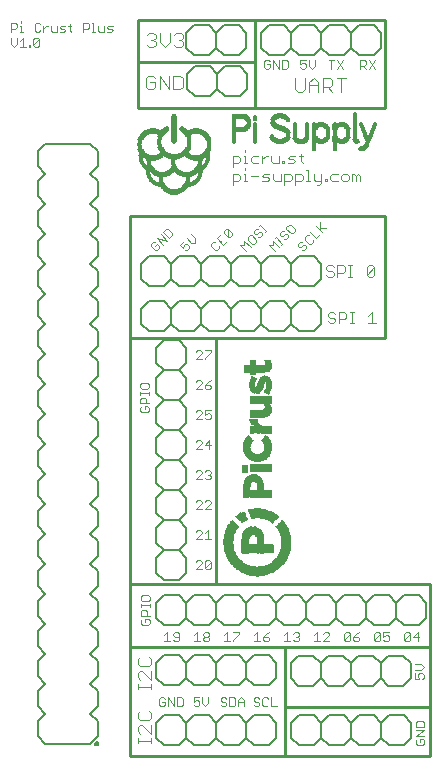
<source format=gto>
G75*
%MOIN*%
%OFA0B0*%
%FSLAX25Y25*%
%IPPOS*%
%LPD*%
%AMOC8*
5,1,8,0,0,1.08239X$1,22.5*
%
%ADD10C,0.00300*%
%ADD11R,0.00100X0.02000*%
%ADD12R,0.00100X0.03500*%
%ADD13R,0.00100X0.04700*%
%ADD14R,0.00100X0.05500*%
%ADD15R,0.00100X0.06300*%
%ADD16R,0.00100X0.06900*%
%ADD17R,0.00100X0.07500*%
%ADD18R,0.00100X0.08000*%
%ADD19R,0.00100X0.08500*%
%ADD20R,0.00100X0.09000*%
%ADD21R,0.00100X0.09500*%
%ADD22R,0.00100X0.09900*%
%ADD23R,0.00100X0.10300*%
%ADD24R,0.00100X0.10700*%
%ADD25R,0.00100X0.11000*%
%ADD26R,0.00100X0.11400*%
%ADD27R,0.00100X0.11700*%
%ADD28R,0.00100X0.12000*%
%ADD29R,0.00100X0.12300*%
%ADD30R,0.00100X0.12700*%
%ADD31R,0.00100X0.12900*%
%ADD32R,0.00100X0.13200*%
%ADD33R,0.00100X0.13500*%
%ADD34R,0.00100X0.13700*%
%ADD35R,0.00100X0.14000*%
%ADD36R,0.00100X0.14300*%
%ADD37R,0.00100X0.14500*%
%ADD38R,0.00100X0.14700*%
%ADD39R,0.00100X0.14900*%
%ADD40R,0.00100X0.15000*%
%ADD41R,0.00100X0.07200*%
%ADD42R,0.00100X0.06600*%
%ADD43R,0.00100X0.06500*%
%ADD44R,0.00100X0.05700*%
%ADD45R,0.00100X0.06100*%
%ADD46R,0.00100X0.05200*%
%ADD47R,0.00100X0.05800*%
%ADD48R,0.00100X0.05600*%
%ADD49R,0.00100X0.04200*%
%ADD50R,0.00100X0.05400*%
%ADD51R,0.00100X0.03800*%
%ADD52R,0.00100X0.05100*%
%ADD53R,0.00100X0.03200*%
%ADD54R,0.00100X0.05000*%
%ADD55R,0.00100X0.02900*%
%ADD56R,0.00100X0.04900*%
%ADD57R,0.00100X0.02600*%
%ADD58R,0.00100X0.00100*%
%ADD59R,0.00100X0.04800*%
%ADD60R,0.00100X0.02300*%
%ADD61R,0.00100X0.00300*%
%ADD62R,0.00100X0.00500*%
%ADD63R,0.00100X0.04600*%
%ADD64R,0.00100X0.01700*%
%ADD65R,0.00100X0.00600*%
%ADD66R,0.00100X0.04500*%
%ADD67R,0.00100X0.01500*%
%ADD68R,0.00100X0.00800*%
%ADD69R,0.00100X0.01200*%
%ADD70R,0.00100X0.01000*%
%ADD71R,0.00100X0.04300*%
%ADD72R,0.00100X0.01400*%
%ADD73R,0.00100X0.04100*%
%ADD74R,0.00100X0.01900*%
%ADD75R,0.00100X0.04000*%
%ADD76R,0.00100X0.02200*%
%ADD77R,0.00100X0.02500*%
%ADD78R,0.00100X0.03900*%
%ADD79R,0.00100X0.02700*%
%ADD80R,0.00100X0.02800*%
%ADD81R,0.00100X0.03000*%
%ADD82R,0.00100X0.03100*%
%ADD83R,0.00100X0.03300*%
%ADD84R,0.00100X0.03700*%
%ADD85R,0.00100X0.03400*%
%ADD86R,0.00100X0.03600*%
%ADD87R,0.00100X0.02400*%
%ADD88R,0.00100X0.05300*%
%ADD89R,0.00100X0.06700*%
%ADD90R,0.00100X0.05900*%
%ADD91R,0.00100X0.06800*%
%ADD92R,0.00100X0.07100*%
%ADD93R,0.00100X0.07300*%
%ADD94R,0.00100X0.07600*%
%ADD95R,0.00100X0.07000*%
%ADD96R,0.00100X0.07800*%
%ADD97R,0.00100X0.07900*%
%ADD98R,0.00100X0.01100*%
%ADD99R,0.00100X0.00900*%
%ADD100R,0.00100X0.00200*%
%ADD101R,0.00100X0.00400*%
%ADD102R,0.00100X0.02100*%
%ADD103R,0.00100X0.06000*%
%ADD104R,0.00100X0.06400*%
%ADD105R,0.00100X0.01300*%
%ADD106R,0.00100X0.04400*%
%ADD107R,0.00100X0.07400*%
%ADD108R,0.00100X0.07700*%
%ADD109R,0.00100X0.08100*%
%ADD110R,0.00100X0.08200*%
%ADD111R,0.00100X0.08300*%
%ADD112R,0.00100X0.08400*%
%ADD113R,0.00100X0.08600*%
%ADD114R,0.00100X0.00700*%
%ADD115R,0.00100X0.01800*%
%ADD116R,0.00100X0.01600*%
%ADD117R,0.00100X0.08700*%
%ADD118R,0.00100X0.06200*%
%ADD119R,0.00680X0.00040*%
%ADD120R,0.01480X0.00040*%
%ADD121R,0.01960X0.00040*%
%ADD122R,0.02360X0.00040*%
%ADD123R,0.02680X0.00040*%
%ADD124R,0.02960X0.00040*%
%ADD125R,0.03240X0.00040*%
%ADD126R,0.03480X0.00040*%
%ADD127R,0.03680X0.00040*%
%ADD128R,0.03920X0.00040*%
%ADD129R,0.04080X0.00040*%
%ADD130R,0.04280X0.00040*%
%ADD131R,0.04440X0.00040*%
%ADD132R,0.04640X0.00040*%
%ADD133R,0.04800X0.00040*%
%ADD134R,0.04960X0.00040*%
%ADD135R,0.05080X0.00040*%
%ADD136R,0.05240X0.00040*%
%ADD137R,0.05360X0.00040*%
%ADD138R,0.05520X0.00040*%
%ADD139R,0.05640X0.00040*%
%ADD140R,0.05760X0.00040*%
%ADD141R,0.05880X0.00040*%
%ADD142R,0.06000X0.00040*%
%ADD143R,0.06120X0.00040*%
%ADD144R,0.06240X0.00040*%
%ADD145R,0.06320X0.00040*%
%ADD146R,0.06440X0.00040*%
%ADD147R,0.06560X0.00040*%
%ADD148R,0.06640X0.00040*%
%ADD149R,0.06720X0.00040*%
%ADD150R,0.06840X0.00040*%
%ADD151R,0.06920X0.00040*%
%ADD152R,0.07000X0.00040*%
%ADD153R,0.07120X0.00040*%
%ADD154R,0.07200X0.00040*%
%ADD155R,0.07280X0.00040*%
%ADD156R,0.07360X0.00040*%
%ADD157R,0.07440X0.00040*%
%ADD158R,0.03280X0.00040*%
%ADD159R,0.03240X0.00040*%
%ADD160R,0.03080X0.00040*%
%ADD161R,0.03040X0.00040*%
%ADD162R,0.02920X0.00040*%
%ADD163R,0.02840X0.00040*%
%ADD164R,0.02800X0.00040*%
%ADD165R,0.02720X0.00040*%
%ADD166R,0.02720X0.00040*%
%ADD167R,0.02640X0.00040*%
%ADD168R,0.02560X0.00040*%
%ADD169R,0.02600X0.00040*%
%ADD170R,0.02520X0.00040*%
%ADD171R,0.02440X0.00040*%
%ADD172R,0.02440X0.00040*%
%ADD173R,0.02400X0.00040*%
%ADD174R,0.02360X0.00040*%
%ADD175R,0.02320X0.00040*%
%ADD176R,0.02280X0.00040*%
%ADD177R,0.02320X0.00040*%
%ADD178R,0.02240X0.00040*%
%ADD179R,0.02240X0.00040*%
%ADD180R,0.02200X0.00040*%
%ADD181R,0.02160X0.00040*%
%ADD182R,0.02120X0.00040*%
%ADD183R,0.02120X0.00040*%
%ADD184R,0.02080X0.00040*%
%ADD185R,0.02040X0.00040*%
%ADD186R,0.02040X0.00040*%
%ADD187R,0.02040X0.00040*%
%ADD188R,0.02040X0.00040*%
%ADD189R,0.02000X0.00040*%
%ADD190R,0.02160X0.00040*%
%ADD191R,0.02440X0.00040*%
%ADD192R,0.02400X0.00040*%
%ADD193R,0.02600X0.00040*%
%ADD194R,0.02760X0.00040*%
%ADD195R,0.02960X0.00040*%
%ADD196R,0.03040X0.00040*%
%ADD197R,0.03120X0.00040*%
%ADD198R,0.03160X0.00040*%
%ADD199R,0.03200X0.00040*%
%ADD200R,0.03320X0.00040*%
%ADD201R,0.03360X0.00040*%
%ADD202R,0.03400X0.00040*%
%ADD203R,0.03440X0.00040*%
%ADD204R,0.03440X0.00040*%
%ADD205R,0.03520X0.00040*%
%ADD206R,0.03560X0.00040*%
%ADD207R,0.03600X0.00040*%
%ADD208R,0.03600X0.00040*%
%ADD209R,0.03640X0.00040*%
%ADD210R,0.03720X0.00040*%
%ADD211R,0.03720X0.00040*%
%ADD212R,0.03800X0.00040*%
%ADD213R,0.03760X0.00040*%
%ADD214R,0.03800X0.00040*%
%ADD215R,0.03880X0.00040*%
%ADD216R,0.03840X0.00040*%
%ADD217R,0.03920X0.00040*%
%ADD218R,0.03960X0.00040*%
%ADD219R,0.03960X0.00040*%
%ADD220R,0.04000X0.00040*%
%ADD221R,0.04040X0.00040*%
%ADD222R,0.04040X0.00040*%
%ADD223R,0.04080X0.00040*%
%ADD224R,0.04120X0.00040*%
%ADD225R,0.04120X0.00040*%
%ADD226R,0.01640X0.00040*%
%ADD227R,0.01600X0.00040*%
%ADD228R,0.02480X0.00040*%
%ADD229R,0.02120X0.00040*%
%ADD230R,0.01600X0.00040*%
%ADD231R,0.01560X0.00040*%
%ADD232R,0.01920X0.00040*%
%ADD233R,0.01880X0.00040*%
%ADD234R,0.01560X0.00040*%
%ADD235R,0.01920X0.00040*%
%ADD236R,0.01880X0.00040*%
%ADD237R,0.01840X0.00040*%
%ADD238R,0.01800X0.00040*%
%ADD239R,0.01760X0.00040*%
%ADD240R,0.01760X0.00040*%
%ADD241R,0.01720X0.00040*%
%ADD242R,0.01680X0.00040*%
%ADD243R,0.01720X0.00040*%
%ADD244R,0.01520X0.00040*%
%ADD245R,0.01640X0.00040*%
%ADD246R,0.01520X0.00040*%
%ADD247R,0.01520X0.00040*%
%ADD248R,0.01480X0.00040*%
%ADD249R,0.01520X0.00040*%
%ADD250R,0.01440X0.00040*%
%ADD251R,0.01440X0.00040*%
%ADD252R,0.01400X0.00040*%
%ADD253R,0.01440X0.00040*%
%ADD254R,0.01400X0.00040*%
%ADD255R,0.01360X0.00040*%
%ADD256R,0.01320X0.00040*%
%ADD257R,0.01360X0.00040*%
%ADD258R,0.01320X0.00040*%
%ADD259R,0.01320X0.00040*%
%ADD260R,0.01320X0.00040*%
%ADD261R,0.01280X0.00040*%
%ADD262R,0.01280X0.00040*%
%ADD263R,0.02800X0.00040*%
%ADD264R,0.03120X0.00040*%
%ADD265R,0.03080X0.00040*%
%ADD266R,0.01240X0.00040*%
%ADD267R,0.01240X0.00040*%
%ADD268R,0.03360X0.00040*%
%ADD269R,0.01240X0.00040*%
%ADD270R,0.04000X0.00040*%
%ADD271R,0.04160X0.00040*%
%ADD272R,0.04200X0.00040*%
%ADD273R,0.04360X0.00040*%
%ADD274R,0.04560X0.00040*%
%ADD275R,0.04520X0.00040*%
%ADD276R,0.04720X0.00040*%
%ADD277R,0.04680X0.00040*%
%ADD278R,0.04880X0.00040*%
%ADD279R,0.04840X0.00040*%
%ADD280R,0.05040X0.00040*%
%ADD281R,0.05000X0.00040*%
%ADD282R,0.05120X0.00040*%
%ADD283R,0.05160X0.00040*%
%ADD284R,0.01200X0.00040*%
%ADD285R,0.05280X0.00040*%
%ADD286R,0.05440X0.00040*%
%ADD287R,0.01240X0.00040*%
%ADD288R,0.05560X0.00040*%
%ADD289R,0.01200X0.00040*%
%ADD290R,0.05680X0.00040*%
%ADD291R,0.05840X0.00040*%
%ADD292R,0.05800X0.00040*%
%ADD293R,0.05920X0.00040*%
%ADD294R,0.05920X0.00040*%
%ADD295R,0.06080X0.00040*%
%ADD296R,0.06040X0.00040*%
%ADD297R,0.06160X0.00040*%
%ADD298R,0.06240X0.00040*%
%ADD299R,0.06280X0.00040*%
%ADD300R,0.06400X0.00040*%
%ADD301R,0.06360X0.00040*%
%ADD302R,0.06480X0.00040*%
%ADD303R,0.06600X0.00040*%
%ADD304R,0.06680X0.00040*%
%ADD305R,0.06800X0.00040*%
%ADD306R,0.06760X0.00040*%
%ADD307R,0.06880X0.00040*%
%ADD308R,0.06960X0.00040*%
%ADD309R,0.07040X0.00040*%
%ADD310R,0.07120X0.00040*%
%ADD311R,0.07160X0.00040*%
%ADD312R,0.07200X0.00040*%
%ADD313R,0.07240X0.00040*%
%ADD314R,0.01160X0.00040*%
%ADD315R,0.07320X0.00040*%
%ADD316R,0.07400X0.00040*%
%ADD317R,0.01160X0.00040*%
%ADD318R,0.03120X0.00040*%
%ADD319R,0.03160X0.00040*%
%ADD320R,0.03000X0.00040*%
%ADD321R,0.02880X0.00040*%
%ADD322R,0.02560X0.00040*%
%ADD323R,0.04840X0.00040*%
%ADD324R,0.03520X0.00040*%
%ADD325R,0.03440X0.00040*%
%ADD326R,0.04520X0.00040*%
%ADD327R,0.03480X0.00040*%
%ADD328R,0.04400X0.00040*%
%ADD329R,0.04240X0.00040*%
%ADD330R,0.04120X0.00040*%
%ADD331R,0.03880X0.00040*%
%ADD332R,0.03040X0.00040*%
%ADD333R,0.03640X0.00040*%
%ADD334R,0.02920X0.00040*%
%ADD335R,0.03320X0.00040*%
%ADD336R,0.02920X0.00040*%
%ADD337R,0.03000X0.00040*%
%ADD338R,0.02880X0.00040*%
%ADD339R,0.03040X0.00040*%
%ADD340R,0.02480X0.00040*%
%ADD341R,0.03200X0.00040*%
%ADD342R,0.03280X0.00040*%
%ADD343R,0.01720X0.00040*%
%ADD344R,0.01680X0.00040*%
%ADD345R,0.01640X0.00040*%
%ADD346R,0.02840X0.00040*%
%ADD347R,0.03320X0.00040*%
%ADD348R,0.03760X0.00040*%
%ADD349R,0.04280X0.00040*%
%ADD350R,0.02240X0.00040*%
%ADD351R,0.04880X0.00040*%
%ADD352R,0.05040X0.00040*%
%ADD353R,0.03640X0.00040*%
%ADD354R,0.05040X0.00040*%
%ADD355R,0.05200X0.00040*%
%ADD356R,0.05320X0.00040*%
%ADD357R,0.05480X0.00040*%
%ADD358R,0.04320X0.00040*%
%ADD359R,0.05440X0.00040*%
%ADD360R,0.05600X0.00040*%
%ADD361R,0.04480X0.00040*%
%ADD362R,0.05720X0.00040*%
%ADD363R,0.04680X0.00040*%
%ADD364R,0.05840X0.00040*%
%ADD365R,0.05960X0.00040*%
%ADD366R,0.06200X0.00040*%
%ADD367R,0.06320X0.00040*%
%ADD368R,0.05520X0.00040*%
%ADD369R,0.05640X0.00040*%
%ADD370R,0.06520X0.00040*%
%ADD371R,0.06720X0.00040*%
%ADD372R,0.06800X0.00040*%
%ADD373R,0.06200X0.00040*%
%ADD374R,0.08280X0.00040*%
%ADD375R,0.08240X0.00040*%
%ADD376R,0.08320X0.00040*%
%ADD377R,0.06680X0.00040*%
%ADD378R,0.08360X0.00040*%
%ADD379R,0.23680X0.00040*%
%ADD380R,0.04320X0.00040*%
%ADD381R,0.13400X0.00040*%
%ADD382R,0.12880X0.00040*%
%ADD383R,0.03840X0.00040*%
%ADD384R,0.12480X0.00040*%
%ADD385R,0.03840X0.00040*%
%ADD386R,0.12160X0.00040*%
%ADD387R,0.11920X0.00040*%
%ADD388R,0.11680X0.00040*%
%ADD389R,0.11480X0.00040*%
%ADD390R,0.11280X0.00040*%
%ADD391R,0.11120X0.00040*%
%ADD392R,0.04920X0.00040*%
%ADD393R,0.04600X0.00040*%
%ADD394R,0.02760X0.00040*%
%ADD395R,0.02520X0.00040*%
%ADD396R,0.03240X0.00040*%
%ADD397R,0.02320X0.00040*%
%ADD398R,0.02120X0.00040*%
%ADD399R,0.01920X0.00040*%
%ADD400R,0.02200X0.00040*%
%ADD401R,0.01960X0.00040*%
%ADD402R,0.01920X0.00040*%
%ADD403R,0.01840X0.00040*%
%ADD404R,0.02080X0.00040*%
%ADD405R,0.01840X0.00040*%
%ADD406R,0.01840X0.00040*%
%ADD407R,0.02000X0.00040*%
%ADD408R,0.01800X0.00040*%
%ADD409R,0.00440X0.00040*%
%ADD410R,0.00400X0.00040*%
%ADD411R,0.00680X0.00040*%
%ADD412R,0.00600X0.00040*%
%ADD413R,0.00640X0.00040*%
%ADD414R,0.01040X0.00040*%
%ADD415R,0.00760X0.00040*%
%ADD416R,0.00800X0.00040*%
%ADD417R,0.01720X0.00040*%
%ADD418R,0.00880X0.00040*%
%ADD419R,0.01000X0.00040*%
%ADD420R,0.00960X0.00040*%
%ADD421R,0.01080X0.00040*%
%ADD422R,0.01040X0.00040*%
%ADD423R,0.01120X0.00040*%
%ADD424R,0.01640X0.00040*%
%ADD425R,0.02640X0.00040*%
%ADD426R,0.02680X0.00040*%
%ADD427R,0.00920X0.00040*%
%ADD428R,0.00480X0.00040*%
%ADD429R,0.01120X0.00040*%
%ADD430R,0.00360X0.00040*%
%ADD431R,0.00320X0.00040*%
%ADD432R,0.00440X0.00040*%
%ADD433R,0.00840X0.00040*%
%ADD434R,0.00880X0.00040*%
%ADD435R,0.00960X0.00040*%
%ADD436R,0.01000X0.00040*%
%ADD437R,0.02440X0.00040*%
%ADD438R,0.04760X0.00040*%
%ADD439R,0.04840X0.00040*%
%ADD440R,0.04920X0.00040*%
%ADD441R,0.04960X0.00040*%
%ADD442R,0.05000X0.00040*%
%ADD443R,0.05120X0.00040*%
%ADD444R,0.04440X0.00040*%
%ADD445R,0.05280X0.00040*%
%ADD446R,0.04480X0.00040*%
%ADD447R,0.05200X0.00040*%
%ADD448R,0.05240X0.00040*%
%ADD449R,0.05240X0.00040*%
%ADD450R,0.05560X0.00040*%
%ADD451R,0.05320X0.00040*%
%ADD452R,0.05640X0.00040*%
%ADD453R,0.05720X0.00040*%
%ADD454R,0.04800X0.00040*%
%ADD455R,0.05400X0.00040*%
%ADD456R,0.02240X0.00040*%
%ADD457R,0.05400X0.00040*%
%ADD458R,0.06040X0.00040*%
%ADD459R,0.05520X0.00040*%
%ADD460R,0.06160X0.00040*%
%ADD461R,0.06320X0.00040*%
%ADD462R,0.02640X0.00040*%
%ADD463R,0.02280X0.00040*%
%ADD464R,0.02320X0.00040*%
%ADD465R,0.02520X0.00040*%
%ADD466R,0.00080X0.00040*%
%ADD467R,0.02720X0.00040*%
%ADD468R,0.07720X0.00040*%
%ADD469R,0.07720X0.00040*%
%ADD470R,0.07720X0.00040*%
%ADD471R,0.07680X0.00040*%
%ADD472R,0.07680X0.00040*%
%ADD473R,0.07720X0.00040*%
%ADD474R,0.04320X0.00040*%
%ADD475R,0.04760X0.00040*%
%ADD476R,0.05040X0.00040*%
%ADD477R,0.04600X0.00040*%
%ADD478R,0.04240X0.00040*%
%ADD479R,0.03840X0.00040*%
%ADD480R,0.03640X0.00040*%
%ADD481R,0.05440X0.00040*%
%ADD482R,0.05640X0.00040*%
%ADD483R,0.03720X0.00040*%
%ADD484R,0.00320X0.00040*%
%ADD485R,0.05720X0.00040*%
%ADD486R,0.05800X0.00040*%
%ADD487R,0.03920X0.00040*%
%ADD488R,0.05920X0.00040*%
%ADD489R,0.00920X0.00040*%
%ADD490R,0.00640X0.00040*%
%ADD491R,0.00440X0.00040*%
%ADD492R,0.05520X0.00040*%
%ADD493R,0.05480X0.00040*%
%ADD494R,0.05360X0.00040*%
%ADD495R,0.05160X0.00040*%
%ADD496R,0.04920X0.00040*%
%ADD497R,0.02840X0.00040*%
%ADD498R,0.00840X0.00040*%
%ADD499R,0.00840X0.00040*%
%ADD500R,0.00800X0.00040*%
%ADD501R,0.00720X0.00040*%
%ADD502R,0.00520X0.00040*%
%ADD503R,0.00520X0.00040*%
%ADD504R,0.00120X0.00040*%
%ADD505R,0.00120X0.00040*%
%ADD506R,0.01120X0.00040*%
%ADD507R,0.00240X0.00040*%
%ADD508R,0.00280X0.00040*%
%ADD509R,0.00160X0.00040*%
%ADD510R,0.00840X0.00040*%
%ADD511R,0.00920X0.00040*%
%ADD512R,0.02520X0.00040*%
%ADD513R,0.05120X0.00040*%
%ADD514R,0.00400X0.00040*%
%ADD515R,0.00720X0.00040*%
%ADD516R,0.00560X0.00040*%
%ADD517R,0.00280X0.00040*%
%ADD518C,0.01000*%
%ADD519C,0.00600*%
%ADD520C,0.00400*%
%ADD521C,0.00500*%
D10*
X0048631Y0077752D02*
X0050566Y0077752D01*
X0051050Y0078236D01*
X0051050Y0079203D01*
X0050566Y0079687D01*
X0049599Y0079687D01*
X0049599Y0078719D01*
X0048631Y0077752D02*
X0048148Y0078236D01*
X0048148Y0079203D01*
X0048631Y0079687D01*
X0048148Y0080698D02*
X0048148Y0082150D01*
X0048631Y0082633D01*
X0049599Y0082633D01*
X0050083Y0082150D01*
X0050083Y0080698D01*
X0051050Y0080698D02*
X0048148Y0080698D01*
X0048148Y0083645D02*
X0048148Y0084612D01*
X0048148Y0084129D02*
X0051050Y0084129D01*
X0051050Y0084612D02*
X0051050Y0083645D01*
X0050566Y0085609D02*
X0051050Y0086093D01*
X0051050Y0087060D01*
X0050566Y0087544D01*
X0048631Y0087544D01*
X0048148Y0087060D01*
X0048148Y0086093D01*
X0048631Y0085609D01*
X0050566Y0085609D01*
X0056917Y0075158D02*
X0056917Y0072256D01*
X0055950Y0072256D02*
X0057885Y0072256D01*
X0058897Y0072739D02*
X0059380Y0072256D01*
X0060348Y0072256D01*
X0060831Y0072739D01*
X0060831Y0074674D01*
X0060348Y0075158D01*
X0059380Y0075158D01*
X0058897Y0074674D01*
X0058897Y0074191D01*
X0059380Y0073707D01*
X0060831Y0073707D01*
X0056917Y0075158D02*
X0055950Y0074191D01*
X0065950Y0074191D02*
X0066917Y0075158D01*
X0066917Y0072256D01*
X0065950Y0072256D02*
X0067885Y0072256D01*
X0068897Y0072739D02*
X0068897Y0073223D01*
X0069380Y0073707D01*
X0070348Y0073707D01*
X0070831Y0073223D01*
X0070831Y0072739D01*
X0070348Y0072256D01*
X0069380Y0072256D01*
X0068897Y0072739D01*
X0069380Y0073707D02*
X0068897Y0074191D01*
X0068897Y0074674D01*
X0069380Y0075158D01*
X0070348Y0075158D01*
X0070831Y0074674D01*
X0070831Y0074191D01*
X0070348Y0073707D01*
X0075950Y0074191D02*
X0076917Y0075158D01*
X0076917Y0072256D01*
X0075950Y0072256D02*
X0077885Y0072256D01*
X0078897Y0072256D02*
X0078897Y0072739D01*
X0080831Y0074674D01*
X0080831Y0075158D01*
X0078897Y0075158D01*
X0085950Y0074191D02*
X0086917Y0075158D01*
X0086917Y0072256D01*
X0085950Y0072256D02*
X0087885Y0072256D01*
X0088897Y0072739D02*
X0089380Y0072256D01*
X0090348Y0072256D01*
X0090831Y0072739D01*
X0090831Y0073223D01*
X0090348Y0073707D01*
X0088897Y0073707D01*
X0088897Y0072739D01*
X0088897Y0073707D02*
X0089864Y0074674D01*
X0090831Y0075158D01*
X0095950Y0074191D02*
X0096917Y0075158D01*
X0096917Y0072256D01*
X0095950Y0072256D02*
X0097885Y0072256D01*
X0098897Y0072739D02*
X0099380Y0072256D01*
X0100348Y0072256D01*
X0100831Y0072739D01*
X0100831Y0073223D01*
X0100348Y0073707D01*
X0099864Y0073707D01*
X0100348Y0073707D02*
X0100831Y0074191D01*
X0100831Y0074674D01*
X0100348Y0075158D01*
X0099380Y0075158D01*
X0098897Y0074674D01*
X0105950Y0074191D02*
X0106917Y0075158D01*
X0106917Y0072256D01*
X0105950Y0072256D02*
X0107885Y0072256D01*
X0108897Y0072256D02*
X0110831Y0074191D01*
X0110831Y0074674D01*
X0110348Y0075158D01*
X0109380Y0075158D01*
X0108897Y0074674D01*
X0108897Y0072256D02*
X0110831Y0072256D01*
X0115950Y0072739D02*
X0117885Y0074674D01*
X0117885Y0072739D01*
X0117401Y0072256D01*
X0116434Y0072256D01*
X0115950Y0072739D01*
X0115950Y0074674D01*
X0116434Y0075158D01*
X0117401Y0075158D01*
X0117885Y0074674D01*
X0118897Y0073707D02*
X0120348Y0073707D01*
X0120831Y0073223D01*
X0120831Y0072739D01*
X0120348Y0072256D01*
X0119380Y0072256D01*
X0118897Y0072739D01*
X0118897Y0073707D01*
X0119864Y0074674D01*
X0120831Y0075158D01*
X0125950Y0074674D02*
X0125950Y0072739D01*
X0127885Y0074674D01*
X0127885Y0072739D01*
X0127401Y0072256D01*
X0126434Y0072256D01*
X0125950Y0072739D01*
X0125950Y0074674D02*
X0126434Y0075158D01*
X0127401Y0075158D01*
X0127885Y0074674D01*
X0128897Y0075158D02*
X0128897Y0073707D01*
X0129864Y0074191D01*
X0130348Y0074191D01*
X0130831Y0073707D01*
X0130831Y0072739D01*
X0130348Y0072256D01*
X0129380Y0072256D01*
X0128897Y0072739D01*
X0128897Y0075158D02*
X0130831Y0075158D01*
X0135950Y0074674D02*
X0135950Y0072739D01*
X0137885Y0074674D01*
X0137885Y0072739D01*
X0137401Y0072256D01*
X0136434Y0072256D01*
X0135950Y0072739D01*
X0135950Y0074674D02*
X0136434Y0075158D01*
X0137401Y0075158D01*
X0137885Y0074674D01*
X0138897Y0073707D02*
X0140831Y0073707D01*
X0140348Y0072256D02*
X0140348Y0075158D01*
X0138897Y0073707D01*
X0139488Y0064477D02*
X0141423Y0064477D01*
X0142390Y0063510D01*
X0141423Y0062542D01*
X0139488Y0062542D01*
X0139488Y0061531D02*
X0139488Y0059596D01*
X0140939Y0059596D01*
X0140455Y0060563D01*
X0140455Y0061047D01*
X0140939Y0061531D01*
X0141906Y0061531D01*
X0142390Y0061047D01*
X0142390Y0060079D01*
X0141906Y0059596D01*
X0142166Y0045584D02*
X0140231Y0045584D01*
X0139748Y0045100D01*
X0139748Y0043649D01*
X0142650Y0043649D01*
X0142650Y0045100D01*
X0142166Y0045584D01*
X0142650Y0042637D02*
X0139748Y0040702D01*
X0142650Y0040702D01*
X0142166Y0039691D02*
X0142650Y0039207D01*
X0142650Y0038239D01*
X0142166Y0037756D01*
X0140231Y0037756D01*
X0139748Y0038239D01*
X0139748Y0039207D01*
X0140231Y0039691D01*
X0141199Y0039691D02*
X0141199Y0038723D01*
X0141199Y0039691D02*
X0142166Y0039691D01*
X0142650Y0042637D02*
X0139748Y0042637D01*
X0093518Y0050596D02*
X0091583Y0050596D01*
X0091583Y0053498D01*
X0090571Y0053014D02*
X0090088Y0053498D01*
X0089120Y0053498D01*
X0088637Y0053014D01*
X0088637Y0051079D01*
X0089120Y0050596D01*
X0090088Y0050596D01*
X0090571Y0051079D01*
X0087625Y0051079D02*
X0087141Y0050596D01*
X0086174Y0050596D01*
X0085690Y0051079D01*
X0086174Y0052047D02*
X0087141Y0052047D01*
X0087625Y0051563D01*
X0087625Y0051079D01*
X0086174Y0052047D02*
X0085690Y0052531D01*
X0085690Y0053014D01*
X0086174Y0053498D01*
X0087141Y0053498D01*
X0087625Y0053014D01*
X0082518Y0052531D02*
X0082518Y0050596D01*
X0082518Y0052047D02*
X0080583Y0052047D01*
X0080583Y0052531D02*
X0081551Y0053498D01*
X0082518Y0052531D01*
X0080583Y0052531D02*
X0080583Y0050596D01*
X0079571Y0051079D02*
X0079571Y0053014D01*
X0079088Y0053498D01*
X0077637Y0053498D01*
X0077637Y0050596D01*
X0079088Y0050596D01*
X0079571Y0051079D01*
X0076625Y0051079D02*
X0076141Y0050596D01*
X0075174Y0050596D01*
X0074690Y0051079D01*
X0075174Y0052047D02*
X0074690Y0052531D01*
X0074690Y0053014D01*
X0075174Y0053498D01*
X0076141Y0053498D01*
X0076625Y0053014D01*
X0076141Y0052047D02*
X0076625Y0051563D01*
X0076625Y0051079D01*
X0076141Y0052047D02*
X0075174Y0052047D01*
X0070571Y0051563D02*
X0070571Y0053498D01*
X0068637Y0053498D02*
X0068637Y0051563D01*
X0069604Y0050596D01*
X0070571Y0051563D01*
X0067625Y0051079D02*
X0067141Y0050596D01*
X0066174Y0050596D01*
X0065690Y0051079D01*
X0065690Y0052047D02*
X0066657Y0052531D01*
X0067141Y0052531D01*
X0067625Y0052047D01*
X0067625Y0051079D01*
X0065690Y0052047D02*
X0065690Y0053498D01*
X0067625Y0053498D01*
X0062018Y0053014D02*
X0061534Y0053498D01*
X0060083Y0053498D01*
X0060083Y0050596D01*
X0061534Y0050596D01*
X0062018Y0051079D01*
X0062018Y0053014D01*
X0059071Y0053498D02*
X0059071Y0050596D01*
X0057137Y0053498D01*
X0057137Y0050596D01*
X0056125Y0051079D02*
X0056125Y0052047D01*
X0055157Y0052047D01*
X0054190Y0053014D02*
X0054190Y0051079D01*
X0054674Y0050596D01*
X0055641Y0050596D01*
X0056125Y0051079D01*
X0056125Y0053014D02*
X0055641Y0053498D01*
X0054674Y0053498D01*
X0054190Y0053014D01*
X0066450Y0096256D02*
X0068385Y0098191D01*
X0068385Y0098674D01*
X0067901Y0099158D01*
X0066934Y0099158D01*
X0066450Y0098674D01*
X0066450Y0096256D02*
X0068385Y0096256D01*
X0069397Y0096739D02*
X0071331Y0098674D01*
X0071331Y0096739D01*
X0070848Y0096256D01*
X0069880Y0096256D01*
X0069397Y0096739D01*
X0069397Y0098674D01*
X0069880Y0099158D01*
X0070848Y0099158D01*
X0071331Y0098674D01*
X0071331Y0106256D02*
X0069397Y0106256D01*
X0070364Y0106256D02*
X0070364Y0109158D01*
X0069397Y0108191D01*
X0068385Y0108191D02*
X0068385Y0108674D01*
X0067901Y0109158D01*
X0066934Y0109158D01*
X0066450Y0108674D01*
X0068385Y0108191D02*
X0066450Y0106256D01*
X0068385Y0106256D01*
X0068385Y0116256D02*
X0066450Y0116256D01*
X0068385Y0118191D01*
X0068385Y0118674D01*
X0067901Y0119158D01*
X0066934Y0119158D01*
X0066450Y0118674D01*
X0069397Y0118674D02*
X0069880Y0119158D01*
X0070848Y0119158D01*
X0071331Y0118674D01*
X0071331Y0118191D01*
X0069397Y0116256D01*
X0071331Y0116256D01*
X0070848Y0126256D02*
X0069880Y0126256D01*
X0069397Y0126739D01*
X0068385Y0126256D02*
X0066450Y0126256D01*
X0068385Y0128191D01*
X0068385Y0128674D01*
X0067901Y0129158D01*
X0066934Y0129158D01*
X0066450Y0128674D01*
X0069397Y0128674D02*
X0069880Y0129158D01*
X0070848Y0129158D01*
X0071331Y0128674D01*
X0071331Y0128191D01*
X0070848Y0127707D01*
X0071331Y0127223D01*
X0071331Y0126739D01*
X0070848Y0126256D01*
X0070848Y0127707D02*
X0070364Y0127707D01*
X0070848Y0136256D02*
X0070848Y0139158D01*
X0069397Y0137707D01*
X0071331Y0137707D01*
X0068385Y0138191D02*
X0068385Y0138674D01*
X0067901Y0139158D01*
X0066934Y0139158D01*
X0066450Y0138674D01*
X0068385Y0138191D02*
X0066450Y0136256D01*
X0068385Y0136256D01*
X0068385Y0146256D02*
X0066450Y0146256D01*
X0068385Y0148191D01*
X0068385Y0148674D01*
X0067901Y0149158D01*
X0066934Y0149158D01*
X0066450Y0148674D01*
X0069397Y0149158D02*
X0069397Y0147707D01*
X0070364Y0148191D01*
X0070848Y0148191D01*
X0071331Y0147707D01*
X0071331Y0146739D01*
X0070848Y0146256D01*
X0069880Y0146256D01*
X0069397Y0146739D01*
X0069397Y0149158D02*
X0071331Y0149158D01*
X0070848Y0156256D02*
X0069880Y0156256D01*
X0069397Y0156739D01*
X0069397Y0157707D01*
X0070848Y0157707D01*
X0071331Y0157223D01*
X0071331Y0156739D01*
X0070848Y0156256D01*
X0069397Y0157707D02*
X0070364Y0158674D01*
X0071331Y0159158D01*
X0068385Y0158674D02*
X0067901Y0159158D01*
X0066934Y0159158D01*
X0066450Y0158674D01*
X0068385Y0158674D02*
X0068385Y0158191D01*
X0066450Y0156256D01*
X0068385Y0156256D01*
X0068385Y0166256D02*
X0066450Y0166256D01*
X0068385Y0168191D01*
X0068385Y0168674D01*
X0067901Y0169158D01*
X0066934Y0169158D01*
X0066450Y0168674D01*
X0069397Y0169158D02*
X0071331Y0169158D01*
X0071331Y0168674D01*
X0069397Y0166739D01*
X0069397Y0166256D01*
X0050810Y0157860D02*
X0050326Y0158344D01*
X0048391Y0158344D01*
X0047908Y0157860D01*
X0047908Y0156893D01*
X0048391Y0156409D01*
X0050326Y0156409D01*
X0050810Y0156893D01*
X0050810Y0157860D01*
X0050810Y0155412D02*
X0050810Y0154445D01*
X0050810Y0154929D02*
X0047908Y0154929D01*
X0047908Y0155412D02*
X0047908Y0154445D01*
X0048391Y0153433D02*
X0047908Y0152950D01*
X0047908Y0151498D01*
X0050810Y0151498D01*
X0049843Y0151498D02*
X0049843Y0152950D01*
X0049359Y0153433D01*
X0048391Y0153433D01*
X0048391Y0150487D02*
X0047908Y0150003D01*
X0047908Y0149036D01*
X0048391Y0148552D01*
X0050326Y0148552D01*
X0050810Y0149036D01*
X0050810Y0150003D01*
X0050326Y0150487D01*
X0049359Y0150487D01*
X0049359Y0149519D01*
X0052958Y0202660D02*
X0053642Y0202660D01*
X0054326Y0203344D01*
X0054326Y0204028D01*
X0053642Y0204712D01*
X0052958Y0204028D01*
X0051590Y0204028D02*
X0052958Y0202660D01*
X0051590Y0204028D02*
X0051590Y0204712D01*
X0052274Y0205396D01*
X0052958Y0205396D01*
X0053331Y0206454D02*
X0055384Y0204401D01*
X0056752Y0205770D02*
X0054699Y0207822D01*
X0055415Y0208537D02*
X0056441Y0209563D01*
X0057125Y0209563D01*
X0058493Y0208195D01*
X0058493Y0207511D01*
X0057467Y0206485D01*
X0055415Y0208537D01*
X0053331Y0206454D02*
X0056752Y0205770D01*
X0061248Y0204370D02*
X0062274Y0203344D01*
X0062616Y0204370D01*
X0062958Y0204712D01*
X0063642Y0204712D01*
X0064326Y0204028D01*
X0064326Y0203344D01*
X0063642Y0202660D01*
X0062958Y0202660D01*
X0061248Y0204370D02*
X0062616Y0205738D01*
X0063331Y0206454D02*
X0064699Y0205085D01*
X0066068Y0205085D01*
X0066068Y0206454D01*
X0064699Y0207822D01*
X0071590Y0204712D02*
X0071590Y0204028D01*
X0072958Y0202660D01*
X0073642Y0202660D01*
X0074326Y0203344D01*
X0074326Y0204028D01*
X0075384Y0204401D02*
X0073331Y0206454D01*
X0074699Y0207822D01*
X0075757Y0208195D02*
X0075757Y0208879D01*
X0076441Y0209563D01*
X0077125Y0209563D01*
X0077125Y0206827D01*
X0077809Y0206827D01*
X0078493Y0207511D01*
X0078493Y0208195D01*
X0077125Y0209563D01*
X0075757Y0208195D02*
X0077125Y0206827D01*
X0076752Y0205770D02*
X0075384Y0204401D01*
X0074357Y0205427D02*
X0075041Y0206112D01*
X0072958Y0205396D02*
X0072274Y0205396D01*
X0071590Y0204712D01*
X0081248Y0204370D02*
X0082616Y0204370D01*
X0082616Y0205738D01*
X0084668Y0203686D01*
X0085041Y0204743D02*
X0085726Y0204743D01*
X0086410Y0205427D01*
X0086410Y0206112D01*
X0085041Y0207480D01*
X0084357Y0207480D01*
X0083673Y0206796D01*
X0083673Y0206112D01*
X0085041Y0204743D01*
X0087125Y0206827D02*
X0087809Y0206827D01*
X0088493Y0207511D01*
X0088493Y0208195D01*
X0088151Y0208537D01*
X0087467Y0208537D01*
X0086783Y0207853D01*
X0086099Y0207853D01*
X0085757Y0208195D01*
X0085757Y0208879D01*
X0086441Y0209563D01*
X0087125Y0209563D01*
X0087498Y0210621D02*
X0088182Y0211305D01*
X0087840Y0210963D02*
X0089893Y0208910D01*
X0089551Y0208568D02*
X0090235Y0209252D01*
X0092831Y0206454D02*
X0093515Y0207138D01*
X0093173Y0206796D02*
X0095226Y0204743D01*
X0094884Y0204401D02*
X0095568Y0205085D01*
X0095930Y0206132D02*
X0096615Y0206132D01*
X0097299Y0206816D01*
X0097299Y0207501D01*
X0096957Y0207843D01*
X0096273Y0207843D01*
X0095588Y0207159D01*
X0094904Y0207159D01*
X0094562Y0207501D01*
X0094562Y0208185D01*
X0095246Y0208869D01*
X0095930Y0208869D01*
X0096646Y0209584D02*
X0098014Y0208216D01*
X0098698Y0208216D01*
X0099382Y0208900D01*
X0099382Y0209584D01*
X0098014Y0210952D01*
X0097330Y0210952D01*
X0096646Y0210268D01*
X0096646Y0209584D01*
X0092116Y0205738D02*
X0092116Y0204370D01*
X0090748Y0204370D01*
X0092800Y0202318D01*
X0094168Y0203686D02*
X0092116Y0205738D01*
X0100590Y0204712D02*
X0100590Y0204028D01*
X0100932Y0203686D01*
X0101616Y0203686D01*
X0102300Y0204370D01*
X0102984Y0204370D01*
X0103326Y0204028D01*
X0103326Y0203344D01*
X0102642Y0202660D01*
X0101958Y0202660D01*
X0100590Y0204712D02*
X0101274Y0205396D01*
X0101958Y0205396D01*
X0102673Y0206112D02*
X0104041Y0204743D01*
X0104726Y0204743D01*
X0105410Y0205427D01*
X0105410Y0206112D01*
X0106467Y0206485D02*
X0104415Y0208537D01*
X0104041Y0207480D02*
X0103357Y0207480D01*
X0102673Y0206796D01*
X0102673Y0206112D01*
X0106467Y0206485D02*
X0107835Y0207853D01*
X0108551Y0208568D02*
X0106498Y0210621D01*
X0107866Y0209937D02*
X0109919Y0209937D01*
X0107866Y0209252D02*
X0107866Y0211989D01*
X0107551Y0224361D02*
X0106934Y0224361D01*
X0107551Y0224361D02*
X0108168Y0224978D01*
X0108168Y0228064D01*
X0109383Y0226213D02*
X0110000Y0226213D01*
X0110000Y0225596D01*
X0109383Y0225596D01*
X0109383Y0226213D01*
X0108168Y0225596D02*
X0106317Y0225596D01*
X0105700Y0226213D01*
X0105700Y0228064D01*
X0103861Y0229299D02*
X0103861Y0225596D01*
X0103244Y0225596D02*
X0104479Y0225596D01*
X0102030Y0226213D02*
X0102030Y0227447D01*
X0101413Y0228064D01*
X0099561Y0228064D01*
X0099561Y0224361D01*
X0099561Y0225596D02*
X0101413Y0225596D01*
X0102030Y0226213D01*
X0103244Y0229299D02*
X0103861Y0229299D01*
X0102023Y0231596D02*
X0101406Y0232213D01*
X0101406Y0234682D01*
X0100789Y0234064D02*
X0102023Y0234064D01*
X0099574Y0234064D02*
X0097723Y0234064D01*
X0097106Y0233447D01*
X0097723Y0232830D01*
X0098957Y0232830D01*
X0099574Y0232213D01*
X0098957Y0231596D01*
X0097106Y0231596D01*
X0095881Y0231596D02*
X0095264Y0231596D01*
X0095264Y0232213D01*
X0095881Y0232213D01*
X0095881Y0231596D01*
X0094050Y0231596D02*
X0094050Y0234064D01*
X0094050Y0231596D02*
X0092198Y0231596D01*
X0091581Y0232213D01*
X0091581Y0234064D01*
X0090363Y0234064D02*
X0089746Y0234064D01*
X0088512Y0232830D01*
X0088512Y0231596D02*
X0088512Y0234064D01*
X0087297Y0234064D02*
X0085446Y0234064D01*
X0084829Y0233447D01*
X0084829Y0232213D01*
X0085446Y0231596D01*
X0087297Y0231596D01*
X0089129Y0228064D02*
X0090980Y0228064D01*
X0092195Y0228064D02*
X0092195Y0226213D01*
X0092812Y0225596D01*
X0094664Y0225596D01*
X0094664Y0228064D01*
X0095878Y0228064D02*
X0097730Y0228064D01*
X0098347Y0227447D01*
X0098347Y0226213D01*
X0097730Y0225596D01*
X0095878Y0225596D01*
X0095878Y0224361D02*
X0095878Y0228064D01*
X0090980Y0226213D02*
X0090363Y0226830D01*
X0089129Y0226830D01*
X0088512Y0227447D01*
X0089129Y0228064D01*
X0087297Y0227447D02*
X0084829Y0227447D01*
X0082990Y0228064D02*
X0082990Y0225596D01*
X0082373Y0225596D02*
X0083608Y0225596D01*
X0081159Y0226213D02*
X0081159Y0227447D01*
X0080542Y0228064D01*
X0078690Y0228064D01*
X0078690Y0224361D01*
X0078690Y0225596D02*
X0080542Y0225596D01*
X0081159Y0226213D01*
X0082373Y0228064D02*
X0082990Y0228064D01*
X0082990Y0229299D02*
X0082990Y0229916D01*
X0082990Y0231596D02*
X0082990Y0234064D01*
X0082373Y0234064D01*
X0081159Y0233447D02*
X0081159Y0232213D01*
X0080542Y0231596D01*
X0078690Y0231596D01*
X0078690Y0230361D02*
X0078690Y0234064D01*
X0080542Y0234064D01*
X0081159Y0233447D01*
X0082373Y0231596D02*
X0083608Y0231596D01*
X0082990Y0235299D02*
X0082990Y0235916D01*
X0088512Y0225596D02*
X0090363Y0225596D01*
X0090980Y0226213D01*
X0081248Y0204370D02*
X0083300Y0202318D01*
X0109950Y0196842D02*
X0109950Y0196224D01*
X0110567Y0195607D01*
X0111802Y0195607D01*
X0112419Y0194990D01*
X0112419Y0194373D01*
X0111802Y0193756D01*
X0110567Y0193756D01*
X0109950Y0194373D01*
X0109950Y0196842D02*
X0110567Y0197459D01*
X0111802Y0197459D01*
X0112419Y0196842D01*
X0113633Y0197459D02*
X0113633Y0193756D01*
X0113633Y0194990D02*
X0115485Y0194990D01*
X0116102Y0195607D01*
X0116102Y0196842D01*
X0115485Y0197459D01*
X0113633Y0197459D01*
X0117316Y0197459D02*
X0118551Y0197459D01*
X0117933Y0197459D02*
X0117933Y0193756D01*
X0117316Y0193756D02*
X0118551Y0193756D01*
X0123455Y0194373D02*
X0125924Y0196842D01*
X0125924Y0194373D01*
X0125306Y0193756D01*
X0124072Y0193756D01*
X0123455Y0194373D01*
X0123455Y0196842D01*
X0124072Y0197459D01*
X0125306Y0197459D01*
X0125924Y0196842D01*
X0125189Y0181959D02*
X0125189Y0178256D01*
X0123955Y0178256D02*
X0126424Y0178256D01*
X0123955Y0180724D02*
X0125189Y0181959D01*
X0119051Y0181959D02*
X0117816Y0181959D01*
X0118433Y0181959D02*
X0118433Y0178256D01*
X0117816Y0178256D02*
X0119051Y0178256D01*
X0116602Y0180107D02*
X0116602Y0181342D01*
X0115985Y0181959D01*
X0114133Y0181959D01*
X0114133Y0178256D01*
X0114133Y0179490D02*
X0115985Y0179490D01*
X0116602Y0180107D01*
X0112919Y0179490D02*
X0112919Y0178873D01*
X0112302Y0178256D01*
X0111067Y0178256D01*
X0110450Y0178873D01*
X0111067Y0180107D02*
X0110450Y0180724D01*
X0110450Y0181342D01*
X0111067Y0181959D01*
X0112302Y0181959D01*
X0112919Y0181342D01*
X0112302Y0180107D02*
X0112919Y0179490D01*
X0112302Y0180107D02*
X0111067Y0180107D01*
X0111842Y0225596D02*
X0113693Y0225596D01*
X0114908Y0226213D02*
X0115525Y0225596D01*
X0116759Y0225596D01*
X0117376Y0226213D01*
X0117376Y0227447D01*
X0116759Y0228064D01*
X0115525Y0228064D01*
X0114908Y0227447D01*
X0114908Y0226213D01*
X0113693Y0228064D02*
X0111842Y0228064D01*
X0111224Y0227447D01*
X0111224Y0226213D01*
X0111842Y0225596D01*
X0118591Y0225596D02*
X0118591Y0228064D01*
X0119208Y0228064D01*
X0119825Y0227447D01*
X0120442Y0228064D01*
X0121059Y0227447D01*
X0121059Y0225596D01*
X0119825Y0225596D02*
X0119825Y0227447D01*
X0121190Y0263096D02*
X0121190Y0265998D01*
X0122641Y0265998D01*
X0123125Y0265514D01*
X0123125Y0264547D01*
X0122641Y0264063D01*
X0121190Y0264063D01*
X0122157Y0264063D02*
X0123125Y0263096D01*
X0124137Y0263096D02*
X0126071Y0265998D01*
X0124137Y0265998D02*
X0126071Y0263096D01*
X0115571Y0263096D02*
X0113637Y0265998D01*
X0112625Y0265998D02*
X0110690Y0265998D01*
X0111657Y0265998D02*
X0111657Y0263096D01*
X0113637Y0263096D02*
X0115571Y0265998D01*
X0106071Y0265998D02*
X0106071Y0264063D01*
X0105104Y0263096D01*
X0104137Y0264063D01*
X0104137Y0265998D01*
X0103125Y0265998D02*
X0101190Y0265998D01*
X0101190Y0264547D01*
X0102157Y0265031D01*
X0102641Y0265031D01*
X0103125Y0264547D01*
X0103125Y0263579D01*
X0102641Y0263096D01*
X0101674Y0263096D01*
X0101190Y0263579D01*
X0097018Y0263579D02*
X0097018Y0265514D01*
X0096534Y0265998D01*
X0095083Y0265998D01*
X0095083Y0263096D01*
X0096534Y0263096D01*
X0097018Y0263579D01*
X0094071Y0263096D02*
X0094071Y0265998D01*
X0092137Y0265998D02*
X0092137Y0263096D01*
X0091125Y0263579D02*
X0091125Y0264547D01*
X0090157Y0264547D01*
X0089190Y0265514D02*
X0089190Y0263579D01*
X0089674Y0263096D01*
X0090641Y0263096D01*
X0091125Y0263579D01*
X0091125Y0265514D02*
X0090641Y0265998D01*
X0089674Y0265998D01*
X0089190Y0265514D01*
X0092137Y0265998D02*
X0094071Y0263096D01*
X0038678Y0275879D02*
X0038195Y0276363D01*
X0037227Y0276363D01*
X0036743Y0276847D01*
X0037227Y0277331D01*
X0038678Y0277331D01*
X0038678Y0275879D02*
X0038195Y0275396D01*
X0036743Y0275396D01*
X0035732Y0275396D02*
X0035732Y0277331D01*
X0033797Y0277331D02*
X0033797Y0275879D01*
X0034281Y0275396D01*
X0035732Y0275396D01*
X0032800Y0275396D02*
X0031833Y0275396D01*
X0032316Y0275396D02*
X0032316Y0278298D01*
X0031833Y0278298D01*
X0030821Y0277814D02*
X0030821Y0276847D01*
X0030337Y0276363D01*
X0028886Y0276363D01*
X0028886Y0275396D02*
X0028886Y0278298D01*
X0030337Y0278298D01*
X0030821Y0277814D01*
X0024943Y0277331D02*
X0023975Y0277331D01*
X0024459Y0277814D02*
X0024459Y0275879D01*
X0024943Y0275396D01*
X0022964Y0275879D02*
X0022480Y0276363D01*
X0021512Y0276363D01*
X0021029Y0276847D01*
X0021512Y0277331D01*
X0022964Y0277331D01*
X0022964Y0275879D02*
X0022480Y0275396D01*
X0021029Y0275396D01*
X0020017Y0275396D02*
X0020017Y0277331D01*
X0018082Y0277331D02*
X0018082Y0275879D01*
X0018566Y0275396D01*
X0020017Y0275396D01*
X0017078Y0277331D02*
X0016594Y0277331D01*
X0015627Y0276363D01*
X0015627Y0275396D02*
X0015627Y0277331D01*
X0014615Y0277814D02*
X0014131Y0278298D01*
X0013164Y0278298D01*
X0012680Y0277814D01*
X0012680Y0275879D01*
X0013164Y0275396D01*
X0014131Y0275396D01*
X0014615Y0275879D01*
X0013695Y0273298D02*
X0014178Y0272814D01*
X0012243Y0270879D01*
X0012727Y0270396D01*
X0013695Y0270396D01*
X0014178Y0270879D01*
X0014178Y0272814D01*
X0013695Y0273298D02*
X0012727Y0273298D01*
X0012243Y0272814D01*
X0012243Y0270879D01*
X0011254Y0270879D02*
X0011254Y0270396D01*
X0010770Y0270396D01*
X0010770Y0270879D01*
X0011254Y0270879D01*
X0009759Y0270396D02*
X0007824Y0270396D01*
X0008791Y0270396D02*
X0008791Y0273298D01*
X0007824Y0272331D01*
X0006812Y0273298D02*
X0006812Y0271363D01*
X0005845Y0270396D01*
X0004877Y0271363D01*
X0004877Y0273298D01*
X0004823Y0275396D02*
X0004823Y0278298D01*
X0006274Y0278298D01*
X0006758Y0277814D01*
X0006758Y0276847D01*
X0006274Y0276363D01*
X0004823Y0276363D01*
X0007769Y0275396D02*
X0008737Y0275396D01*
X0008253Y0275396D02*
X0008253Y0277331D01*
X0007769Y0277331D01*
X0008253Y0278298D02*
X0008253Y0278782D01*
D11*
X0091700Y0149156D03*
X0085600Y0145256D03*
X0085500Y0145256D03*
X0084700Y0115156D03*
X0083200Y0113256D03*
X0081000Y0113556D03*
X0080100Y0110256D03*
X0075900Y0105156D03*
X0093200Y0113556D03*
X0094100Y0110256D03*
X0098300Y0105156D03*
D12*
X0098200Y0105106D03*
X0094600Y0110006D03*
X0091700Y0113606D03*
X0091500Y0113706D03*
X0091400Y0113806D03*
X0091300Y0113806D03*
X0091200Y0113906D03*
X0091100Y0113906D03*
X0082500Y0113606D03*
X0081900Y0113406D03*
X0079600Y0110006D03*
X0076000Y0105106D03*
X0082700Y0096506D03*
X0082800Y0096506D03*
X0082900Y0096406D03*
X0083000Y0096406D03*
X0083100Y0096306D03*
X0091100Y0096306D03*
X0091200Y0096406D03*
X0091300Y0096406D03*
X0091400Y0096506D03*
X0091500Y0096506D03*
X0087400Y0143206D03*
X0091200Y0149206D03*
D13*
X0091300Y0157506D03*
X0088600Y0158106D03*
X0094900Y0109706D03*
X0098100Y0105106D03*
X0094100Y0098706D03*
X0081900Y0103906D03*
X0080100Y0098706D03*
X0076100Y0105106D03*
X0079300Y0109706D03*
D14*
X0076200Y0105106D03*
X0089300Y0104206D03*
X0098000Y0105106D03*
X0091100Y0136806D03*
X0091000Y0157406D03*
D15*
X0090800Y0136806D03*
X0088500Y0123206D03*
X0083100Y0123206D03*
X0076300Y0105106D03*
X0097900Y0105106D03*
D16*
X0097800Y0105106D03*
X0088900Y0104906D03*
X0076400Y0105106D03*
X0083600Y0123506D03*
X0088000Y0123506D03*
X0090500Y0136806D03*
X0090400Y0150406D03*
X0090300Y0150406D03*
X0090200Y0150406D03*
D17*
X0090200Y0136806D03*
X0084100Y0136806D03*
X0084400Y0123806D03*
X0084500Y0123806D03*
X0084600Y0123806D03*
X0087200Y0123806D03*
X0088500Y0105206D03*
X0082700Y0105206D03*
X0076500Y0105106D03*
X0097700Y0105106D03*
D18*
X0097600Y0105156D03*
X0088100Y0105456D03*
X0083100Y0105456D03*
X0076600Y0105156D03*
X0089800Y0136756D03*
D19*
X0087400Y0105706D03*
X0083800Y0105706D03*
X0076700Y0105106D03*
X0097500Y0105106D03*
D20*
X0097400Y0105156D03*
X0076800Y0105156D03*
D21*
X0076900Y0105106D03*
X0097300Y0105106D03*
D22*
X0097200Y0105106D03*
X0077000Y0105106D03*
D23*
X0077100Y0105106D03*
X0097100Y0105106D03*
D24*
X0097000Y0105106D03*
X0077200Y0105106D03*
D25*
X0077300Y0105156D03*
X0096900Y0105156D03*
D26*
X0096800Y0105156D03*
X0077400Y0105156D03*
D27*
X0077500Y0105106D03*
X0096700Y0105106D03*
D28*
X0096600Y0105156D03*
X0077600Y0105156D03*
D29*
X0077700Y0105106D03*
X0096500Y0105106D03*
D30*
X0096400Y0105106D03*
X0077800Y0105106D03*
D31*
X0077900Y0105106D03*
X0096300Y0105106D03*
D32*
X0096200Y0105156D03*
X0078000Y0105156D03*
D33*
X0078100Y0105106D03*
X0096100Y0105106D03*
D34*
X0096000Y0105106D03*
X0078200Y0105106D03*
D35*
X0078300Y0105156D03*
X0095900Y0105156D03*
D36*
X0095800Y0105106D03*
X0078400Y0105106D03*
D37*
X0078500Y0105106D03*
X0095700Y0105106D03*
D38*
X0095600Y0105106D03*
X0078600Y0105106D03*
D39*
X0078700Y0105106D03*
X0095500Y0105106D03*
D40*
X0095400Y0105056D03*
X0095300Y0104956D03*
X0078900Y0104956D03*
X0078800Y0105056D03*
D41*
X0079000Y0100956D03*
X0082500Y0105056D03*
X0088700Y0105056D03*
X0095200Y0100956D03*
X0087700Y0123656D03*
X0087600Y0123656D03*
X0084000Y0123656D03*
X0083900Y0123656D03*
X0083900Y0136856D03*
D42*
X0083600Y0136856D03*
X0083300Y0123356D03*
X0088300Y0123356D03*
X0095200Y0109056D03*
X0089000Y0104756D03*
X0079000Y0109056D03*
D43*
X0082200Y0104706D03*
X0079100Y0100506D03*
X0095100Y0100506D03*
X0090700Y0136806D03*
D44*
X0095100Y0109406D03*
X0082000Y0104306D03*
X0079100Y0109406D03*
D45*
X0079200Y0100206D03*
X0083000Y0123106D03*
X0088600Y0123106D03*
X0090900Y0136806D03*
X0095000Y0100206D03*
D46*
X0094600Y0099356D03*
X0095000Y0109556D03*
X0082700Y0122656D03*
X0079200Y0109556D03*
X0079600Y0099356D03*
X0083100Y0136856D03*
X0091200Y0136756D03*
X0086100Y0157456D03*
X0085900Y0157556D03*
X0085700Y0157656D03*
X0085500Y0157756D03*
X0085400Y0157856D03*
D47*
X0090200Y0157656D03*
X0090300Y0157656D03*
X0090400Y0157556D03*
X0090600Y0157456D03*
X0090900Y0157356D03*
X0091000Y0136756D03*
X0083300Y0136856D03*
X0082900Y0122956D03*
X0079300Y0099956D03*
X0094900Y0099956D03*
D48*
X0094800Y0099756D03*
X0088800Y0122856D03*
X0082800Y0122856D03*
X0083200Y0136856D03*
X0079400Y0099756D03*
D49*
X0080800Y0097856D03*
X0079400Y0109856D03*
X0093400Y0097856D03*
X0094800Y0109856D03*
X0082800Y0136856D03*
X0085000Y0157756D03*
D50*
X0088900Y0122756D03*
X0094700Y0099556D03*
X0079500Y0099556D03*
D51*
X0081700Y0097156D03*
X0081800Y0097056D03*
X0079500Y0109956D03*
X0084700Y0125756D03*
X0094700Y0109956D03*
X0092500Y0097156D03*
X0092400Y0097056D03*
X0091500Y0157556D03*
X0089000Y0158656D03*
X0084900Y0157756D03*
X0090900Y0163956D03*
X0091000Y0163956D03*
D52*
X0085300Y0157906D03*
X0079700Y0099206D03*
X0094500Y0099206D03*
D53*
X0089900Y0095856D03*
X0089600Y0095756D03*
X0089500Y0095756D03*
X0089300Y0095656D03*
X0089200Y0095656D03*
X0089100Y0095656D03*
X0089000Y0095656D03*
X0088800Y0095556D03*
X0088700Y0095556D03*
X0088600Y0095556D03*
X0088500Y0095556D03*
X0088000Y0095456D03*
X0087900Y0095456D03*
X0087800Y0095456D03*
X0087700Y0095456D03*
X0087600Y0095456D03*
X0086600Y0095456D03*
X0086500Y0095456D03*
X0086400Y0095456D03*
X0086300Y0095456D03*
X0086200Y0095456D03*
X0085700Y0095556D03*
X0085600Y0095556D03*
X0085500Y0095556D03*
X0085400Y0095556D03*
X0085200Y0095656D03*
X0085100Y0095656D03*
X0085000Y0095656D03*
X0084900Y0095656D03*
X0084700Y0095756D03*
X0084600Y0095756D03*
X0084300Y0095856D03*
X0084700Y0108656D03*
X0084800Y0108756D03*
X0086700Y0108656D03*
X0086800Y0108556D03*
X0085500Y0114656D03*
X0085400Y0114656D03*
X0085300Y0114656D03*
X0085200Y0114656D03*
X0085100Y0114656D03*
X0085800Y0114756D03*
X0085900Y0114756D03*
X0086000Y0114756D03*
X0086100Y0114756D03*
X0088100Y0114756D03*
X0088200Y0114756D03*
X0088300Y0114756D03*
X0088400Y0114756D03*
X0088700Y0114656D03*
X0088800Y0114656D03*
X0088900Y0114656D03*
X0089000Y0114656D03*
X0089100Y0114656D03*
X0089200Y0114556D03*
X0089300Y0114556D03*
X0089400Y0114556D03*
X0089600Y0114456D03*
X0089700Y0114456D03*
X0094500Y0110056D03*
X0084800Y0126056D03*
X0079700Y0110056D03*
X0087600Y0143056D03*
X0089600Y0152256D03*
X0089200Y0159056D03*
X0091500Y0164156D03*
D54*
X0086600Y0163356D03*
X0086500Y0163356D03*
X0086400Y0163356D03*
X0086300Y0163356D03*
X0086200Y0163356D03*
X0086100Y0163356D03*
X0086000Y0163356D03*
X0085900Y0163356D03*
X0085800Y0163356D03*
X0085700Y0163356D03*
X0085600Y0163356D03*
X0085500Y0163356D03*
X0085400Y0163356D03*
X0085300Y0163356D03*
X0085200Y0163356D03*
X0085100Y0163356D03*
X0085000Y0163356D03*
X0084900Y0163356D03*
X0084800Y0163356D03*
X0084700Y0163356D03*
X0091200Y0157456D03*
X0094400Y0099056D03*
X0079800Y0099056D03*
D55*
X0085300Y0108906D03*
X0085400Y0108906D03*
X0085500Y0108906D03*
X0085600Y0108906D03*
X0085700Y0108906D03*
X0085800Y0108906D03*
X0085900Y0108906D03*
X0086000Y0108906D03*
X0086100Y0108906D03*
X0082900Y0113506D03*
X0085000Y0114706D03*
X0079800Y0110106D03*
X0084900Y0126206D03*
X0085000Y0126306D03*
X0085500Y0133706D03*
X0085400Y0133806D03*
X0088800Y0133706D03*
X0091700Y0136806D03*
X0089500Y0138906D03*
X0088000Y0142906D03*
X0087900Y0142906D03*
X0089400Y0148206D03*
X0089500Y0148306D03*
X0089400Y0152406D03*
X0089300Y0159206D03*
X0094400Y0110106D03*
D56*
X0089000Y0122506D03*
X0091300Y0136806D03*
X0083000Y0136906D03*
X0088000Y0157506D03*
X0088100Y0157606D03*
X0088200Y0157706D03*
X0088300Y0157806D03*
X0094300Y0098906D03*
X0079900Y0098906D03*
D57*
X0079900Y0110156D03*
X0083000Y0113456D03*
X0084900Y0114856D03*
X0084700Y0121356D03*
X0087100Y0121356D03*
X0086500Y0126456D03*
X0086400Y0126456D03*
X0086300Y0126456D03*
X0085800Y0126556D03*
X0085500Y0126456D03*
X0085400Y0126456D03*
X0085300Y0126456D03*
X0083900Y0129756D03*
X0083800Y0129756D03*
X0083700Y0129756D03*
X0083600Y0129756D03*
X0083500Y0129756D03*
X0083400Y0129756D03*
X0083300Y0129756D03*
X0083200Y0129756D03*
X0083100Y0129756D03*
X0083000Y0129756D03*
X0082900Y0129756D03*
X0082800Y0129756D03*
X0082700Y0129756D03*
X0082600Y0129756D03*
X0082500Y0129756D03*
X0082400Y0129756D03*
X0082300Y0129756D03*
X0082200Y0129756D03*
X0086500Y0133356D03*
X0086600Y0133356D03*
X0086700Y0133356D03*
X0086800Y0133356D03*
X0086900Y0133356D03*
X0087400Y0133356D03*
X0087500Y0133356D03*
X0087600Y0133356D03*
X0087700Y0133356D03*
X0087800Y0133356D03*
X0084800Y0138756D03*
X0088600Y0142756D03*
X0088700Y0142756D03*
X0088800Y0142756D03*
X0088900Y0142756D03*
X0089000Y0142756D03*
X0089100Y0142756D03*
X0089000Y0148056D03*
X0088900Y0148056D03*
X0088800Y0148056D03*
X0088700Y0148056D03*
X0088700Y0152556D03*
X0088800Y0152556D03*
X0088900Y0152556D03*
X0089000Y0152556D03*
X0089400Y0159356D03*
X0089400Y0162956D03*
X0089300Y0162956D03*
X0089200Y0162956D03*
X0089100Y0162956D03*
X0089600Y0163056D03*
X0084600Y0162956D03*
X0094300Y0110156D03*
D58*
X0093300Y0110406D03*
X0094300Y0113706D03*
X0084100Y0115906D03*
X0079900Y0113706D03*
X0080900Y0110406D03*
X0085700Y0138806D03*
D59*
X0086000Y0143856D03*
X0086100Y0143856D03*
X0086200Y0143856D03*
X0086300Y0143856D03*
X0086400Y0143856D03*
X0086500Y0143856D03*
X0086600Y0143856D03*
X0086700Y0143856D03*
X0086800Y0143856D03*
X0086900Y0143856D03*
X0087000Y0143856D03*
X0087100Y0143856D03*
X0087900Y0157356D03*
X0088400Y0157856D03*
X0088500Y0157956D03*
X0085200Y0157856D03*
X0080000Y0098756D03*
X0094200Y0098756D03*
D60*
X0094200Y0110206D03*
X0093000Y0113506D03*
X0084800Y0115006D03*
X0083100Y0113306D03*
X0080000Y0110206D03*
X0082500Y0136906D03*
X0086400Y0155906D03*
X0086800Y0155906D03*
X0089600Y0159506D03*
X0089700Y0159506D03*
X0089800Y0159506D03*
X0090000Y0159406D03*
X0091700Y0164106D03*
D61*
X0088600Y0138906D03*
X0094200Y0113706D03*
X0093400Y0110406D03*
X0083900Y0112706D03*
X0080800Y0110406D03*
X0080000Y0113706D03*
D62*
X0080100Y0113706D03*
X0080700Y0110406D03*
X0083800Y0112806D03*
X0093500Y0110406D03*
X0094100Y0113706D03*
X0091900Y0136806D03*
X0088700Y0138906D03*
X0086700Y0159506D03*
D63*
X0087800Y0157256D03*
X0082900Y0136856D03*
X0082600Y0122356D03*
X0080200Y0098556D03*
X0094000Y0098556D03*
D64*
X0094000Y0110306D03*
X0093400Y0113606D03*
X0080800Y0113606D03*
X0080200Y0110306D03*
X0089200Y0139006D03*
X0085200Y0145406D03*
X0085100Y0145406D03*
D65*
X0085500Y0138856D03*
X0089600Y0155456D03*
X0089700Y0165556D03*
X0094000Y0113656D03*
X0080200Y0113656D03*
D66*
X0080300Y0098406D03*
X0080400Y0098306D03*
X0093800Y0098306D03*
X0093900Y0098406D03*
X0091400Y0136806D03*
X0087700Y0157106D03*
X0088700Y0158206D03*
X0085100Y0157806D03*
D67*
X0086400Y0159206D03*
X0089900Y0155706D03*
X0091800Y0164106D03*
X0085000Y0145506D03*
X0089100Y0139006D03*
X0093500Y0113606D03*
X0093900Y0110306D03*
X0083400Y0113106D03*
X0080700Y0113606D03*
X0080300Y0110306D03*
D68*
X0080600Y0110356D03*
X0080300Y0113656D03*
X0083700Y0112856D03*
X0093600Y0110356D03*
X0093900Y0113656D03*
X0082400Y0136956D03*
X0085400Y0138856D03*
X0088800Y0138956D03*
X0084600Y0145856D03*
D69*
X0080500Y0113656D03*
X0080400Y0110356D03*
X0093800Y0110356D03*
X0093700Y0113656D03*
D70*
X0093800Y0113656D03*
X0093700Y0110356D03*
X0084400Y0115556D03*
X0083600Y0112956D03*
X0080400Y0113656D03*
X0080500Y0110356D03*
X0088900Y0138956D03*
D71*
X0087600Y0157006D03*
X0091400Y0157506D03*
X0093700Y0098206D03*
X0093600Y0098106D03*
X0093500Y0098006D03*
X0080700Y0098006D03*
X0080600Y0098106D03*
X0080500Y0098206D03*
D72*
X0080600Y0113656D03*
X0093600Y0113656D03*
X0084900Y0145556D03*
X0091800Y0149156D03*
D73*
X0087500Y0156906D03*
X0088900Y0158506D03*
X0089800Y0163806D03*
X0089900Y0163806D03*
X0090000Y0163806D03*
X0090100Y0163806D03*
X0090200Y0163806D03*
X0090300Y0163806D03*
X0091500Y0136806D03*
X0084700Y0134706D03*
X0080900Y0097806D03*
X0081000Y0097706D03*
X0093200Y0097706D03*
X0093300Y0097806D03*
D74*
X0093300Y0113606D03*
X0080900Y0113606D03*
X0085000Y0138906D03*
X0085400Y0145306D03*
X0090000Y0155806D03*
X0091800Y0157706D03*
X0086300Y0159006D03*
X0084600Y0157606D03*
D75*
X0090400Y0163856D03*
X0090500Y0163856D03*
X0090600Y0163856D03*
X0090900Y0149256D03*
X0087200Y0143456D03*
X0089100Y0122056D03*
X0087100Y0108056D03*
X0081100Y0097656D03*
X0081200Y0097556D03*
X0081300Y0097456D03*
X0092900Y0097456D03*
X0093000Y0097556D03*
X0093100Y0097656D03*
D76*
X0093100Y0113556D03*
X0081100Y0113556D03*
X0091800Y0136756D03*
X0084900Y0138856D03*
X0085900Y0145156D03*
X0086500Y0155856D03*
X0086600Y0155856D03*
X0086700Y0155856D03*
X0089900Y0159456D03*
D77*
X0090100Y0159306D03*
X0089000Y0162906D03*
X0088900Y0162906D03*
X0088800Y0162906D03*
X0088700Y0162906D03*
X0088600Y0162906D03*
X0088500Y0162906D03*
X0088400Y0162906D03*
X0088300Y0162906D03*
X0088200Y0162906D03*
X0088100Y0162906D03*
X0088000Y0162906D03*
X0087900Y0162906D03*
X0087800Y0162906D03*
X0087700Y0162906D03*
X0087600Y0162906D03*
X0087500Y0162906D03*
X0087400Y0162906D03*
X0087300Y0162906D03*
X0087200Y0162906D03*
X0087100Y0162906D03*
X0087000Y0162906D03*
X0086900Y0162906D03*
X0086800Y0162906D03*
X0086700Y0162906D03*
X0084500Y0162906D03*
X0084400Y0162906D03*
X0084300Y0162906D03*
X0084200Y0162906D03*
X0084100Y0162906D03*
X0084000Y0162906D03*
X0083900Y0162906D03*
X0083800Y0162906D03*
X0083700Y0162906D03*
X0083600Y0162906D03*
X0083500Y0162906D03*
X0083400Y0162906D03*
X0083300Y0162906D03*
X0083200Y0162906D03*
X0083100Y0162906D03*
X0083000Y0162906D03*
X0082900Y0162906D03*
X0084700Y0152606D03*
X0084800Y0152606D03*
X0084900Y0152606D03*
X0085000Y0152606D03*
X0085100Y0152606D03*
X0085200Y0152606D03*
X0085300Y0152606D03*
X0085400Y0152606D03*
X0085500Y0152606D03*
X0085600Y0152606D03*
X0085700Y0152606D03*
X0085800Y0152606D03*
X0085900Y0152606D03*
X0086000Y0152606D03*
X0086100Y0152606D03*
X0086200Y0152606D03*
X0086300Y0152606D03*
X0086400Y0152606D03*
X0086500Y0152606D03*
X0086600Y0152606D03*
X0086700Y0152606D03*
X0086800Y0152606D03*
X0086900Y0152606D03*
X0087000Y0152606D03*
X0087100Y0152606D03*
X0087200Y0152606D03*
X0087300Y0152606D03*
X0087400Y0152606D03*
X0087500Y0152606D03*
X0087600Y0152606D03*
X0087700Y0152606D03*
X0087800Y0152606D03*
X0087900Y0152606D03*
X0088000Y0152606D03*
X0088100Y0152606D03*
X0088200Y0152606D03*
X0088300Y0152606D03*
X0088400Y0152606D03*
X0088500Y0152606D03*
X0088600Y0152606D03*
X0090900Y0152606D03*
X0091000Y0152606D03*
X0091100Y0152606D03*
X0091200Y0152606D03*
X0091300Y0152606D03*
X0091400Y0152606D03*
X0091500Y0152606D03*
X0091600Y0152606D03*
X0091700Y0152606D03*
X0088600Y0148006D03*
X0088500Y0148006D03*
X0088400Y0148006D03*
X0088300Y0148006D03*
X0088200Y0148006D03*
X0088100Y0148006D03*
X0088000Y0148006D03*
X0087900Y0148006D03*
X0087800Y0148006D03*
X0087700Y0148006D03*
X0087600Y0148006D03*
X0087500Y0148006D03*
X0087400Y0148006D03*
X0087300Y0148006D03*
X0087200Y0148006D03*
X0087100Y0148006D03*
X0087000Y0148006D03*
X0086900Y0148006D03*
X0086800Y0148006D03*
X0086700Y0148006D03*
X0086600Y0148006D03*
X0086500Y0148006D03*
X0086400Y0148006D03*
X0086300Y0148006D03*
X0086200Y0148006D03*
X0086100Y0148006D03*
X0086000Y0148006D03*
X0085900Y0148006D03*
X0085800Y0148006D03*
X0085700Y0148006D03*
X0085600Y0148006D03*
X0085500Y0148006D03*
X0085400Y0148006D03*
X0085300Y0148006D03*
X0085200Y0148006D03*
X0085100Y0148006D03*
X0085000Y0148006D03*
X0084900Y0148006D03*
X0084800Y0148006D03*
X0084700Y0148006D03*
X0084700Y0142706D03*
X0084800Y0142706D03*
X0084900Y0142706D03*
X0085000Y0142706D03*
X0085100Y0142706D03*
X0085200Y0142706D03*
X0085300Y0142706D03*
X0085400Y0142706D03*
X0085500Y0142706D03*
X0085600Y0142706D03*
X0085700Y0142706D03*
X0085800Y0142706D03*
X0085900Y0142706D03*
X0089200Y0142706D03*
X0089300Y0142706D03*
X0089400Y0142706D03*
X0089500Y0142706D03*
X0089600Y0142706D03*
X0089700Y0142706D03*
X0089800Y0142706D03*
X0089900Y0142706D03*
X0090000Y0142706D03*
X0090100Y0142706D03*
X0090200Y0142706D03*
X0090300Y0142706D03*
X0090400Y0142706D03*
X0090500Y0142706D03*
X0090600Y0142706D03*
X0090700Y0142706D03*
X0090800Y0142706D03*
X0090900Y0142706D03*
X0091000Y0142706D03*
X0091100Y0142706D03*
X0091200Y0142706D03*
X0091300Y0142706D03*
X0091400Y0142706D03*
X0091500Y0142706D03*
X0091600Y0142706D03*
X0091700Y0142706D03*
X0091700Y0129806D03*
X0091600Y0129806D03*
X0091500Y0129806D03*
X0091400Y0129806D03*
X0091300Y0129806D03*
X0091200Y0129806D03*
X0091100Y0129806D03*
X0091000Y0129806D03*
X0090900Y0129806D03*
X0090800Y0129806D03*
X0090700Y0129806D03*
X0090600Y0129806D03*
X0090500Y0129806D03*
X0090400Y0129806D03*
X0090300Y0129806D03*
X0090200Y0129806D03*
X0090100Y0129806D03*
X0090000Y0129806D03*
X0089900Y0129806D03*
X0089800Y0129806D03*
X0089700Y0129806D03*
X0089600Y0129806D03*
X0089500Y0129806D03*
X0089400Y0129806D03*
X0089300Y0129806D03*
X0089200Y0129806D03*
X0089100Y0129806D03*
X0089000Y0129806D03*
X0088900Y0129806D03*
X0088800Y0129806D03*
X0088700Y0129806D03*
X0088600Y0129806D03*
X0088500Y0129806D03*
X0088400Y0129806D03*
X0088300Y0129806D03*
X0088200Y0129806D03*
X0088100Y0129806D03*
X0088000Y0129806D03*
X0087900Y0129806D03*
X0087800Y0129806D03*
X0087700Y0129806D03*
X0087600Y0129806D03*
X0087500Y0129806D03*
X0087400Y0129806D03*
X0087300Y0129806D03*
X0087200Y0129806D03*
X0087100Y0129806D03*
X0087000Y0129806D03*
X0086900Y0129806D03*
X0086800Y0129806D03*
X0086700Y0129806D03*
X0086600Y0129806D03*
X0086500Y0129806D03*
X0086400Y0129806D03*
X0086300Y0129806D03*
X0086200Y0129806D03*
X0086100Y0129806D03*
X0086000Y0129806D03*
X0085900Y0129806D03*
X0085800Y0129806D03*
X0085700Y0129806D03*
X0085600Y0129806D03*
X0085500Y0129806D03*
X0085400Y0129806D03*
X0085300Y0129806D03*
X0085200Y0129806D03*
X0085100Y0129806D03*
X0085000Y0129806D03*
X0084900Y0129806D03*
X0084800Y0129806D03*
X0084700Y0129806D03*
X0085600Y0126506D03*
X0085700Y0126506D03*
X0085900Y0126506D03*
X0086000Y0126506D03*
X0086100Y0126506D03*
X0086200Y0126506D03*
X0086200Y0121306D03*
X0086100Y0121306D03*
X0086000Y0121306D03*
X0085900Y0121306D03*
X0085800Y0121306D03*
X0085700Y0121306D03*
X0085600Y0121306D03*
X0085500Y0121306D03*
X0085400Y0121306D03*
X0085300Y0121306D03*
X0085200Y0121306D03*
X0085100Y0121306D03*
X0085000Y0121306D03*
X0084900Y0121306D03*
X0084800Y0121306D03*
X0086300Y0121306D03*
X0086400Y0121306D03*
X0086500Y0121306D03*
X0086600Y0121306D03*
X0086700Y0121306D03*
X0086800Y0121306D03*
X0086900Y0121306D03*
X0087000Y0121306D03*
X0089200Y0121306D03*
X0089300Y0121306D03*
X0089400Y0121306D03*
X0089500Y0121306D03*
X0089600Y0121306D03*
X0089700Y0121306D03*
X0089800Y0121306D03*
X0089900Y0121306D03*
X0090000Y0121306D03*
X0090100Y0121306D03*
X0090200Y0121306D03*
X0090300Y0121306D03*
X0090400Y0121306D03*
X0090500Y0121306D03*
X0090600Y0121306D03*
X0090700Y0121306D03*
X0090800Y0121306D03*
X0090900Y0121306D03*
X0091000Y0121306D03*
X0091100Y0121306D03*
X0091200Y0121306D03*
X0091300Y0121306D03*
X0091400Y0121306D03*
X0091500Y0121306D03*
X0091600Y0121306D03*
X0091700Y0121306D03*
X0092900Y0113506D03*
X0081300Y0113506D03*
D78*
X0084400Y0108206D03*
X0081400Y0097406D03*
X0081500Y0097306D03*
X0081600Y0097206D03*
X0092600Y0097206D03*
X0092700Y0097306D03*
X0092800Y0097406D03*
X0091000Y0149206D03*
X0087400Y0156706D03*
X0090700Y0163906D03*
X0090800Y0163906D03*
D79*
X0089500Y0163006D03*
X0087000Y0156106D03*
X0089100Y0152506D03*
X0089200Y0152506D03*
X0089200Y0148106D03*
X0089100Y0148106D03*
X0088500Y0142806D03*
X0088400Y0142806D03*
X0088300Y0142806D03*
X0088300Y0133506D03*
X0088100Y0133406D03*
X0088000Y0133406D03*
X0087900Y0133406D03*
X0087300Y0133306D03*
X0087200Y0133306D03*
X0087100Y0133306D03*
X0087000Y0133306D03*
X0086400Y0133406D03*
X0086300Y0133406D03*
X0086200Y0133406D03*
X0086000Y0133506D03*
X0085900Y0133506D03*
X0085200Y0126406D03*
X0086600Y0126406D03*
X0086700Y0126306D03*
X0081400Y0113506D03*
X0092800Y0113506D03*
D80*
X0092700Y0113456D03*
X0092400Y0102956D03*
X0081500Y0113456D03*
X0085100Y0126356D03*
X0086800Y0126256D03*
X0086100Y0133456D03*
X0085800Y0133556D03*
X0085700Y0133656D03*
X0085600Y0133656D03*
X0088200Y0133456D03*
X0088400Y0133556D03*
X0088500Y0133556D03*
X0088600Y0133656D03*
X0088700Y0133656D03*
X0088200Y0142856D03*
X0088100Y0142856D03*
X0089300Y0148156D03*
X0091500Y0149156D03*
X0089300Y0152456D03*
X0091700Y0157656D03*
X0089700Y0163156D03*
X0091600Y0164156D03*
X0084700Y0157656D03*
D81*
X0087100Y0156256D03*
X0089500Y0152356D03*
X0091400Y0149156D03*
X0087800Y0142956D03*
X0089000Y0133856D03*
X0088900Y0133756D03*
X0085300Y0133856D03*
X0086900Y0126156D03*
X0081600Y0113456D03*
X0085100Y0108856D03*
X0085200Y0108856D03*
X0086200Y0108856D03*
X0086300Y0108856D03*
X0086500Y0108756D03*
X0086500Y0102956D03*
X0086400Y0102956D03*
X0086300Y0102956D03*
X0086200Y0102956D03*
X0086100Y0102956D03*
X0086000Y0102956D03*
X0085900Y0102956D03*
X0085800Y0102956D03*
X0085700Y0102956D03*
X0085600Y0102956D03*
X0085500Y0102956D03*
X0085400Y0102956D03*
X0085300Y0102956D03*
X0085200Y0102956D03*
X0085100Y0102956D03*
X0085000Y0102956D03*
X0084900Y0102956D03*
X0084800Y0102956D03*
X0084700Y0102956D03*
X0084600Y0102956D03*
X0084500Y0102956D03*
X0084400Y0102956D03*
X0086600Y0102956D03*
X0086700Y0102956D03*
X0086800Y0102956D03*
X0086900Y0102956D03*
X0087000Y0102956D03*
X0087100Y0102956D03*
X0089400Y0102956D03*
X0089500Y0102956D03*
X0089600Y0102956D03*
X0089700Y0102956D03*
X0089800Y0102956D03*
X0089900Y0102956D03*
X0090000Y0102956D03*
X0090100Y0102956D03*
X0090200Y0102956D03*
X0090300Y0102956D03*
X0090400Y0102956D03*
X0090500Y0102956D03*
X0090600Y0102956D03*
X0090700Y0102956D03*
X0090800Y0102956D03*
X0090900Y0102956D03*
X0091000Y0102956D03*
X0091100Y0102956D03*
X0091200Y0102956D03*
X0091300Y0102956D03*
X0091400Y0102956D03*
X0091500Y0102956D03*
X0091600Y0102956D03*
X0091700Y0102956D03*
X0091800Y0102956D03*
X0091900Y0102956D03*
X0092000Y0102956D03*
X0092100Y0102956D03*
X0092200Y0102956D03*
X0092300Y0102956D03*
X0092600Y0113456D03*
D82*
X0092500Y0113406D03*
X0088600Y0114706D03*
X0088500Y0114706D03*
X0088000Y0114806D03*
X0087900Y0114806D03*
X0087800Y0114806D03*
X0087700Y0114806D03*
X0087600Y0114806D03*
X0087500Y0114806D03*
X0087400Y0114806D03*
X0087300Y0114806D03*
X0087200Y0114806D03*
X0087100Y0114806D03*
X0087000Y0114806D03*
X0086900Y0114806D03*
X0086800Y0114806D03*
X0086700Y0114806D03*
X0086600Y0114806D03*
X0086500Y0114806D03*
X0086400Y0114806D03*
X0086300Y0114806D03*
X0086200Y0114806D03*
X0085700Y0114706D03*
X0085600Y0114706D03*
X0082800Y0113606D03*
X0081700Y0113406D03*
X0084900Y0108806D03*
X0085000Y0108806D03*
X0086400Y0108806D03*
X0086600Y0108706D03*
X0085300Y0095606D03*
X0085800Y0095506D03*
X0085900Y0095506D03*
X0086000Y0095506D03*
X0086100Y0095506D03*
X0086700Y0095406D03*
X0086800Y0095406D03*
X0086900Y0095406D03*
X0087000Y0095406D03*
X0087100Y0095406D03*
X0087200Y0095406D03*
X0087300Y0095406D03*
X0087400Y0095406D03*
X0087500Y0095406D03*
X0088100Y0095506D03*
X0088200Y0095506D03*
X0088300Y0095506D03*
X0088400Y0095506D03*
X0088900Y0095606D03*
X0087000Y0126006D03*
X0085200Y0133906D03*
X0085100Y0134006D03*
X0082600Y0136906D03*
X0089100Y0133906D03*
X0089200Y0134006D03*
X0087700Y0143006D03*
X0089600Y0148406D03*
D83*
X0091300Y0149206D03*
X0087500Y0143106D03*
X0084700Y0138506D03*
X0084900Y0134206D03*
X0085000Y0134106D03*
X0089300Y0134106D03*
X0089500Y0114506D03*
X0089800Y0114406D03*
X0089900Y0114406D03*
X0090000Y0114406D03*
X0090100Y0114306D03*
X0090200Y0114306D03*
X0090400Y0114206D03*
X0090500Y0114206D03*
X0090700Y0114106D03*
X0092400Y0113406D03*
X0081800Y0113406D03*
X0083600Y0096106D03*
X0083800Y0096006D03*
X0083900Y0096006D03*
X0084000Y0095906D03*
X0084100Y0095906D03*
X0084200Y0095906D03*
X0084400Y0095806D03*
X0084500Y0095806D03*
X0084800Y0095706D03*
X0089400Y0095706D03*
X0089700Y0095806D03*
X0089800Y0095806D03*
X0090000Y0095906D03*
X0090100Y0095906D03*
X0090200Y0095906D03*
X0090300Y0096006D03*
X0090400Y0096006D03*
X0090600Y0096106D03*
X0087200Y0156406D03*
X0084800Y0157706D03*
D84*
X0091100Y0164006D03*
X0091100Y0149206D03*
X0087300Y0143306D03*
X0091600Y0136806D03*
X0082700Y0136906D03*
X0091900Y0113506D03*
X0092100Y0113406D03*
X0092300Y0097006D03*
X0092200Y0096906D03*
X0092100Y0096906D03*
X0092000Y0096806D03*
X0082200Y0096806D03*
X0082100Y0096906D03*
X0082000Y0096906D03*
X0081900Y0097006D03*
D85*
X0083200Y0096256D03*
X0083300Y0096256D03*
X0083400Y0096156D03*
X0083500Y0096156D03*
X0083700Y0096056D03*
X0090500Y0096056D03*
X0090700Y0096156D03*
X0090800Y0096156D03*
X0090900Y0096256D03*
X0091000Y0096256D03*
X0086900Y0108456D03*
X0084600Y0108556D03*
X0082700Y0113656D03*
X0090300Y0114256D03*
X0090600Y0114156D03*
X0090800Y0114056D03*
X0090900Y0114056D03*
X0091000Y0113956D03*
X0092300Y0113356D03*
X0089400Y0134256D03*
X0091600Y0157556D03*
X0089100Y0158856D03*
X0091400Y0164156D03*
D86*
X0091300Y0164056D03*
X0091200Y0164056D03*
X0087300Y0156556D03*
X0089500Y0134356D03*
X0084800Y0134356D03*
X0087100Y0125756D03*
X0082600Y0113656D03*
X0082400Y0113556D03*
X0082300Y0113456D03*
X0082200Y0113456D03*
X0082100Y0113356D03*
X0082000Y0113356D03*
X0084500Y0108456D03*
X0087000Y0108356D03*
X0091600Y0113656D03*
X0091800Y0113556D03*
X0092000Y0113456D03*
X0092200Y0113356D03*
X0091900Y0096756D03*
X0091800Y0096656D03*
X0091700Y0096656D03*
X0091600Y0096556D03*
X0082600Y0096556D03*
X0082500Y0096656D03*
X0082400Y0096656D03*
X0082300Y0096756D03*
D87*
X0081200Y0113556D03*
X0089400Y0138956D03*
X0091600Y0149156D03*
X0090100Y0156056D03*
X0086900Y0155956D03*
X0086300Y0155956D03*
X0089500Y0159456D03*
D88*
X0091100Y0157406D03*
X0086200Y0157406D03*
X0086000Y0157506D03*
X0085800Y0157606D03*
X0085600Y0157706D03*
D89*
X0090800Y0150506D03*
X0090600Y0136806D03*
X0088200Y0123406D03*
X0083400Y0123406D03*
D90*
X0088700Y0123006D03*
X0090800Y0157306D03*
X0090700Y0157406D03*
X0090500Y0157506D03*
D91*
X0090500Y0150456D03*
X0090600Y0150456D03*
X0090700Y0150456D03*
X0083700Y0136856D03*
X0083500Y0123456D03*
X0088100Y0123456D03*
X0082300Y0104856D03*
D92*
X0088800Y0105006D03*
X0087800Y0123606D03*
X0083800Y0123606D03*
X0090400Y0136806D03*
D93*
X0090300Y0136806D03*
X0087500Y0123706D03*
X0084100Y0123706D03*
D94*
X0084600Y0136556D03*
X0090100Y0136756D03*
D95*
X0083800Y0136856D03*
X0083700Y0123556D03*
X0087900Y0123556D03*
X0082400Y0104956D03*
X0089700Y0150356D03*
X0089800Y0150356D03*
X0089900Y0150356D03*
X0090000Y0150356D03*
X0090100Y0150356D03*
D96*
X0090000Y0136756D03*
X0089600Y0136556D03*
X0088300Y0105356D03*
X0082900Y0105356D03*
D97*
X0083000Y0105406D03*
X0088200Y0105406D03*
X0089700Y0136606D03*
X0089900Y0136806D03*
D98*
X0085300Y0138906D03*
X0084700Y0145706D03*
X0089800Y0155606D03*
X0086500Y0159306D03*
D99*
X0089700Y0155506D03*
D100*
X0089400Y0155356D03*
X0086800Y0159556D03*
X0084500Y0157556D03*
X0089600Y0165756D03*
D101*
X0089500Y0155356D03*
X0085600Y0138856D03*
X0084200Y0115856D03*
D102*
X0089300Y0139006D03*
X0085800Y0145206D03*
X0085700Y0145206D03*
D103*
X0089200Y0104456D03*
D104*
X0089100Y0104656D03*
X0088400Y0123256D03*
X0083200Y0123256D03*
X0083500Y0136856D03*
D105*
X0085200Y0138906D03*
X0089000Y0139006D03*
X0084800Y0145606D03*
X0084500Y0115406D03*
X0083500Y0113006D03*
D106*
X0088800Y0158356D03*
D107*
X0084000Y0136856D03*
X0084200Y0123756D03*
X0084300Y0123756D03*
X0087300Y0123756D03*
X0087400Y0123756D03*
X0088600Y0105156D03*
X0082600Y0105156D03*
D108*
X0082800Y0105306D03*
X0088400Y0105306D03*
X0084500Y0136606D03*
X0084400Y0136706D03*
X0084300Y0136806D03*
X0084200Y0136806D03*
D109*
X0083200Y0105506D03*
X0088000Y0105506D03*
D110*
X0087900Y0105556D03*
X0083300Y0105556D03*
D111*
X0083400Y0105606D03*
X0083500Y0105606D03*
X0087700Y0105606D03*
X0087800Y0105606D03*
D112*
X0087600Y0105656D03*
X0087500Y0105656D03*
X0083700Y0105656D03*
X0083600Y0105656D03*
D113*
X0083900Y0105756D03*
X0084000Y0105756D03*
X0087200Y0105756D03*
X0087300Y0105756D03*
D114*
X0084300Y0115706D03*
X0086600Y0159406D03*
D115*
X0085300Y0145356D03*
X0083300Y0113156D03*
D116*
X0084600Y0115256D03*
X0085100Y0138856D03*
D117*
X0084300Y0105806D03*
X0084200Y0105806D03*
X0084100Y0105806D03*
D118*
X0082100Y0104556D03*
X0083400Y0136856D03*
D119*
X0059300Y0220986D03*
X0086300Y0245586D03*
X0091700Y0240786D03*
D120*
X0091700Y0240346D03*
X0086300Y0240346D03*
X0086300Y0240306D03*
X0086300Y0240266D03*
X0086300Y0240226D03*
X0086300Y0240146D03*
X0086300Y0240106D03*
X0086300Y0240066D03*
X0086300Y0240026D03*
X0086300Y0239946D03*
X0086300Y0239906D03*
X0086300Y0239866D03*
X0086300Y0239826D03*
X0086300Y0239746D03*
X0086300Y0239706D03*
X0086300Y0239666D03*
X0086300Y0239626D03*
X0086300Y0239546D03*
X0086300Y0239506D03*
X0086300Y0239466D03*
X0086300Y0239426D03*
X0086300Y0239346D03*
X0086300Y0239306D03*
X0086300Y0239266D03*
X0086300Y0239226D03*
X0086300Y0239146D03*
X0086300Y0239106D03*
X0086300Y0239066D03*
X0086300Y0239026D03*
X0086300Y0238946D03*
X0086300Y0238906D03*
X0086300Y0238866D03*
X0086300Y0238826D03*
X0086300Y0238746D03*
X0086300Y0238706D03*
X0086300Y0238666D03*
X0086300Y0238626D03*
X0086300Y0240426D03*
X0086300Y0240466D03*
X0086300Y0240506D03*
X0086300Y0240546D03*
X0086300Y0240626D03*
X0086300Y0240666D03*
X0086300Y0240706D03*
X0086300Y0240746D03*
X0086300Y0240826D03*
X0086300Y0240866D03*
X0086300Y0240906D03*
X0086300Y0240946D03*
X0086300Y0241026D03*
X0086300Y0241066D03*
X0086300Y0241106D03*
X0086300Y0241146D03*
X0086300Y0241226D03*
X0086300Y0241266D03*
X0086300Y0241306D03*
X0086300Y0241346D03*
X0086300Y0241426D03*
X0086300Y0241466D03*
X0086300Y0241506D03*
X0086300Y0241546D03*
X0086300Y0241626D03*
X0086300Y0241666D03*
X0086300Y0241706D03*
X0086300Y0241746D03*
X0086300Y0241826D03*
X0086300Y0241866D03*
X0086300Y0241906D03*
X0086300Y0241946D03*
X0086300Y0242026D03*
X0086300Y0242066D03*
X0086300Y0242106D03*
X0086300Y0242146D03*
X0086300Y0242226D03*
X0086300Y0242266D03*
X0086300Y0242306D03*
X0086300Y0242346D03*
X0086300Y0242426D03*
X0086300Y0242466D03*
X0086300Y0242506D03*
X0086300Y0242546D03*
X0086300Y0242626D03*
X0086300Y0242666D03*
X0086300Y0242706D03*
X0086300Y0242746D03*
X0086300Y0242826D03*
X0086300Y0242866D03*
X0086300Y0242906D03*
X0086300Y0242946D03*
X0086300Y0243026D03*
X0086300Y0243066D03*
X0086300Y0243106D03*
X0086300Y0243146D03*
X0086300Y0243226D03*
X0086300Y0243266D03*
X0086300Y0243306D03*
X0086300Y0243346D03*
X0086300Y0243426D03*
X0086300Y0243466D03*
X0086300Y0243506D03*
X0086300Y0243546D03*
X0086300Y0243626D03*
X0086300Y0243666D03*
X0086300Y0243706D03*
X0086300Y0243746D03*
X0086300Y0243826D03*
X0086300Y0243866D03*
X0086300Y0243906D03*
X0086300Y0243946D03*
X0086300Y0244026D03*
X0086300Y0244066D03*
X0086300Y0244106D03*
X0086300Y0244146D03*
X0086300Y0244226D03*
X0086300Y0244266D03*
X0086300Y0244306D03*
X0086300Y0245946D03*
X0079300Y0238626D03*
X0079300Y0238546D03*
X0069660Y0230946D03*
X0069620Y0230906D03*
X0067180Y0226066D03*
X0067140Y0226026D03*
X0067100Y0225946D03*
X0067060Y0225906D03*
X0059300Y0221026D03*
X0051420Y0226026D03*
X0048980Y0230866D03*
X0048940Y0230906D03*
X0048900Y0230946D03*
X0048860Y0231026D03*
X0056700Y0243226D03*
X0059300Y0247266D03*
X0059300Y0238466D03*
X0099380Y0240346D03*
X0099380Y0240426D03*
X0099380Y0240466D03*
X0099380Y0240506D03*
X0099380Y0240546D03*
X0099380Y0240626D03*
X0099380Y0240666D03*
X0099380Y0240706D03*
X0099380Y0240746D03*
X0099380Y0240826D03*
X0099380Y0240866D03*
X0099380Y0240906D03*
X0099380Y0240946D03*
X0099380Y0241026D03*
X0099380Y0241066D03*
X0099380Y0241106D03*
X0099380Y0241146D03*
X0099380Y0241226D03*
X0099380Y0241266D03*
X0099380Y0241306D03*
X0099380Y0241346D03*
X0099380Y0241426D03*
X0099380Y0241466D03*
X0099380Y0241506D03*
X0099380Y0241546D03*
X0099380Y0241626D03*
X0099380Y0241666D03*
X0099380Y0241706D03*
X0099380Y0241746D03*
X0099380Y0241826D03*
X0099380Y0241866D03*
X0099380Y0241906D03*
X0099380Y0241946D03*
X0099380Y0242026D03*
X0099380Y0242066D03*
X0099380Y0242106D03*
X0099380Y0242146D03*
X0099380Y0242226D03*
X0099380Y0242266D03*
X0099380Y0242306D03*
X0099380Y0242346D03*
X0099380Y0242426D03*
X0099380Y0242466D03*
X0099380Y0242506D03*
X0099380Y0242546D03*
X0099380Y0242626D03*
X0099380Y0242666D03*
X0099380Y0242706D03*
X0099380Y0242746D03*
X0099380Y0242826D03*
X0099380Y0242866D03*
X0099380Y0242906D03*
X0099380Y0242946D03*
X0099380Y0243026D03*
X0099380Y0243066D03*
X0099380Y0243106D03*
X0099380Y0243146D03*
X0099380Y0243226D03*
X0099380Y0243266D03*
X0099380Y0243306D03*
X0099380Y0243346D03*
X0099380Y0243426D03*
X0099380Y0243466D03*
X0099380Y0243506D03*
X0099380Y0243546D03*
X0099380Y0243626D03*
X0099380Y0243666D03*
X0099380Y0243706D03*
X0099380Y0243746D03*
X0099380Y0243826D03*
X0099380Y0243866D03*
X0099380Y0243906D03*
X0099380Y0243946D03*
X0099380Y0244026D03*
X0099380Y0244066D03*
X0099380Y0244106D03*
X0099380Y0244146D03*
X0099380Y0244226D03*
X0099380Y0244266D03*
X0099380Y0244306D03*
X0103500Y0244226D03*
X0105940Y0242106D03*
X0105940Y0242066D03*
X0105940Y0242026D03*
X0105940Y0241946D03*
X0105940Y0241906D03*
X0105940Y0241866D03*
X0105940Y0241826D03*
X0105940Y0241146D03*
X0105940Y0241106D03*
X0105940Y0241066D03*
X0105940Y0241026D03*
X0105940Y0240946D03*
X0105940Y0240906D03*
X0105940Y0240866D03*
X0105940Y0240826D03*
X0105940Y0238346D03*
X0105940Y0238306D03*
X0105940Y0238266D03*
X0105940Y0238226D03*
X0105940Y0238146D03*
X0105940Y0238106D03*
X0105940Y0238066D03*
X0105940Y0238026D03*
X0105940Y0237946D03*
X0105940Y0237906D03*
X0105940Y0237866D03*
X0105940Y0237826D03*
X0105940Y0237746D03*
X0105940Y0237706D03*
X0105940Y0237666D03*
X0105940Y0237626D03*
X0105940Y0237546D03*
X0105940Y0237506D03*
X0105940Y0237466D03*
X0105940Y0237426D03*
X0105940Y0237346D03*
X0105940Y0237306D03*
X0105940Y0237266D03*
X0105940Y0237226D03*
X0105940Y0237146D03*
X0105940Y0237106D03*
X0105940Y0237066D03*
X0105940Y0237026D03*
X0105940Y0236946D03*
X0105940Y0236906D03*
X0105940Y0236866D03*
X0105940Y0236826D03*
X0105940Y0236746D03*
X0105940Y0236706D03*
X0105940Y0236666D03*
X0105940Y0236626D03*
X0105940Y0236546D03*
X0105940Y0236506D03*
X0105940Y0236466D03*
X0105940Y0236426D03*
X0105940Y0236346D03*
X0105940Y0236306D03*
X0105940Y0236266D03*
X0105940Y0236226D03*
X0105940Y0236146D03*
X0105940Y0236106D03*
X0105940Y0236066D03*
X0105940Y0236026D03*
X0108260Y0238026D03*
X0110500Y0240866D03*
X0110500Y0240906D03*
X0110500Y0240946D03*
X0110500Y0242026D03*
X0110500Y0242066D03*
X0112700Y0241906D03*
X0112700Y0241866D03*
X0112700Y0241826D03*
X0112700Y0241746D03*
X0112700Y0241706D03*
X0112700Y0241666D03*
X0112700Y0241626D03*
X0112700Y0241546D03*
X0112700Y0241506D03*
X0112700Y0241466D03*
X0112700Y0241426D03*
X0112700Y0241346D03*
X0112700Y0241306D03*
X0112700Y0241266D03*
X0112700Y0241226D03*
X0112700Y0241146D03*
X0112700Y0241106D03*
X0112700Y0241066D03*
X0112700Y0241026D03*
X0117260Y0240706D03*
X0117300Y0241026D03*
X0117300Y0241066D03*
X0117300Y0241106D03*
X0117300Y0241146D03*
X0117300Y0241226D03*
X0117300Y0241706D03*
X0117300Y0241746D03*
X0117300Y0241826D03*
X0117300Y0241866D03*
X0117300Y0241906D03*
X0117300Y0241946D03*
X0117260Y0242226D03*
X0119380Y0242226D03*
X0119380Y0242266D03*
X0119380Y0242306D03*
X0119380Y0242346D03*
X0119380Y0242426D03*
X0119380Y0242466D03*
X0119380Y0242506D03*
X0119380Y0242546D03*
X0119380Y0242626D03*
X0119380Y0242666D03*
X0119380Y0242706D03*
X0119380Y0242746D03*
X0119380Y0242826D03*
X0119380Y0242866D03*
X0119380Y0242906D03*
X0119380Y0242946D03*
X0119380Y0243026D03*
X0119380Y0243066D03*
X0119380Y0243106D03*
X0119380Y0243146D03*
X0119380Y0243226D03*
X0119380Y0243266D03*
X0119380Y0243306D03*
X0119380Y0243346D03*
X0119380Y0243426D03*
X0119380Y0243466D03*
X0119380Y0243506D03*
X0119380Y0243546D03*
X0119380Y0243626D03*
X0119380Y0243666D03*
X0119380Y0243706D03*
X0119380Y0243746D03*
X0119380Y0243826D03*
X0119380Y0243866D03*
X0119380Y0243906D03*
X0119380Y0243946D03*
X0119380Y0244026D03*
X0119380Y0244066D03*
X0119380Y0244106D03*
X0119380Y0244146D03*
X0119380Y0244226D03*
X0119380Y0244266D03*
X0119380Y0244306D03*
X0119380Y0244346D03*
X0119380Y0244426D03*
X0119380Y0244466D03*
X0119380Y0244506D03*
X0119380Y0244546D03*
X0119380Y0244626D03*
X0119380Y0244666D03*
X0119380Y0244706D03*
X0119380Y0244746D03*
X0119380Y0244826D03*
X0119380Y0244866D03*
X0119380Y0244906D03*
X0119380Y0244946D03*
X0119380Y0245026D03*
X0119380Y0245066D03*
X0119380Y0245106D03*
X0119380Y0245146D03*
X0119380Y0245226D03*
X0119380Y0245266D03*
X0119380Y0245306D03*
X0119380Y0245346D03*
X0119380Y0245426D03*
X0119380Y0245466D03*
X0119380Y0245506D03*
X0119380Y0245546D03*
X0119380Y0245626D03*
X0119380Y0245666D03*
X0119380Y0245706D03*
X0119380Y0245746D03*
X0119380Y0245826D03*
X0119380Y0245866D03*
X0119380Y0245906D03*
X0119380Y0245946D03*
X0119380Y0246026D03*
X0119380Y0246066D03*
X0119380Y0246106D03*
X0119380Y0246146D03*
X0119380Y0246226D03*
X0119380Y0246266D03*
X0119380Y0246306D03*
X0119380Y0246346D03*
X0119380Y0246426D03*
X0119380Y0246466D03*
X0119380Y0246506D03*
X0119380Y0246546D03*
X0119380Y0246626D03*
X0119380Y0246666D03*
X0119380Y0246706D03*
X0119380Y0246746D03*
X0119380Y0246826D03*
X0119380Y0246866D03*
X0119380Y0246906D03*
X0119380Y0246946D03*
X0119380Y0247026D03*
X0119380Y0247066D03*
X0119380Y0247106D03*
X0119380Y0247146D03*
X0119380Y0247226D03*
X0119380Y0247266D03*
X0119380Y0247306D03*
X0119380Y0247346D03*
X0119380Y0247426D03*
X0119380Y0247466D03*
X0119380Y0247506D03*
X0119380Y0247546D03*
X0119380Y0247626D03*
X0121580Y0244346D03*
X0121580Y0244306D03*
X0121580Y0244266D03*
X0119380Y0242146D03*
X0119380Y0242106D03*
X0119380Y0242066D03*
X0119380Y0242026D03*
X0119380Y0241946D03*
X0119380Y0241906D03*
X0119380Y0241866D03*
X0119380Y0241826D03*
X0119380Y0241746D03*
X0119380Y0241706D03*
X0119380Y0241666D03*
X0119380Y0241626D03*
X0119380Y0241546D03*
X0119380Y0241506D03*
X0119380Y0241466D03*
X0119380Y0241426D03*
X0119380Y0241346D03*
X0119380Y0241306D03*
X0119380Y0241266D03*
X0119380Y0241226D03*
X0119380Y0241146D03*
X0119380Y0241106D03*
X0119380Y0241066D03*
X0119380Y0241026D03*
X0119380Y0240946D03*
X0119380Y0240906D03*
X0119380Y0240866D03*
X0119380Y0240826D03*
X0119380Y0240746D03*
X0119380Y0240706D03*
X0119380Y0240666D03*
X0119380Y0240626D03*
X0119380Y0240546D03*
X0119380Y0240506D03*
X0119380Y0240466D03*
X0119380Y0240426D03*
X0119380Y0240346D03*
X0119380Y0240306D03*
X0119380Y0240266D03*
X0119380Y0240226D03*
X0119380Y0240146D03*
X0119380Y0240106D03*
X0119380Y0240066D03*
X0119380Y0240026D03*
X0119380Y0239946D03*
X0119380Y0239906D03*
X0119380Y0239866D03*
X0119380Y0239826D03*
X0119380Y0239746D03*
X0119380Y0239706D03*
X0119380Y0239666D03*
X0119380Y0239626D03*
X0112740Y0236106D03*
X0108260Y0244906D03*
X0103460Y0240426D03*
X0103460Y0240346D03*
X0103460Y0240306D03*
X0103460Y0240266D03*
X0099420Y0240146D03*
X0126140Y0244306D03*
D121*
X0123860Y0239146D03*
X0122900Y0236946D03*
X0121780Y0235746D03*
X0116700Y0239506D03*
X0116700Y0243426D03*
X0112940Y0243146D03*
X0106180Y0239746D03*
X0096780Y0246106D03*
X0092540Y0246266D03*
X0092460Y0244466D03*
X0092500Y0244426D03*
X0091980Y0239826D03*
X0069980Y0240306D03*
X0069940Y0240346D03*
X0069980Y0234946D03*
X0063260Y0235466D03*
X0063220Y0235426D03*
X0062020Y0242946D03*
X0056580Y0242946D03*
X0055340Y0235426D03*
X0048580Y0234946D03*
X0048580Y0240306D03*
X0048620Y0240346D03*
X0052380Y0225106D03*
X0059300Y0221066D03*
X0062780Y0223466D03*
X0062820Y0223506D03*
X0066260Y0225146D03*
D122*
X0065780Y0224866D03*
X0062220Y0222946D03*
X0059300Y0221106D03*
X0056340Y0222946D03*
X0059300Y0229666D03*
X0062700Y0234866D03*
X0063820Y0241106D03*
X0062340Y0242426D03*
X0062300Y0242466D03*
X0062260Y0242506D03*
X0062260Y0242546D03*
X0056300Y0242506D03*
X0056260Y0242466D03*
X0056060Y0242226D03*
X0054740Y0241106D03*
X0055860Y0234866D03*
X0048740Y0234626D03*
X0052820Y0224866D03*
X0069340Y0240946D03*
X0069380Y0240906D03*
X0096460Y0242106D03*
X0106380Y0243466D03*
X0106380Y0239466D03*
X0123860Y0239626D03*
D123*
X0123860Y0240026D03*
X0122020Y0236226D03*
X0096220Y0242266D03*
X0092580Y0239426D03*
X0094500Y0247706D03*
X0069020Y0241146D03*
X0062660Y0234746D03*
X0060740Y0228546D03*
X0057820Y0228546D03*
X0052660Y0228546D03*
X0055900Y0234746D03*
X0065900Y0228546D03*
X0059300Y0221146D03*
D124*
X0059280Y0221186D03*
D125*
X0059300Y0221226D03*
X0059300Y0229226D03*
X0050500Y0230026D03*
X0064100Y0241306D03*
X0068100Y0230066D03*
X0115100Y0244546D03*
D126*
X0101420Y0238346D03*
X0093700Y0243666D03*
X0066860Y0232506D03*
X0064060Y0224066D03*
X0059300Y0221266D03*
X0051740Y0232506D03*
D127*
X0049320Y0234026D03*
X0054280Y0224266D03*
X0054320Y0224226D03*
X0059280Y0221306D03*
X0069280Y0234026D03*
X0093920Y0243546D03*
X0094520Y0247506D03*
D128*
X0094320Y0243306D03*
X0094520Y0238346D03*
X0080480Y0241906D03*
X0062520Y0234426D03*
X0059280Y0221346D03*
D129*
X0059280Y0221386D03*
X0056080Y0234386D03*
X0062480Y0234386D03*
X0080880Y0247586D03*
X0094520Y0247386D03*
X0094520Y0238386D03*
D130*
X0101420Y0238666D03*
X0068980Y0233906D03*
X0059300Y0221426D03*
D131*
X0059300Y0221466D03*
D132*
X0059280Y0221506D03*
X0094520Y0238546D03*
X0101440Y0238866D03*
D133*
X0107600Y0238426D03*
X0107640Y0244466D03*
X0114440Y0244466D03*
X0114360Y0238426D03*
X0059280Y0221546D03*
D134*
X0059280Y0221586D03*
D135*
X0059300Y0221626D03*
X0081060Y0242306D03*
X0094500Y0238706D03*
X0101420Y0239266D03*
X0107740Y0238666D03*
X0107740Y0244266D03*
X0114540Y0244266D03*
X0114500Y0238626D03*
D136*
X0059300Y0221666D03*
D137*
X0059280Y0221706D03*
X0059280Y0233346D03*
X0081200Y0242506D03*
X0094480Y0238826D03*
X0094560Y0246866D03*
X0107880Y0238946D03*
X0114640Y0238946D03*
X0114640Y0238906D03*
X0114640Y0244026D03*
D138*
X0114720Y0239146D03*
X0081280Y0242666D03*
X0081280Y0246946D03*
X0059280Y0221746D03*
D139*
X0059300Y0221786D03*
D140*
X0059280Y0221826D03*
X0081400Y0242946D03*
X0081400Y0246666D03*
X0094600Y0246626D03*
D141*
X0094460Y0239066D03*
X0081460Y0243106D03*
X0081460Y0243146D03*
X0081460Y0246466D03*
X0059300Y0221866D03*
D142*
X0059280Y0221906D03*
X0081520Y0246266D03*
X0094440Y0239146D03*
D143*
X0094460Y0239226D03*
X0059300Y0221946D03*
D144*
X0059280Y0221986D03*
D145*
X0059280Y0222026D03*
X0059280Y0233626D03*
D146*
X0059300Y0233666D03*
X0059300Y0222066D03*
D147*
X0059280Y0222106D03*
X0055240Y0227946D03*
X0059280Y0233706D03*
D148*
X0059280Y0222146D03*
D149*
X0059280Y0222186D03*
D150*
X0059300Y0222226D03*
D151*
X0059300Y0222266D03*
D152*
X0059300Y0222306D03*
X0052180Y0233666D03*
D153*
X0059280Y0222346D03*
D154*
X0059280Y0222386D03*
D155*
X0059280Y0222426D03*
X0055240Y0228266D03*
D156*
X0059280Y0222466D03*
D157*
X0059280Y0222506D03*
D158*
X0057160Y0222546D03*
X0050440Y0230106D03*
X0050400Y0230146D03*
X0050360Y0230226D03*
X0050320Y0230266D03*
X0066960Y0228906D03*
X0068160Y0230146D03*
X0068240Y0230226D03*
X0095680Y0242546D03*
D159*
X0068140Y0230106D03*
X0063820Y0223906D03*
X0061420Y0222546D03*
X0054740Y0223906D03*
X0051620Y0228906D03*
X0050460Y0230066D03*
D160*
X0050900Y0229586D03*
X0057020Y0222586D03*
X0067660Y0229586D03*
X0108300Y0244586D03*
X0115100Y0244586D03*
D161*
X0061560Y0222586D03*
X0054960Y0223786D03*
D162*
X0056900Y0222626D03*
X0061660Y0222626D03*
X0063540Y0223746D03*
X0067100Y0229146D03*
X0051460Y0229146D03*
X0051340Y0229226D03*
X0051300Y0229266D03*
X0094500Y0247666D03*
X0115100Y0238306D03*
X0123860Y0240266D03*
X0123860Y0240306D03*
D163*
X0123860Y0240226D03*
X0122180Y0236506D03*
X0096060Y0242346D03*
X0068860Y0241226D03*
X0062660Y0234706D03*
X0057660Y0228466D03*
X0055140Y0223706D03*
X0056820Y0222666D03*
X0052820Y0228466D03*
X0054620Y0241226D03*
X0063460Y0223706D03*
D164*
X0061760Y0222666D03*
X0065840Y0228506D03*
X0059280Y0229426D03*
X0059280Y0232866D03*
X0055920Y0234706D03*
X0049720Y0241226D03*
X0063960Y0241226D03*
X0108320Y0238266D03*
X0115080Y0238266D03*
X0115080Y0244666D03*
X0122280Y0236666D03*
X0122280Y0236626D03*
X0122200Y0236546D03*
X0122160Y0236466D03*
X0122120Y0236426D03*
X0123840Y0240146D03*
D165*
X0122080Y0236306D03*
X0094520Y0238106D03*
X0069720Y0234426D03*
X0059280Y0229466D03*
X0056720Y0222706D03*
X0048880Y0234426D03*
D166*
X0061840Y0222706D03*
X0063360Y0223666D03*
X0093040Y0244026D03*
X0096240Y0246426D03*
X0122040Y0236266D03*
D167*
X0122480Y0236826D03*
X0123840Y0239946D03*
X0115080Y0238226D03*
X0113280Y0243546D03*
X0115080Y0244706D03*
X0108280Y0244706D03*
X0108320Y0238226D03*
X0101440Y0238146D03*
X0069720Y0234466D03*
X0059280Y0229506D03*
X0056680Y0222746D03*
X0061920Y0222746D03*
X0048840Y0234466D03*
X0049560Y0241146D03*
X0052160Y0242746D03*
D168*
X0062680Y0234786D03*
X0056600Y0222786D03*
D169*
X0061980Y0222786D03*
X0060660Y0228586D03*
X0057900Y0228586D03*
X0055900Y0234786D03*
X0052580Y0228586D03*
X0065980Y0228586D03*
X0106500Y0239386D03*
D170*
X0092860Y0246426D03*
X0069140Y0241066D03*
X0063860Y0241146D03*
X0054700Y0241146D03*
X0063340Y0226946D03*
X0066060Y0228626D03*
X0062060Y0222826D03*
X0056540Y0222826D03*
X0121940Y0236066D03*
X0123860Y0239826D03*
D171*
X0123860Y0239746D03*
X0123860Y0239706D03*
X0122620Y0236866D03*
X0096460Y0246346D03*
X0092860Y0244146D03*
X0092380Y0239506D03*
X0056460Y0222866D03*
D172*
X0059300Y0229626D03*
X0062100Y0222866D03*
X0052900Y0224826D03*
X0094500Y0247746D03*
D173*
X0096400Y0242146D03*
X0096440Y0239466D03*
X0094520Y0238066D03*
X0101440Y0238106D03*
X0113160Y0239466D03*
X0113160Y0243466D03*
X0123840Y0239666D03*
X0069840Y0234626D03*
X0062520Y0242226D03*
X0062480Y0242266D03*
X0062440Y0242306D03*
X0062400Y0242346D03*
X0056240Y0242426D03*
X0056160Y0242346D03*
X0056120Y0242306D03*
X0056080Y0242266D03*
X0049240Y0240946D03*
X0056400Y0222906D03*
X0062160Y0222906D03*
D174*
X0056300Y0222986D03*
X0121900Y0235986D03*
D175*
X0062280Y0222986D03*
D176*
X0063380Y0226906D03*
X0065860Y0224906D03*
X0056260Y0223026D03*
X0055180Y0226906D03*
X0055860Y0234906D03*
X0056380Y0242626D03*
X0049140Y0240866D03*
X0049100Y0240826D03*
X0048700Y0234706D03*
X0069420Y0240866D03*
X0092740Y0244226D03*
X0096540Y0242066D03*
X0096540Y0239506D03*
X0106340Y0239506D03*
X0108300Y0238146D03*
X0109700Y0243546D03*
X0106340Y0243426D03*
X0121860Y0235906D03*
X0123860Y0239506D03*
X0123860Y0239546D03*
D177*
X0121880Y0235946D03*
X0116480Y0243546D03*
X0113120Y0243426D03*
X0113120Y0239506D03*
X0096520Y0246306D03*
X0092320Y0239546D03*
X0062320Y0223026D03*
X0059280Y0229706D03*
X0048720Y0234666D03*
X0056320Y0242546D03*
D178*
X0056400Y0242666D03*
X0063800Y0241066D03*
X0056200Y0223066D03*
X0096600Y0246266D03*
D179*
X0092680Y0244266D03*
X0113080Y0239546D03*
X0115080Y0238146D03*
X0119840Y0239106D03*
X0119880Y0239026D03*
X0119920Y0238906D03*
X0069880Y0234706D03*
X0069480Y0240826D03*
X0062760Y0234946D03*
X0062720Y0234906D03*
X0059280Y0229746D03*
X0056160Y0223106D03*
X0052720Y0224906D03*
X0062360Y0223066D03*
X0054760Y0241066D03*
X0056440Y0242706D03*
X0062160Y0242666D03*
D180*
X0062140Y0242706D03*
X0056460Y0242746D03*
X0055820Y0234946D03*
X0048660Y0234746D03*
X0052660Y0224946D03*
X0055620Y0223546D03*
X0056100Y0223146D03*
X0062420Y0223106D03*
X0062460Y0223146D03*
X0065940Y0224946D03*
X0069900Y0234746D03*
X0069580Y0240746D03*
X0096580Y0242026D03*
X0106300Y0239546D03*
X0119820Y0239146D03*
X0119860Y0239066D03*
X0119900Y0238946D03*
X0119940Y0238866D03*
X0119940Y0238826D03*
X0123860Y0239426D03*
X0123860Y0239466D03*
D181*
X0123840Y0239386D03*
X0119960Y0238786D03*
X0119800Y0239186D03*
X0113040Y0239586D03*
X0106280Y0239586D03*
X0096640Y0241986D03*
X0083480Y0246186D03*
X0069920Y0234786D03*
X0066000Y0224986D03*
X0062520Y0223186D03*
X0059280Y0229786D03*
X0056080Y0223186D03*
X0056480Y0242786D03*
D182*
X0054820Y0241026D03*
X0063780Y0241026D03*
X0062980Y0235146D03*
X0062580Y0223266D03*
X0056020Y0223226D03*
X0055980Y0223266D03*
X0092580Y0244346D03*
X0113020Y0243306D03*
X0113020Y0239626D03*
X0116580Y0239426D03*
X0119780Y0239226D03*
X0119980Y0238706D03*
X0121820Y0235826D03*
X0116580Y0243506D03*
D183*
X0119740Y0239266D03*
X0123860Y0239306D03*
X0123860Y0239346D03*
X0099900Y0239426D03*
X0092140Y0239666D03*
X0092100Y0239706D03*
X0083500Y0243426D03*
X0069940Y0234826D03*
X0069700Y0240626D03*
X0069660Y0240666D03*
X0062940Y0235106D03*
X0059300Y0229826D03*
X0062540Y0223226D03*
X0055660Y0235106D03*
X0056500Y0242826D03*
X0062060Y0242826D03*
D184*
X0062040Y0242866D03*
X0056520Y0242866D03*
X0055520Y0235226D03*
X0055600Y0235146D03*
X0055080Y0226866D03*
X0052520Y0225026D03*
X0055960Y0223306D03*
X0062640Y0223306D03*
X0066080Y0225026D03*
X0048640Y0234826D03*
X0048800Y0240546D03*
X0048880Y0240626D03*
X0083520Y0246146D03*
X0096680Y0241946D03*
X0106240Y0243306D03*
X0108280Y0244826D03*
X0113000Y0243266D03*
X0113000Y0239666D03*
X0109800Y0239426D03*
X0108280Y0238106D03*
X0106240Y0239626D03*
X0119720Y0239306D03*
X0120000Y0238666D03*
X0120000Y0238626D03*
X0122800Y0236906D03*
D185*
X0094500Y0238026D03*
X0063100Y0235266D03*
X0059300Y0229866D03*
X0055900Y0223346D03*
X0063500Y0226866D03*
X0055500Y0235266D03*
D186*
X0055460Y0235306D03*
X0048620Y0234866D03*
X0048740Y0240506D03*
X0062660Y0223346D03*
X0062740Y0223426D03*
X0066140Y0225066D03*
X0069940Y0234866D03*
X0069860Y0240466D03*
X0069820Y0240506D03*
X0069780Y0240546D03*
X0063060Y0235226D03*
X0083540Y0243466D03*
X0092060Y0239746D03*
X0092580Y0246306D03*
X0096740Y0246146D03*
X0106220Y0243266D03*
X0106220Y0239666D03*
X0109860Y0239466D03*
X0112980Y0239706D03*
X0115060Y0238106D03*
X0116660Y0239466D03*
X0116660Y0243466D03*
X0115060Y0244826D03*
X0112980Y0243226D03*
X0109860Y0243466D03*
X0123860Y0239266D03*
X0123860Y0239226D03*
D187*
X0120020Y0238586D03*
X0092540Y0244386D03*
X0063740Y0240986D03*
X0055860Y0223386D03*
D188*
X0062700Y0223386D03*
D189*
X0066200Y0225106D03*
X0059280Y0229906D03*
X0059080Y0232746D03*
X0055400Y0235346D03*
X0048600Y0234906D03*
X0048680Y0240426D03*
X0048720Y0240466D03*
X0056560Y0242906D03*
X0062040Y0242906D03*
X0063160Y0235346D03*
X0063120Y0235306D03*
X0069880Y0240426D03*
X0069960Y0234906D03*
X0083600Y0243506D03*
X0083600Y0246106D03*
X0096720Y0241906D03*
X0096760Y0241866D03*
X0096720Y0239626D03*
X0099800Y0239466D03*
X0103040Y0239466D03*
X0106200Y0239706D03*
X0106200Y0243226D03*
X0109920Y0243426D03*
X0112960Y0239746D03*
X0119680Y0239346D03*
X0120040Y0238546D03*
X0055840Y0223426D03*
X0055800Y0223466D03*
X0055760Y0223506D03*
X0052440Y0225066D03*
D190*
X0055720Y0235026D03*
X0055680Y0235066D03*
X0062120Y0242746D03*
X0062880Y0235066D03*
X0062840Y0235026D03*
X0069600Y0240706D03*
X0062960Y0223546D03*
X0048920Y0240666D03*
X0048960Y0240706D03*
X0049000Y0240746D03*
X0092200Y0239626D03*
X0096600Y0239546D03*
X0101440Y0238066D03*
X0102960Y0239426D03*
X0106280Y0243346D03*
X0109800Y0243506D03*
X0113040Y0243346D03*
X0119960Y0238746D03*
X0121840Y0235866D03*
X0096640Y0246226D03*
X0092640Y0246346D03*
X0092640Y0244306D03*
D191*
X0069820Y0234586D03*
X0055460Y0223586D03*
D192*
X0063120Y0223586D03*
X0069280Y0240986D03*
X0062360Y0242386D03*
X0056200Y0242386D03*
X0092800Y0244186D03*
D193*
X0092980Y0244066D03*
X0096340Y0239426D03*
X0106500Y0243546D03*
X0121980Y0236146D03*
X0123860Y0239906D03*
X0069100Y0241106D03*
X0066420Y0242746D03*
X0063260Y0223626D03*
X0055340Y0223626D03*
X0048820Y0234506D03*
X0049500Y0241106D03*
D194*
X0052740Y0228506D03*
X0055220Y0223666D03*
X0057740Y0228506D03*
X0060820Y0228506D03*
X0096140Y0242306D03*
X0122100Y0236346D03*
X0122340Y0236706D03*
X0122380Y0236746D03*
X0123860Y0240066D03*
X0123860Y0240106D03*
D195*
X0123840Y0240346D03*
X0115080Y0244626D03*
X0108320Y0244626D03*
X0108320Y0238306D03*
X0094520Y0238146D03*
X0069600Y0234306D03*
X0067320Y0229306D03*
X0067280Y0229266D03*
X0067080Y0229106D03*
X0062640Y0234666D03*
X0059280Y0229346D03*
X0057560Y0228426D03*
X0055040Y0223746D03*
X0052920Y0228426D03*
X0051480Y0229106D03*
X0051240Y0229306D03*
X0048960Y0234306D03*
X0049800Y0241266D03*
X0055920Y0234666D03*
X0068760Y0241266D03*
D196*
X0063600Y0223786D03*
D197*
X0063680Y0223826D03*
X0059280Y0232906D03*
X0054880Y0223826D03*
X0051520Y0232426D03*
X0049920Y0241306D03*
X0069520Y0234226D03*
D198*
X0067940Y0229866D03*
X0067900Y0229826D03*
X0067820Y0229746D03*
X0059300Y0229266D03*
X0054820Y0223866D03*
X0050740Y0229746D03*
X0050660Y0229826D03*
X0093420Y0243826D03*
X0094500Y0247626D03*
X0123860Y0240546D03*
D199*
X0108320Y0244546D03*
X0101440Y0238266D03*
X0095760Y0242506D03*
X0080720Y0247706D03*
X0068080Y0230026D03*
X0068000Y0229946D03*
X0067960Y0229906D03*
X0067000Y0228946D03*
X0063760Y0223866D03*
X0051600Y0228946D03*
X0050640Y0229866D03*
X0050600Y0229906D03*
X0050560Y0229946D03*
X0054480Y0241306D03*
X0052160Y0242666D03*
X0066400Y0242666D03*
D200*
X0068500Y0241346D03*
X0069460Y0234146D03*
X0066940Y0232466D03*
X0068300Y0230346D03*
X0068300Y0230306D03*
X0068260Y0230266D03*
X0063340Y0227066D03*
X0063900Y0223946D03*
X0054700Y0223946D03*
X0051660Y0228866D03*
X0050300Y0230306D03*
X0050260Y0230346D03*
X0049140Y0234146D03*
X0050060Y0241346D03*
X0093540Y0243746D03*
X0115100Y0244506D03*
D201*
X0095600Y0242586D03*
X0063960Y0223986D03*
X0054640Y0223986D03*
X0050240Y0230386D03*
D202*
X0051700Y0228826D03*
X0053220Y0228346D03*
X0054580Y0224026D03*
X0059300Y0232946D03*
X0055980Y0234546D03*
X0049180Y0234106D03*
X0066900Y0228826D03*
X0093620Y0243706D03*
D203*
X0069400Y0234106D03*
X0066400Y0242626D03*
X0064000Y0224026D03*
D204*
X0065360Y0228346D03*
X0061320Y0228346D03*
X0059280Y0229146D03*
X0057280Y0228346D03*
X0054520Y0224066D03*
X0052160Y0242626D03*
X0094520Y0238226D03*
X0095520Y0242626D03*
D205*
X0094520Y0247546D03*
X0064120Y0224106D03*
X0059280Y0229106D03*
X0054480Y0224106D03*
D206*
X0054420Y0224146D03*
X0063340Y0227106D03*
X0066820Y0228746D03*
X0069340Y0234066D03*
X0093780Y0243626D03*
D207*
X0095360Y0242706D03*
X0094520Y0238266D03*
X0080800Y0247666D03*
X0064160Y0224146D03*
X0055240Y0227106D03*
X0051800Y0228706D03*
X0051800Y0232546D03*
D208*
X0054360Y0224186D03*
X0064200Y0224186D03*
X0093840Y0243586D03*
X0101440Y0238386D03*
D209*
X0066780Y0232546D03*
X0066780Y0228706D03*
X0064260Y0224226D03*
D210*
X0064300Y0224266D03*
X0064340Y0224306D03*
X0066740Y0228666D03*
X0062540Y0234466D03*
X0051860Y0228666D03*
D211*
X0054220Y0224306D03*
X0056020Y0234466D03*
X0093980Y0243506D03*
X0101420Y0238426D03*
D212*
X0094060Y0243466D03*
X0063340Y0227146D03*
X0054180Y0224346D03*
D213*
X0055240Y0227146D03*
X0059280Y0229026D03*
X0064400Y0224346D03*
X0094520Y0238306D03*
X0095160Y0242826D03*
D214*
X0064420Y0224386D03*
X0054140Y0224386D03*
D215*
X0054100Y0224426D03*
X0054060Y0224466D03*
X0054020Y0224506D03*
X0051940Y0232626D03*
X0056060Y0234426D03*
X0059300Y0233026D03*
X0064500Y0224466D03*
X0066660Y0232626D03*
X0080860Y0247626D03*
X0094260Y0243346D03*
X0094940Y0242946D03*
D216*
X0095080Y0242866D03*
X0094120Y0243426D03*
X0094520Y0247466D03*
X0101440Y0238466D03*
X0064480Y0224426D03*
X0052160Y0242546D03*
D217*
X0064560Y0224506D03*
X0094400Y0243266D03*
X0094800Y0243026D03*
X0101440Y0238506D03*
D218*
X0094740Y0243066D03*
X0094660Y0243106D03*
X0094460Y0243226D03*
X0066580Y0232666D03*
X0064580Y0224546D03*
X0053980Y0224546D03*
D219*
X0053940Y0224586D03*
X0064620Y0224586D03*
X0094540Y0243186D03*
D220*
X0094600Y0243146D03*
X0094520Y0247426D03*
X0059280Y0228946D03*
X0053920Y0224626D03*
X0052000Y0232666D03*
D221*
X0049460Y0233946D03*
X0052180Y0242506D03*
X0053860Y0224666D03*
X0064660Y0224626D03*
X0101420Y0238546D03*
D222*
X0069100Y0233946D03*
X0064700Y0224666D03*
D223*
X0064720Y0224706D03*
X0064760Y0224746D03*
X0066520Y0232706D03*
X0059280Y0233066D03*
X0053840Y0224706D03*
X0052040Y0232706D03*
X0066400Y0242506D03*
D224*
X0053820Y0224746D03*
D225*
X0053780Y0224786D03*
X0064780Y0224786D03*
X0101420Y0238586D03*
D226*
X0099540Y0239746D03*
X0097060Y0240106D03*
X0097060Y0240146D03*
X0097020Y0240026D03*
X0097060Y0241426D03*
X0096940Y0245866D03*
X0092260Y0245906D03*
X0092220Y0245826D03*
X0092220Y0244866D03*
X0092220Y0244826D03*
X0091780Y0240146D03*
X0083940Y0244066D03*
X0083940Y0245506D03*
X0083940Y0245546D03*
X0070660Y0239146D03*
X0070660Y0239106D03*
X0070620Y0239226D03*
X0070580Y0239306D03*
X0070660Y0236146D03*
X0070660Y0236106D03*
X0070620Y0236066D03*
X0070620Y0236026D03*
X0070580Y0235946D03*
X0067620Y0230706D03*
X0067620Y0230666D03*
X0067580Y0230546D03*
X0067540Y0230506D03*
X0067540Y0230466D03*
X0066820Y0225626D03*
X0066740Y0225546D03*
X0063580Y0224906D03*
X0063580Y0224866D03*
X0059180Y0230346D03*
X0059140Y0230426D03*
X0059140Y0230466D03*
X0059060Y0230626D03*
X0059060Y0230666D03*
X0055020Y0224826D03*
X0051020Y0230506D03*
X0051020Y0230546D03*
X0050980Y0230626D03*
X0050940Y0230746D03*
X0049260Y0230546D03*
X0047940Y0236066D03*
X0047940Y0236106D03*
X0047860Y0236306D03*
X0047860Y0238946D03*
X0047940Y0239146D03*
X0047980Y0239266D03*
X0054540Y0240106D03*
X0054540Y0240146D03*
X0054580Y0240226D03*
X0054580Y0240266D03*
X0054620Y0240306D03*
X0054620Y0240346D03*
X0054660Y0240426D03*
X0056660Y0243146D03*
X0054540Y0236866D03*
X0054540Y0236826D03*
X0054580Y0236746D03*
X0054620Y0236666D03*
X0054620Y0236626D03*
X0054660Y0236546D03*
X0063940Y0236626D03*
X0063980Y0236706D03*
X0063980Y0236746D03*
X0064020Y0236826D03*
X0064060Y0236906D03*
X0064060Y0236946D03*
X0064060Y0240026D03*
X0064020Y0240146D03*
X0063980Y0240226D03*
X0063980Y0240266D03*
X0063940Y0240346D03*
X0106020Y0240306D03*
X0106020Y0240266D03*
X0106020Y0242626D03*
X0106020Y0242666D03*
X0110260Y0242946D03*
X0112780Y0242626D03*
X0112780Y0242546D03*
X0112780Y0240346D03*
X0112780Y0240306D03*
X0110260Y0239946D03*
X0110220Y0239906D03*
X0117020Y0239906D03*
X0117060Y0242946D03*
X0117020Y0243026D03*
X0121860Y0243466D03*
X0123860Y0238746D03*
X0123340Y0237506D03*
X0123220Y0237306D03*
D227*
X0123360Y0237546D03*
X0123400Y0237626D03*
X0123400Y0237666D03*
X0123440Y0237706D03*
X0123520Y0237906D03*
X0123600Y0238066D03*
X0123680Y0238266D03*
X0123800Y0238546D03*
X0123040Y0240626D03*
X0123000Y0240706D03*
X0122960Y0240826D03*
X0122920Y0240906D03*
X0122840Y0241106D03*
X0122760Y0241306D03*
X0122680Y0241466D03*
X0122680Y0241506D03*
X0122600Y0241666D03*
X0122600Y0241706D03*
X0122520Y0241866D03*
X0122480Y0241946D03*
X0122440Y0242066D03*
X0122400Y0242146D03*
X0122360Y0242266D03*
X0122320Y0242346D03*
X0122280Y0242426D03*
X0122280Y0242466D03*
X0122240Y0242546D03*
X0122200Y0242626D03*
X0122200Y0242666D03*
X0122160Y0242706D03*
X0122160Y0242746D03*
X0122120Y0242826D03*
X0122120Y0242866D03*
X0122080Y0242906D03*
X0122080Y0242946D03*
X0122040Y0243026D03*
X0122040Y0243066D03*
X0122000Y0243106D03*
X0122000Y0243146D03*
X0121960Y0243226D03*
X0121960Y0243266D03*
X0121920Y0243306D03*
X0121920Y0243346D03*
X0121880Y0243426D03*
X0121840Y0243506D03*
X0121840Y0243546D03*
X0121800Y0243626D03*
X0121760Y0243666D03*
X0121760Y0243706D03*
X0121760Y0243746D03*
X0121720Y0243826D03*
X0121680Y0243866D03*
X0121680Y0243906D03*
X0121680Y0243946D03*
X0121640Y0244026D03*
X0125320Y0242226D03*
X0125360Y0242266D03*
X0125360Y0242306D03*
X0125440Y0242466D03*
X0125440Y0242506D03*
X0125480Y0242546D03*
X0125520Y0242666D03*
X0125520Y0242706D03*
X0125560Y0242746D03*
X0125600Y0242866D03*
X0125600Y0242906D03*
X0125640Y0242946D03*
X0125680Y0243026D03*
X0125680Y0243066D03*
X0125680Y0243106D03*
X0125720Y0243146D03*
X0125760Y0243226D03*
X0125760Y0243266D03*
X0125800Y0243306D03*
X0125800Y0243346D03*
X0125840Y0243426D03*
X0125840Y0243466D03*
X0125880Y0243506D03*
X0125880Y0243546D03*
X0125920Y0243626D03*
X0125920Y0243666D03*
X0125960Y0243706D03*
X0125960Y0243746D03*
X0126000Y0243826D03*
X0126000Y0243866D03*
X0126040Y0243906D03*
X0126040Y0243946D03*
X0126080Y0244026D03*
X0126080Y0244066D03*
X0125280Y0242106D03*
X0125280Y0242066D03*
X0125240Y0242026D03*
X0125200Y0241906D03*
X0125160Y0241826D03*
X0125120Y0241706D03*
X0125080Y0241626D03*
X0125040Y0241506D03*
X0125000Y0241426D03*
X0124960Y0241346D03*
X0124960Y0241306D03*
X0124920Y0241226D03*
X0124880Y0241146D03*
X0124840Y0241026D03*
X0124800Y0240946D03*
X0124760Y0240826D03*
X0124720Y0240746D03*
X0117120Y0240146D03*
X0117120Y0240106D03*
X0117080Y0240066D03*
X0117080Y0240026D03*
X0117040Y0239946D03*
X0117160Y0242666D03*
X0117120Y0242826D03*
X0117080Y0242866D03*
X0117080Y0242906D03*
X0112760Y0242506D03*
X0112760Y0242466D03*
X0112760Y0242426D03*
X0112760Y0240546D03*
X0112760Y0240506D03*
X0112760Y0240466D03*
X0112760Y0240426D03*
X0110320Y0240106D03*
X0110320Y0240066D03*
X0110280Y0240026D03*
X0110360Y0242706D03*
X0110320Y0242826D03*
X0110320Y0242866D03*
X0110280Y0242906D03*
X0106000Y0242546D03*
X0106000Y0242506D03*
X0106000Y0240426D03*
X0106000Y0240346D03*
X0103360Y0239866D03*
X0103360Y0239826D03*
X0099520Y0239826D03*
X0099480Y0239906D03*
X0097120Y0240266D03*
X0097120Y0240306D03*
X0097120Y0240346D03*
X0097080Y0240226D03*
X0097120Y0241266D03*
X0097120Y0241306D03*
X0096960Y0245826D03*
X0092240Y0245866D03*
X0092200Y0245746D03*
X0092200Y0244906D03*
X0086320Y0246106D03*
X0086320Y0246146D03*
X0086320Y0246546D03*
X0086320Y0246626D03*
X0083960Y0245466D03*
X0083960Y0245426D03*
X0084000Y0245306D03*
X0084000Y0245266D03*
X0084000Y0244346D03*
X0084000Y0244306D03*
X0083960Y0244146D03*
X0083960Y0244106D03*
X0083920Y0244026D03*
X0070680Y0239066D03*
X0070680Y0239026D03*
X0070720Y0238946D03*
X0070720Y0238906D03*
X0070720Y0238866D03*
X0070760Y0238826D03*
X0070760Y0238746D03*
X0070800Y0238666D03*
X0070800Y0238626D03*
X0070800Y0236626D03*
X0070760Y0236506D03*
X0070760Y0236466D03*
X0070760Y0236426D03*
X0070720Y0236346D03*
X0070720Y0236306D03*
X0070680Y0236226D03*
X0069400Y0230626D03*
X0067720Y0231026D03*
X0067720Y0231066D03*
X0067760Y0231226D03*
X0067680Y0230906D03*
X0067680Y0230866D03*
X0067680Y0230826D03*
X0067640Y0230746D03*
X0067600Y0230626D03*
X0066920Y0225746D03*
X0066880Y0225706D03*
X0066840Y0225666D03*
X0063720Y0225426D03*
X0063680Y0225266D03*
X0063680Y0225226D03*
X0063640Y0225106D03*
X0063640Y0225066D03*
X0063640Y0225026D03*
X0063600Y0224946D03*
X0063560Y0224826D03*
X0059040Y0230706D03*
X0059040Y0230746D03*
X0059000Y0230826D03*
X0059000Y0230866D03*
X0058960Y0230946D03*
X0058920Y0231146D03*
X0058880Y0232706D03*
X0059280Y0238626D03*
X0054520Y0240026D03*
X0054520Y0240066D03*
X0054480Y0239946D03*
X0054480Y0239906D03*
X0054440Y0239826D03*
X0054400Y0239666D03*
X0054400Y0239626D03*
X0054360Y0239466D03*
X0054360Y0237506D03*
X0054400Y0237346D03*
X0054400Y0237306D03*
X0054440Y0237226D03*
X0054440Y0237146D03*
X0054480Y0237066D03*
X0054480Y0237026D03*
X0054520Y0236946D03*
X0054520Y0236906D03*
X0050840Y0231106D03*
X0050880Y0230946D03*
X0050880Y0230906D03*
X0050920Y0230866D03*
X0050920Y0230826D03*
X0050960Y0230706D03*
X0050960Y0230666D03*
X0049200Y0230626D03*
X0049160Y0230666D03*
X0047880Y0236226D03*
X0047880Y0236266D03*
X0047840Y0236346D03*
X0047840Y0236426D03*
X0047800Y0236466D03*
X0047800Y0236506D03*
X0047800Y0236546D03*
X0047760Y0236666D03*
X0047800Y0238706D03*
X0047800Y0238746D03*
X0047840Y0238826D03*
X0047840Y0238866D03*
X0047840Y0238906D03*
X0047880Y0239026D03*
X0051680Y0225706D03*
X0051720Y0225666D03*
X0051760Y0225626D03*
X0054880Y0225306D03*
X0054920Y0225146D03*
X0054920Y0225106D03*
X0054960Y0225026D03*
X0054960Y0224946D03*
X0055000Y0224906D03*
X0055000Y0224866D03*
X0064040Y0236866D03*
X0064080Y0237026D03*
X0064120Y0237066D03*
X0064120Y0237106D03*
X0064120Y0237146D03*
X0064160Y0237226D03*
X0064160Y0237266D03*
X0064160Y0237306D03*
X0064200Y0237426D03*
X0064200Y0239546D03*
X0064160Y0239666D03*
X0064160Y0239706D03*
X0064160Y0239746D03*
X0064120Y0239826D03*
X0064120Y0239866D03*
X0064120Y0239906D03*
X0064080Y0239946D03*
X0064040Y0240066D03*
X0064040Y0240106D03*
X0059280Y0247146D03*
D228*
X0055880Y0234826D03*
X0059280Y0232826D03*
X0062680Y0234826D03*
X0069200Y0241026D03*
X0065680Y0224826D03*
X0055240Y0226946D03*
X0049360Y0241026D03*
X0083280Y0243346D03*
X0106440Y0243506D03*
X0108280Y0244746D03*
X0113200Y0243506D03*
X0115080Y0244746D03*
X0113200Y0239426D03*
X0106440Y0239426D03*
X0121920Y0236026D03*
D229*
X0052580Y0224986D03*
D230*
X0051800Y0225586D03*
X0054960Y0224986D03*
X0059080Y0230586D03*
X0059000Y0230786D03*
X0058960Y0230986D03*
X0063600Y0224986D03*
X0067640Y0230786D03*
X0069360Y0230586D03*
X0070680Y0236186D03*
X0070720Y0236386D03*
X0070800Y0236586D03*
X0070760Y0238786D03*
X0064080Y0239986D03*
X0064080Y0236986D03*
X0061880Y0243186D03*
X0059280Y0238586D03*
X0056680Y0243186D03*
X0054440Y0239786D03*
X0054440Y0237186D03*
X0050880Y0230986D03*
X0050920Y0230786D03*
X0047840Y0236386D03*
X0047760Y0238586D03*
X0047800Y0238786D03*
X0047880Y0238986D03*
X0083960Y0244186D03*
X0083920Y0245586D03*
X0086320Y0246186D03*
X0086320Y0246586D03*
X0092200Y0245786D03*
X0091760Y0240186D03*
X0097080Y0240186D03*
X0097080Y0241386D03*
X0099520Y0239786D03*
X0103320Y0239786D03*
X0106000Y0240386D03*
X0106000Y0242586D03*
X0110280Y0239986D03*
X0117120Y0242786D03*
X0121640Y0243986D03*
X0121720Y0243786D03*
X0121800Y0243586D03*
X0121880Y0243386D03*
X0121960Y0243186D03*
X0122240Y0242586D03*
X0122320Y0242386D03*
X0122400Y0242186D03*
X0122480Y0241986D03*
X0122560Y0241786D03*
X0122640Y0241586D03*
X0122720Y0241386D03*
X0122800Y0241186D03*
X0125160Y0241786D03*
X0125240Y0241986D03*
X0125320Y0242186D03*
X0125400Y0242386D03*
X0125480Y0242586D03*
X0125560Y0242786D03*
X0125640Y0242986D03*
X0125720Y0243186D03*
X0125800Y0243386D03*
X0125880Y0243586D03*
X0126040Y0243986D03*
X0123560Y0237986D03*
X0123480Y0237786D03*
X0123360Y0237586D03*
D231*
X0123460Y0237746D03*
X0123500Y0237826D03*
X0123500Y0237866D03*
X0123540Y0237946D03*
X0123580Y0238026D03*
X0123620Y0238106D03*
X0123620Y0238146D03*
X0123660Y0238226D03*
X0123700Y0238306D03*
X0123700Y0238346D03*
X0123740Y0238426D03*
X0123780Y0238466D03*
X0123780Y0238506D03*
X0123820Y0238626D03*
X0123860Y0238666D03*
X0123860Y0238706D03*
X0124660Y0240626D03*
X0124700Y0240666D03*
X0124700Y0240706D03*
X0124780Y0240866D03*
X0124780Y0240906D03*
X0124860Y0241066D03*
X0124860Y0241106D03*
X0124940Y0241266D03*
X0125020Y0241466D03*
X0125060Y0241546D03*
X0125100Y0241666D03*
X0125140Y0241746D03*
X0125180Y0241866D03*
X0125220Y0241946D03*
X0125300Y0242146D03*
X0125380Y0242346D03*
X0125420Y0242426D03*
X0125500Y0242626D03*
X0125580Y0242826D03*
X0126100Y0244106D03*
X0126100Y0244146D03*
X0122980Y0240746D03*
X0123020Y0240666D03*
X0122940Y0240866D03*
X0122900Y0240946D03*
X0122860Y0241026D03*
X0122860Y0241066D03*
X0122820Y0241146D03*
X0122780Y0241226D03*
X0122780Y0241266D03*
X0122740Y0241346D03*
X0122700Y0241426D03*
X0122660Y0241546D03*
X0122620Y0241626D03*
X0122580Y0241746D03*
X0122540Y0241826D03*
X0122500Y0241906D03*
X0122460Y0242026D03*
X0122420Y0242106D03*
X0122380Y0242226D03*
X0122340Y0242306D03*
X0122260Y0242506D03*
X0121620Y0244066D03*
X0121620Y0244106D03*
X0121620Y0244146D03*
X0117180Y0242626D03*
X0117140Y0242706D03*
X0117140Y0242746D03*
X0117220Y0242466D03*
X0117220Y0242426D03*
X0117220Y0240506D03*
X0117220Y0240466D03*
X0117180Y0240346D03*
X0117180Y0240306D03*
X0117180Y0240266D03*
X0117140Y0240226D03*
X0119420Y0239466D03*
X0121700Y0235626D03*
X0112740Y0240626D03*
X0112740Y0240666D03*
X0112740Y0240706D03*
X0112740Y0242226D03*
X0112740Y0242266D03*
X0112740Y0242306D03*
X0112740Y0242346D03*
X0110460Y0242306D03*
X0110420Y0242506D03*
X0110420Y0242546D03*
X0110380Y0242626D03*
X0110380Y0242666D03*
X0110340Y0242746D03*
X0110460Y0240626D03*
X0110420Y0240426D03*
X0110380Y0240306D03*
X0110380Y0240266D03*
X0110380Y0240226D03*
X0110340Y0240146D03*
X0105980Y0240466D03*
X0105980Y0240506D03*
X0105980Y0240546D03*
X0105980Y0242346D03*
X0105980Y0242426D03*
X0105980Y0242466D03*
X0103420Y0240026D03*
X0103380Y0239946D03*
X0103380Y0239906D03*
X0099500Y0239866D03*
X0099460Y0239946D03*
X0097140Y0240426D03*
X0097140Y0240466D03*
X0097140Y0240506D03*
X0097180Y0240626D03*
X0097180Y0240666D03*
X0097180Y0240706D03*
X0097180Y0240746D03*
X0097180Y0240826D03*
X0097180Y0240866D03*
X0097180Y0240906D03*
X0097180Y0240946D03*
X0097140Y0241106D03*
X0097140Y0241146D03*
X0097140Y0241226D03*
X0091740Y0240226D03*
X0092180Y0244946D03*
X0092180Y0245026D03*
X0092140Y0245066D03*
X0092140Y0245106D03*
X0092140Y0245146D03*
X0092140Y0245226D03*
X0092140Y0245266D03*
X0092140Y0245306D03*
X0092140Y0245346D03*
X0092140Y0245426D03*
X0092140Y0245466D03*
X0092140Y0245506D03*
X0092140Y0245546D03*
X0092180Y0245626D03*
X0092180Y0245666D03*
X0092180Y0245706D03*
X0086300Y0246066D03*
X0086300Y0246666D03*
X0086300Y0246706D03*
X0083980Y0245346D03*
X0084020Y0245226D03*
X0084020Y0245146D03*
X0084020Y0245106D03*
X0084020Y0245066D03*
X0084020Y0245026D03*
X0084020Y0244946D03*
X0084020Y0244906D03*
X0084020Y0244866D03*
X0084020Y0244826D03*
X0084020Y0244746D03*
X0084020Y0244706D03*
X0084020Y0244666D03*
X0084020Y0244626D03*
X0084020Y0244546D03*
X0084020Y0244506D03*
X0084020Y0244466D03*
X0084020Y0244426D03*
X0083980Y0244266D03*
X0083980Y0244226D03*
X0079300Y0244226D03*
X0079300Y0244266D03*
X0079300Y0244306D03*
X0079300Y0244346D03*
X0079300Y0244426D03*
X0079300Y0244466D03*
X0079300Y0244506D03*
X0079300Y0244546D03*
X0079300Y0244626D03*
X0079300Y0244666D03*
X0079300Y0244706D03*
X0079300Y0244746D03*
X0079300Y0244826D03*
X0079300Y0244866D03*
X0079300Y0244906D03*
X0079300Y0244946D03*
X0079300Y0245026D03*
X0079300Y0245066D03*
X0079300Y0245106D03*
X0079300Y0245146D03*
X0079300Y0245226D03*
X0079300Y0245266D03*
X0079300Y0245306D03*
X0079300Y0245346D03*
X0079300Y0245426D03*
X0079300Y0245466D03*
X0079300Y0245506D03*
X0079300Y0245546D03*
X0079300Y0245626D03*
X0079300Y0245666D03*
X0079300Y0245706D03*
X0079300Y0245746D03*
X0079300Y0245826D03*
X0079300Y0245866D03*
X0079300Y0245906D03*
X0079300Y0245946D03*
X0079300Y0246026D03*
X0079300Y0246066D03*
X0079300Y0246106D03*
X0079300Y0246146D03*
X0079300Y0246226D03*
X0079300Y0244146D03*
X0079300Y0244106D03*
X0079300Y0244066D03*
X0079300Y0244026D03*
X0079300Y0243946D03*
X0079300Y0243906D03*
X0079300Y0243866D03*
X0079300Y0243826D03*
X0079300Y0243746D03*
X0079300Y0243706D03*
X0079300Y0243666D03*
X0079300Y0243626D03*
X0079300Y0243546D03*
X0079300Y0243506D03*
X0079300Y0243466D03*
X0079300Y0243426D03*
X0079300Y0243346D03*
X0079300Y0241866D03*
X0079300Y0241826D03*
X0079300Y0241746D03*
X0079300Y0241706D03*
X0079300Y0241666D03*
X0079300Y0241626D03*
X0079300Y0241546D03*
X0079300Y0241506D03*
X0079300Y0241466D03*
X0079300Y0241426D03*
X0079300Y0241346D03*
X0079300Y0241306D03*
X0079300Y0241266D03*
X0079300Y0241226D03*
X0079300Y0241146D03*
X0079300Y0241106D03*
X0079300Y0241066D03*
X0079300Y0241026D03*
X0079300Y0240946D03*
X0079300Y0240906D03*
X0079300Y0240866D03*
X0079300Y0240826D03*
X0079300Y0240746D03*
X0079300Y0240706D03*
X0079300Y0240666D03*
X0079300Y0240626D03*
X0079300Y0240546D03*
X0079300Y0240506D03*
X0079300Y0240466D03*
X0079300Y0240426D03*
X0079300Y0240346D03*
X0079300Y0240306D03*
X0079300Y0240266D03*
X0079300Y0240226D03*
X0079300Y0240146D03*
X0079300Y0240106D03*
X0079300Y0240066D03*
X0079300Y0240026D03*
X0079300Y0239946D03*
X0079300Y0239906D03*
X0079300Y0239866D03*
X0079300Y0239826D03*
X0079300Y0239746D03*
X0079300Y0239706D03*
X0079300Y0239666D03*
X0079300Y0239626D03*
X0079300Y0239546D03*
X0079300Y0239506D03*
X0079300Y0239466D03*
X0079300Y0239426D03*
X0079300Y0239346D03*
X0079300Y0239306D03*
X0079300Y0239266D03*
X0079300Y0239226D03*
X0079300Y0239146D03*
X0079300Y0239106D03*
X0079300Y0239066D03*
X0079300Y0239026D03*
X0079300Y0238946D03*
X0079300Y0238906D03*
X0079300Y0238866D03*
X0079300Y0238826D03*
X0079300Y0238746D03*
X0079300Y0238706D03*
X0070900Y0238146D03*
X0070900Y0238106D03*
X0070900Y0238066D03*
X0070900Y0238026D03*
X0070900Y0237946D03*
X0070900Y0237906D03*
X0070860Y0238266D03*
X0070860Y0238306D03*
X0070860Y0238346D03*
X0070860Y0238426D03*
X0070820Y0238466D03*
X0070820Y0238506D03*
X0070820Y0238546D03*
X0070780Y0238706D03*
X0070900Y0237346D03*
X0070900Y0237306D03*
X0070900Y0237266D03*
X0070900Y0237226D03*
X0070900Y0237146D03*
X0070900Y0237106D03*
X0070860Y0236946D03*
X0070860Y0236906D03*
X0070860Y0236866D03*
X0070860Y0236826D03*
X0070820Y0236746D03*
X0070820Y0236706D03*
X0070820Y0236666D03*
X0070780Y0236546D03*
X0067820Y0231706D03*
X0067820Y0231666D03*
X0067820Y0231626D03*
X0067820Y0231546D03*
X0067820Y0231506D03*
X0067780Y0231426D03*
X0067780Y0231346D03*
X0067780Y0231306D03*
X0067780Y0231266D03*
X0067740Y0231146D03*
X0067740Y0231106D03*
X0067700Y0230946D03*
X0069420Y0230666D03*
X0069460Y0230706D03*
X0069500Y0230746D03*
X0063780Y0226746D03*
X0063780Y0226706D03*
X0063780Y0226666D03*
X0063780Y0226626D03*
X0063780Y0226546D03*
X0063780Y0225946D03*
X0063780Y0225906D03*
X0063780Y0225866D03*
X0063780Y0225826D03*
X0063780Y0225746D03*
X0063740Y0225626D03*
X0063740Y0225546D03*
X0063740Y0225506D03*
X0063740Y0225466D03*
X0063700Y0225346D03*
X0063700Y0225306D03*
X0063660Y0225146D03*
X0058980Y0230906D03*
X0058940Y0231026D03*
X0058940Y0231066D03*
X0058940Y0231106D03*
X0058900Y0231226D03*
X0058900Y0231266D03*
X0058900Y0231306D03*
X0058860Y0231426D03*
X0058860Y0231466D03*
X0058860Y0231506D03*
X0058860Y0231546D03*
X0058820Y0231826D03*
X0058820Y0231866D03*
X0058820Y0231906D03*
X0058820Y0231946D03*
X0058820Y0232026D03*
X0058820Y0232066D03*
X0058820Y0232106D03*
X0058820Y0232146D03*
X0058820Y0232226D03*
X0058820Y0232266D03*
X0058820Y0232306D03*
X0058820Y0232346D03*
X0058860Y0232626D03*
X0058860Y0232666D03*
X0059300Y0238546D03*
X0064220Y0239346D03*
X0064260Y0239306D03*
X0064260Y0239266D03*
X0064260Y0239226D03*
X0064260Y0239146D03*
X0064260Y0239106D03*
X0064300Y0238946D03*
X0064300Y0238906D03*
X0064300Y0238866D03*
X0064300Y0238826D03*
X0064300Y0238746D03*
X0064300Y0238706D03*
X0064300Y0238266D03*
X0064300Y0238226D03*
X0064300Y0238146D03*
X0064300Y0238106D03*
X0064300Y0238066D03*
X0064300Y0238026D03*
X0064260Y0237866D03*
X0064260Y0237826D03*
X0064260Y0237746D03*
X0064260Y0237706D03*
X0064260Y0237666D03*
X0064220Y0237626D03*
X0064220Y0237546D03*
X0064220Y0237506D03*
X0064220Y0237466D03*
X0064180Y0237346D03*
X0064220Y0239426D03*
X0064220Y0239466D03*
X0064220Y0239506D03*
X0064180Y0239626D03*
X0054460Y0239866D03*
X0054420Y0239746D03*
X0054420Y0239706D03*
X0054380Y0239546D03*
X0054380Y0239506D03*
X0054340Y0239426D03*
X0054340Y0239346D03*
X0054340Y0239306D03*
X0054340Y0239266D03*
X0054300Y0239146D03*
X0054300Y0239106D03*
X0054300Y0239066D03*
X0054300Y0239026D03*
X0054260Y0238706D03*
X0054260Y0238666D03*
X0054260Y0238626D03*
X0054260Y0238546D03*
X0054260Y0238506D03*
X0054260Y0238466D03*
X0054260Y0238426D03*
X0054260Y0238346D03*
X0054260Y0238306D03*
X0054260Y0238266D03*
X0054300Y0237946D03*
X0054300Y0237906D03*
X0054300Y0237866D03*
X0054300Y0237826D03*
X0054340Y0237706D03*
X0054340Y0237666D03*
X0054340Y0237626D03*
X0054340Y0237546D03*
X0054380Y0237466D03*
X0054380Y0237426D03*
X0054420Y0237266D03*
X0054460Y0237106D03*
X0050740Y0232346D03*
X0050740Y0232306D03*
X0050740Y0232266D03*
X0050740Y0232226D03*
X0050740Y0232146D03*
X0050740Y0232026D03*
X0050740Y0231946D03*
X0050740Y0231906D03*
X0050740Y0231866D03*
X0050740Y0231826D03*
X0050740Y0231746D03*
X0050740Y0231706D03*
X0050740Y0231666D03*
X0050780Y0231506D03*
X0050780Y0231466D03*
X0050780Y0231426D03*
X0050780Y0231346D03*
X0050780Y0231306D03*
X0050820Y0231266D03*
X0050820Y0231226D03*
X0050820Y0231146D03*
X0050860Y0231066D03*
X0050860Y0231026D03*
X0049100Y0230706D03*
X0047780Y0236626D03*
X0047740Y0236706D03*
X0047740Y0236746D03*
X0047740Y0236826D03*
X0047740Y0236866D03*
X0047700Y0236906D03*
X0047700Y0236946D03*
X0047700Y0237026D03*
X0047700Y0237066D03*
X0047700Y0237106D03*
X0047660Y0237306D03*
X0047660Y0237346D03*
X0047660Y0237426D03*
X0047660Y0237466D03*
X0047660Y0237506D03*
X0047660Y0237546D03*
X0047660Y0237626D03*
X0047660Y0237666D03*
X0047660Y0237706D03*
X0047660Y0237746D03*
X0047660Y0237826D03*
X0047660Y0237866D03*
X0047660Y0237906D03*
X0047660Y0237946D03*
X0047700Y0238146D03*
X0047700Y0238226D03*
X0047700Y0238266D03*
X0047700Y0238306D03*
X0047700Y0238346D03*
X0047740Y0238426D03*
X0047740Y0238466D03*
X0047740Y0238506D03*
X0047740Y0238546D03*
X0047780Y0238626D03*
X0047780Y0238666D03*
X0054780Y0226546D03*
X0054780Y0226506D03*
X0054780Y0226466D03*
X0054780Y0226426D03*
X0054780Y0226346D03*
X0054780Y0226306D03*
X0054780Y0226266D03*
X0054780Y0226226D03*
X0054780Y0226146D03*
X0054780Y0226106D03*
X0054780Y0226066D03*
X0054780Y0226026D03*
X0054780Y0225946D03*
X0054780Y0225906D03*
X0054820Y0225706D03*
X0054820Y0225666D03*
X0054820Y0225626D03*
X0054820Y0225546D03*
X0054860Y0225466D03*
X0054860Y0225426D03*
X0054860Y0225346D03*
X0054900Y0225266D03*
X0054900Y0225226D03*
X0054940Y0225066D03*
X0051660Y0225746D03*
X0051580Y0225826D03*
D232*
X0052320Y0225146D03*
X0059280Y0229946D03*
X0055320Y0235466D03*
X0055280Y0235506D03*
X0048520Y0235026D03*
X0048520Y0240226D03*
X0063720Y0240946D03*
X0063320Y0235546D03*
X0063280Y0235506D03*
X0070080Y0235066D03*
X0092480Y0246226D03*
X0103120Y0239506D03*
X0109920Y0239506D03*
X0112920Y0239826D03*
X0112920Y0243106D03*
D233*
X0122940Y0236986D03*
X0083660Y0243586D03*
X0061980Y0242986D03*
X0055220Y0235586D03*
X0059300Y0229986D03*
X0052260Y0225186D03*
X0048500Y0240186D03*
D234*
X0047740Y0238386D03*
X0047700Y0238186D03*
X0047660Y0237786D03*
X0047660Y0237586D03*
X0047660Y0237386D03*
X0047700Y0236986D03*
X0047740Y0236786D03*
X0047780Y0236586D03*
X0050740Y0232186D03*
X0050740Y0231986D03*
X0050740Y0231786D03*
X0050780Y0231386D03*
X0050820Y0231186D03*
X0054820Y0226786D03*
X0054780Y0226586D03*
X0054780Y0226386D03*
X0054780Y0226186D03*
X0054780Y0225986D03*
X0054820Y0225586D03*
X0054860Y0225386D03*
X0054900Y0225186D03*
X0051620Y0225786D03*
X0058900Y0231186D03*
X0058860Y0231386D03*
X0058860Y0231586D03*
X0058820Y0231786D03*
X0058820Y0231986D03*
X0058820Y0232186D03*
X0058860Y0232586D03*
X0054380Y0237386D03*
X0054340Y0237586D03*
X0054300Y0237786D03*
X0054260Y0238386D03*
X0054260Y0238586D03*
X0054300Y0239186D03*
X0054340Y0239386D03*
X0054380Y0239586D03*
X0059300Y0247186D03*
X0064140Y0239786D03*
X0064180Y0239586D03*
X0064220Y0239386D03*
X0064260Y0239186D03*
X0064300Y0238786D03*
X0064300Y0238186D03*
X0064260Y0237786D03*
X0064220Y0237586D03*
X0064180Y0237386D03*
X0064140Y0237186D03*
X0067820Y0231586D03*
X0067780Y0231386D03*
X0067740Y0231186D03*
X0067700Y0230986D03*
X0070820Y0236786D03*
X0070860Y0236986D03*
X0070900Y0237186D03*
X0070900Y0237986D03*
X0070860Y0238386D03*
X0070820Y0238586D03*
X0079300Y0238786D03*
X0079300Y0238986D03*
X0079300Y0239186D03*
X0079300Y0239386D03*
X0079300Y0239586D03*
X0079300Y0239786D03*
X0079300Y0239986D03*
X0079300Y0240186D03*
X0079300Y0240386D03*
X0079300Y0240586D03*
X0079300Y0240786D03*
X0079300Y0240986D03*
X0079300Y0241186D03*
X0079300Y0241386D03*
X0079300Y0241586D03*
X0079300Y0241786D03*
X0079300Y0243386D03*
X0079300Y0243586D03*
X0079300Y0243786D03*
X0079300Y0243986D03*
X0079300Y0244186D03*
X0079300Y0244386D03*
X0079300Y0244586D03*
X0079300Y0244786D03*
X0079300Y0244986D03*
X0079300Y0245186D03*
X0079300Y0245386D03*
X0079300Y0245586D03*
X0079300Y0245786D03*
X0079300Y0245986D03*
X0079300Y0246186D03*
X0083980Y0245386D03*
X0084020Y0245186D03*
X0084020Y0244986D03*
X0084020Y0244786D03*
X0084020Y0244586D03*
X0084020Y0244386D03*
X0092140Y0245186D03*
X0092140Y0245386D03*
X0092140Y0245586D03*
X0092180Y0244986D03*
X0096980Y0245786D03*
X0097140Y0241186D03*
X0097180Y0240986D03*
X0097180Y0240786D03*
X0097140Y0240386D03*
X0099460Y0239986D03*
X0105980Y0240586D03*
X0105980Y0242386D03*
X0110340Y0242786D03*
X0110420Y0240386D03*
X0110340Y0240186D03*
X0112740Y0240586D03*
X0112740Y0242386D03*
X0117180Y0242586D03*
X0117140Y0240186D03*
X0122140Y0242786D03*
X0122060Y0242986D03*
X0122900Y0240986D03*
X0122980Y0240786D03*
X0123060Y0240586D03*
X0124660Y0240586D03*
X0124740Y0240786D03*
X0124820Y0240986D03*
X0124900Y0241186D03*
X0124980Y0241386D03*
X0125060Y0241586D03*
X0126100Y0244186D03*
X0123820Y0238586D03*
X0123740Y0238386D03*
X0123660Y0238186D03*
X0063780Y0226786D03*
X0063780Y0226586D03*
X0063780Y0225786D03*
X0063740Y0225586D03*
X0063700Y0225386D03*
X0063660Y0225186D03*
D235*
X0066320Y0225186D03*
X0070080Y0240186D03*
D236*
X0070100Y0240146D03*
X0070140Y0240106D03*
X0070140Y0235146D03*
X0070100Y0235106D03*
X0066420Y0242826D03*
X0063420Y0235666D03*
X0063380Y0235626D03*
X0066380Y0225226D03*
X0055180Y0235626D03*
X0055180Y0235666D03*
X0055140Y0235706D03*
X0054860Y0240946D03*
X0052180Y0242826D03*
X0048460Y0240146D03*
X0048460Y0235106D03*
X0048500Y0235066D03*
X0052220Y0225226D03*
X0083660Y0246026D03*
X0092420Y0244506D03*
X0091900Y0239906D03*
X0106140Y0239866D03*
X0106140Y0239826D03*
X0106140Y0243066D03*
X0106140Y0243106D03*
X0112900Y0243066D03*
X0112900Y0239906D03*
X0112900Y0239866D03*
X0116780Y0243346D03*
X0120060Y0238466D03*
X0123860Y0239026D03*
X0123860Y0239066D03*
D237*
X0121760Y0235706D03*
X0120080Y0238426D03*
X0116840Y0243306D03*
X0112880Y0243026D03*
X0110040Y0243306D03*
X0110040Y0239626D03*
X0112880Y0239946D03*
X0106120Y0239906D03*
X0106120Y0243026D03*
X0103160Y0239546D03*
X0096840Y0239746D03*
X0096880Y0241746D03*
X0096840Y0246026D03*
X0091880Y0239946D03*
X0083720Y0243626D03*
X0070160Y0240066D03*
X0063520Y0235826D03*
X0063480Y0235746D03*
X0063440Y0235706D03*
X0059280Y0230026D03*
X0055120Y0235746D03*
X0055040Y0235826D03*
X0054880Y0240906D03*
X0048440Y0240106D03*
X0048360Y0235266D03*
X0048440Y0235146D03*
X0052160Y0225266D03*
X0061960Y0243026D03*
D238*
X0061940Y0243066D03*
X0063700Y0240906D03*
X0063580Y0235906D03*
X0063540Y0235866D03*
X0070220Y0235266D03*
X0070260Y0235306D03*
X0070260Y0235346D03*
X0070300Y0239866D03*
X0070260Y0239906D03*
X0070260Y0239946D03*
X0066460Y0225306D03*
X0066420Y0225266D03*
X0055020Y0235866D03*
X0054980Y0235946D03*
X0048380Y0235226D03*
X0048340Y0235306D03*
X0048300Y0235346D03*
X0048260Y0235426D03*
X0048300Y0239906D03*
X0048340Y0239946D03*
X0048380Y0240026D03*
X0056620Y0243066D03*
X0052060Y0225346D03*
X0052100Y0225306D03*
X0083740Y0243666D03*
X0083740Y0245946D03*
X0092380Y0246106D03*
X0092420Y0246146D03*
X0092340Y0244626D03*
X0094500Y0247826D03*
X0096900Y0241706D03*
X0096940Y0241666D03*
X0096900Y0239826D03*
X0099700Y0239546D03*
X0101420Y0238026D03*
X0106100Y0239946D03*
X0108260Y0238066D03*
X0106100Y0242946D03*
X0108260Y0244866D03*
X0112860Y0242946D03*
X0112860Y0242906D03*
X0112860Y0240026D03*
X0115060Y0238066D03*
X0116820Y0239626D03*
X0116860Y0239666D03*
X0119580Y0239426D03*
X0116860Y0243266D03*
X0115060Y0244866D03*
X0123860Y0238946D03*
X0123020Y0237066D03*
D239*
X0123080Y0237106D03*
X0123840Y0238906D03*
X0116880Y0239706D03*
X0116880Y0243226D03*
X0112840Y0242866D03*
X0112840Y0242826D03*
X0112840Y0240106D03*
X0112840Y0240066D03*
X0110120Y0239706D03*
X0110080Y0239666D03*
X0110120Y0243226D03*
X0110080Y0243266D03*
X0106080Y0242906D03*
X0106080Y0240026D03*
X0103240Y0239626D03*
X0096960Y0239906D03*
X0096920Y0239866D03*
X0096960Y0241626D03*
X0096880Y0245946D03*
X0092360Y0246066D03*
X0092320Y0244666D03*
X0091840Y0240026D03*
X0083800Y0243746D03*
X0083760Y0243706D03*
X0083800Y0245866D03*
X0083760Y0245906D03*
X0070400Y0239706D03*
X0070360Y0239746D03*
X0070320Y0239826D03*
X0070400Y0235546D03*
X0070360Y0235506D03*
X0070360Y0235466D03*
X0070320Y0235426D03*
X0063760Y0236226D03*
X0063720Y0236146D03*
X0063680Y0236106D03*
X0063680Y0236066D03*
X0063640Y0236026D03*
X0063600Y0235946D03*
X0063760Y0240746D03*
X0063720Y0240826D03*
X0063680Y0240866D03*
X0059280Y0230106D03*
X0059280Y0230066D03*
X0054920Y0226826D03*
X0054920Y0236026D03*
X0054920Y0236066D03*
X0054880Y0236106D03*
X0054880Y0240866D03*
X0048280Y0239866D03*
X0048240Y0239826D03*
X0048200Y0239746D03*
X0048160Y0239666D03*
X0048200Y0235506D03*
X0048240Y0235466D03*
X0063640Y0226826D03*
X0066520Y0225346D03*
D240*
X0066560Y0225386D03*
X0070360Y0239786D03*
X0054840Y0240786D03*
X0054840Y0236186D03*
X0048280Y0235386D03*
X0048160Y0235586D03*
X0048240Y0239786D03*
X0052000Y0225386D03*
X0103200Y0239586D03*
X0116920Y0243186D03*
X0120080Y0238386D03*
D241*
X0112820Y0240146D03*
X0112820Y0242746D03*
X0110180Y0243106D03*
X0099620Y0239626D03*
X0096980Y0239946D03*
X0097020Y0241546D03*
X0091820Y0240066D03*
X0083820Y0245826D03*
X0070420Y0239666D03*
X0070420Y0239626D03*
X0070420Y0235626D03*
X0063820Y0236346D03*
X0063780Y0236266D03*
X0063820Y0240626D03*
X0063780Y0240706D03*
X0054820Y0240746D03*
X0054780Y0240706D03*
X0054780Y0240666D03*
X0054780Y0236306D03*
X0054780Y0236266D03*
X0054820Y0236226D03*
X0048180Y0235546D03*
X0048180Y0239706D03*
X0051980Y0225426D03*
X0066620Y0225426D03*
D242*
X0066680Y0225506D03*
X0069240Y0230466D03*
X0069280Y0230506D03*
X0070520Y0235826D03*
X0070560Y0235866D03*
X0070560Y0235906D03*
X0070600Y0239266D03*
X0070560Y0239346D03*
X0070520Y0239426D03*
X0070520Y0239466D03*
X0070480Y0239546D03*
X0063960Y0240306D03*
X0063920Y0240426D03*
X0063880Y0240466D03*
X0063880Y0240506D03*
X0063800Y0240666D03*
X0063960Y0236666D03*
X0063920Y0236546D03*
X0063880Y0236506D03*
X0063880Y0236466D03*
X0063800Y0236306D03*
X0059280Y0238706D03*
X0059280Y0238746D03*
X0059280Y0238826D03*
X0054760Y0240626D03*
X0054720Y0240546D03*
X0054680Y0240506D03*
X0054680Y0240466D03*
X0054600Y0236706D03*
X0054680Y0236506D03*
X0054720Y0236426D03*
X0054760Y0236346D03*
X0059200Y0230306D03*
X0059200Y0230266D03*
X0059240Y0230226D03*
X0051920Y0225466D03*
X0051880Y0225506D03*
X0051840Y0225546D03*
X0048080Y0235746D03*
X0048040Y0235826D03*
X0048040Y0235866D03*
X0048000Y0235906D03*
X0048000Y0235946D03*
X0047960Y0236026D03*
X0047960Y0239226D03*
X0048000Y0239306D03*
X0048000Y0239346D03*
X0048040Y0239426D03*
X0048080Y0239506D03*
X0059280Y0246906D03*
X0059280Y0246946D03*
X0059280Y0247026D03*
X0083880Y0245706D03*
X0083880Y0243906D03*
X0083840Y0243826D03*
X0092280Y0244746D03*
X0092280Y0245946D03*
X0091800Y0240106D03*
X0097040Y0240066D03*
X0097040Y0241466D03*
X0097040Y0241506D03*
X0099560Y0239706D03*
X0099600Y0239666D03*
X0103280Y0239706D03*
X0106040Y0240146D03*
X0106040Y0240226D03*
X0106040Y0242706D03*
X0106040Y0242746D03*
X0110160Y0243146D03*
X0110200Y0243066D03*
X0110240Y0243026D03*
X0112800Y0242706D03*
X0112800Y0242666D03*
X0112800Y0240266D03*
X0112800Y0240226D03*
X0110200Y0239866D03*
X0110200Y0239826D03*
X0116960Y0239826D03*
X0117000Y0239866D03*
X0117000Y0243066D03*
X0116960Y0243106D03*
X0123240Y0237346D03*
X0123200Y0237266D03*
X0123160Y0237226D03*
D243*
X0123100Y0237146D03*
X0123860Y0238826D03*
X0123860Y0238866D03*
X0121740Y0235666D03*
X0120100Y0238346D03*
X0116940Y0239746D03*
X0116940Y0243146D03*
X0110140Y0239746D03*
X0106060Y0240066D03*
X0106060Y0240106D03*
X0106060Y0242826D03*
X0106060Y0242866D03*
X0103260Y0239666D03*
X0096900Y0245906D03*
X0092340Y0246026D03*
X0092300Y0244706D03*
X0083860Y0243866D03*
X0083860Y0245746D03*
X0070500Y0239506D03*
X0070500Y0235746D03*
X0070460Y0235706D03*
X0070460Y0235666D03*
X0063860Y0236426D03*
X0063860Y0240546D03*
X0061940Y0243106D03*
X0059300Y0243106D03*
X0059300Y0243146D03*
X0059300Y0243226D03*
X0059300Y0243266D03*
X0059300Y0243306D03*
X0059300Y0243346D03*
X0059300Y0243426D03*
X0059300Y0243466D03*
X0059300Y0243506D03*
X0059300Y0243546D03*
X0059300Y0243626D03*
X0059300Y0243666D03*
X0059300Y0243706D03*
X0059300Y0243746D03*
X0059300Y0243826D03*
X0059300Y0243866D03*
X0059300Y0243906D03*
X0059300Y0243946D03*
X0059300Y0244026D03*
X0059300Y0244066D03*
X0059300Y0244106D03*
X0059300Y0244146D03*
X0059300Y0244226D03*
X0059300Y0244266D03*
X0059300Y0244306D03*
X0059300Y0244346D03*
X0059300Y0244426D03*
X0059300Y0244466D03*
X0059300Y0244506D03*
X0059300Y0244546D03*
X0059300Y0244626D03*
X0059300Y0244666D03*
X0059300Y0244706D03*
X0059300Y0244746D03*
X0059300Y0244826D03*
X0059300Y0244866D03*
X0059300Y0244906D03*
X0059300Y0244946D03*
X0059300Y0245026D03*
X0059300Y0245066D03*
X0059300Y0245106D03*
X0059300Y0245146D03*
X0059300Y0245226D03*
X0059300Y0245266D03*
X0059300Y0245306D03*
X0059300Y0245346D03*
X0059300Y0245426D03*
X0059300Y0245466D03*
X0059300Y0245506D03*
X0059300Y0245546D03*
X0059300Y0245626D03*
X0059300Y0245666D03*
X0059300Y0245706D03*
X0059300Y0245746D03*
X0059300Y0245826D03*
X0059300Y0245866D03*
X0059300Y0245906D03*
X0059300Y0245946D03*
X0059300Y0246026D03*
X0059300Y0246066D03*
X0059300Y0246106D03*
X0059300Y0246146D03*
X0059300Y0246226D03*
X0059300Y0246266D03*
X0059300Y0246306D03*
X0059300Y0246346D03*
X0059300Y0246426D03*
X0059300Y0246466D03*
X0059300Y0246506D03*
X0059300Y0246546D03*
X0059300Y0246626D03*
X0059300Y0246666D03*
X0059300Y0246706D03*
X0059300Y0246746D03*
X0059300Y0246826D03*
X0059300Y0246866D03*
X0059300Y0243066D03*
X0059300Y0243026D03*
X0059300Y0242946D03*
X0059300Y0242906D03*
X0059300Y0242866D03*
X0059300Y0242826D03*
X0059300Y0242746D03*
X0059300Y0242706D03*
X0059300Y0242666D03*
X0059300Y0242626D03*
X0059300Y0242546D03*
X0059300Y0242506D03*
X0059300Y0242466D03*
X0059300Y0242426D03*
X0059300Y0242346D03*
X0059300Y0242306D03*
X0059300Y0242266D03*
X0059300Y0242226D03*
X0059300Y0242146D03*
X0059300Y0242106D03*
X0059300Y0242066D03*
X0059300Y0242026D03*
X0059300Y0241946D03*
X0059300Y0241906D03*
X0059300Y0241866D03*
X0059300Y0241826D03*
X0059300Y0241746D03*
X0059300Y0241706D03*
X0059300Y0241666D03*
X0059300Y0241626D03*
X0059300Y0241546D03*
X0059300Y0241506D03*
X0059300Y0241466D03*
X0059300Y0241426D03*
X0059300Y0241346D03*
X0059300Y0241306D03*
X0059300Y0241266D03*
X0059300Y0241226D03*
X0059300Y0241146D03*
X0059300Y0241106D03*
X0059300Y0241066D03*
X0059300Y0241026D03*
X0059300Y0240946D03*
X0059300Y0240906D03*
X0059300Y0240866D03*
X0059300Y0240826D03*
X0059300Y0240746D03*
X0059300Y0240706D03*
X0059300Y0240666D03*
X0059300Y0240626D03*
X0059300Y0240546D03*
X0059300Y0240506D03*
X0059300Y0240466D03*
X0059300Y0240426D03*
X0059300Y0240346D03*
X0059300Y0240306D03*
X0059300Y0240266D03*
X0059300Y0240226D03*
X0059300Y0240146D03*
X0059300Y0240106D03*
X0059300Y0240066D03*
X0059300Y0240026D03*
X0059300Y0239946D03*
X0059300Y0239906D03*
X0059300Y0239866D03*
X0059300Y0239826D03*
X0059300Y0239746D03*
X0059300Y0239706D03*
X0059300Y0239666D03*
X0059300Y0239626D03*
X0059300Y0239546D03*
X0059300Y0239506D03*
X0059300Y0239466D03*
X0059300Y0239426D03*
X0059300Y0239346D03*
X0059300Y0239306D03*
X0059300Y0239266D03*
X0059300Y0239226D03*
X0059300Y0239146D03*
X0059300Y0239106D03*
X0059300Y0239066D03*
X0059300Y0239026D03*
X0059300Y0238946D03*
X0059300Y0238906D03*
X0059300Y0238866D03*
X0056660Y0243106D03*
X0054860Y0240826D03*
X0054700Y0236466D03*
X0054860Y0236146D03*
X0059260Y0230146D03*
X0066660Y0225466D03*
X0048140Y0235626D03*
X0048140Y0235666D03*
X0048100Y0235706D03*
X0048060Y0239466D03*
X0048100Y0239546D03*
X0048140Y0239626D03*
D244*
X0050760Y0231626D03*
X0050760Y0231546D03*
X0049000Y0230826D03*
X0051560Y0225866D03*
X0054800Y0225866D03*
X0054800Y0225826D03*
X0054800Y0225746D03*
X0054840Y0225506D03*
X0054800Y0226626D03*
X0054800Y0226666D03*
X0054800Y0226706D03*
X0054800Y0226746D03*
X0058840Y0231626D03*
X0058840Y0231666D03*
X0058840Y0231706D03*
X0058840Y0231746D03*
X0058840Y0232426D03*
X0058840Y0232466D03*
X0058840Y0232506D03*
X0058840Y0232546D03*
X0063800Y0226506D03*
X0063800Y0226466D03*
X0063800Y0226426D03*
X0063800Y0226346D03*
X0063800Y0226306D03*
X0063800Y0226266D03*
X0063800Y0226226D03*
X0063800Y0226146D03*
X0063800Y0226106D03*
X0063800Y0226066D03*
X0063800Y0226026D03*
X0063760Y0225706D03*
X0063760Y0225666D03*
X0067000Y0225826D03*
X0067040Y0225866D03*
X0069560Y0230826D03*
X0069600Y0230866D03*
X0067800Y0231466D03*
X0067840Y0231746D03*
X0067840Y0231826D03*
X0067840Y0231866D03*
X0067840Y0231906D03*
X0067840Y0231946D03*
X0067840Y0232026D03*
X0067840Y0232066D03*
X0067840Y0232106D03*
X0067840Y0232146D03*
X0067840Y0232226D03*
X0067840Y0232266D03*
X0067840Y0232306D03*
X0067840Y0232346D03*
X0097160Y0240546D03*
X0097160Y0241026D03*
X0097160Y0241066D03*
X0099400Y0240306D03*
X0099400Y0240266D03*
X0099400Y0240226D03*
X0099440Y0240106D03*
X0099440Y0240066D03*
X0099440Y0240026D03*
X0103440Y0240066D03*
X0103440Y0240106D03*
X0103440Y0240146D03*
X0103440Y0240226D03*
X0105960Y0240626D03*
X0105960Y0240666D03*
X0105960Y0240706D03*
X0105960Y0240746D03*
X0105960Y0242146D03*
X0105960Y0242226D03*
X0105960Y0242266D03*
X0105960Y0242306D03*
X0110440Y0242346D03*
X0110440Y0242426D03*
X0110440Y0242466D03*
X0110440Y0240546D03*
X0110440Y0240506D03*
X0110440Y0240466D03*
X0110400Y0240346D03*
X0115040Y0238026D03*
X0117200Y0240426D03*
X0117240Y0240546D03*
X0117240Y0240626D03*
X0117240Y0240666D03*
X0117240Y0242266D03*
X0117240Y0242306D03*
X0117240Y0242346D03*
X0117200Y0242506D03*
X0117200Y0242546D03*
X0115040Y0244906D03*
X0119400Y0239546D03*
X0119400Y0239506D03*
X0121600Y0244226D03*
X0097000Y0245746D03*
D245*
X0110260Y0242986D03*
X0112780Y0242586D03*
X0112780Y0240386D03*
X0117060Y0239986D03*
X0117020Y0242986D03*
X0123860Y0238786D03*
X0123260Y0237386D03*
X0125980Y0243786D03*
X0070620Y0239186D03*
X0067580Y0230586D03*
X0066780Y0225586D03*
X0064020Y0236786D03*
X0064020Y0240186D03*
X0054580Y0240186D03*
X0054580Y0236786D03*
X0050980Y0230586D03*
X0049220Y0230586D03*
X0047980Y0235986D03*
X0047940Y0239186D03*
D246*
X0050760Y0231586D03*
X0049040Y0230786D03*
X0054800Y0225786D03*
X0058840Y0232386D03*
X0063800Y0226386D03*
X0063800Y0226186D03*
X0063800Y0225986D03*
X0066960Y0225786D03*
X0067840Y0231786D03*
X0067840Y0231986D03*
X0067840Y0232186D03*
X0097160Y0240586D03*
X0099400Y0240186D03*
X0103400Y0239986D03*
X0103440Y0240186D03*
X0105960Y0240786D03*
X0105960Y0242186D03*
X0110400Y0242586D03*
X0110440Y0242386D03*
X0110440Y0240586D03*
X0117200Y0240386D03*
X0117240Y0240586D03*
X0117240Y0242386D03*
X0119400Y0239586D03*
X0121600Y0244186D03*
D247*
X0126120Y0244226D03*
X0126120Y0244266D03*
X0120120Y0238266D03*
X0117280Y0240746D03*
X0117280Y0240826D03*
X0117280Y0240866D03*
X0117280Y0240906D03*
X0117280Y0240946D03*
X0117320Y0241266D03*
X0117320Y0241306D03*
X0117320Y0241346D03*
X0117320Y0241426D03*
X0117320Y0241466D03*
X0117320Y0241506D03*
X0117320Y0241546D03*
X0117320Y0241626D03*
X0117320Y0241666D03*
X0117280Y0242026D03*
X0117280Y0242066D03*
X0117280Y0242106D03*
X0117280Y0242146D03*
X0112720Y0242146D03*
X0112720Y0242106D03*
X0112720Y0242066D03*
X0112720Y0242026D03*
X0112720Y0241946D03*
X0112720Y0240946D03*
X0112720Y0240906D03*
X0112720Y0240866D03*
X0112720Y0240826D03*
X0112720Y0240746D03*
X0110520Y0241026D03*
X0110520Y0241066D03*
X0110520Y0241106D03*
X0110520Y0241146D03*
X0110520Y0241226D03*
X0110520Y0241266D03*
X0110520Y0241306D03*
X0110520Y0241346D03*
X0110520Y0241426D03*
X0110520Y0241466D03*
X0110520Y0241506D03*
X0110520Y0241546D03*
X0110520Y0241626D03*
X0110520Y0241666D03*
X0110520Y0241706D03*
X0110520Y0241746D03*
X0110520Y0241826D03*
X0110520Y0241866D03*
X0110520Y0241906D03*
X0110520Y0241946D03*
X0110480Y0242106D03*
X0110480Y0242146D03*
X0110480Y0242226D03*
X0110480Y0242266D03*
X0110480Y0240826D03*
X0110480Y0240746D03*
X0110480Y0240706D03*
X0110480Y0240666D03*
X0112720Y0238346D03*
X0112720Y0238306D03*
X0112720Y0238266D03*
X0112720Y0238226D03*
X0112720Y0238146D03*
X0112720Y0238106D03*
X0112720Y0238066D03*
X0112720Y0238026D03*
X0112720Y0237946D03*
X0112720Y0237906D03*
X0112720Y0237866D03*
X0112720Y0237826D03*
X0112720Y0237746D03*
X0112720Y0237706D03*
X0112720Y0237666D03*
X0112720Y0237626D03*
X0112720Y0237546D03*
X0112720Y0237506D03*
X0112720Y0237466D03*
X0112720Y0237426D03*
X0112720Y0237346D03*
X0112720Y0237306D03*
X0112720Y0237266D03*
X0112720Y0237226D03*
X0112720Y0237146D03*
X0112720Y0237106D03*
X0112720Y0237066D03*
X0112720Y0237026D03*
X0112720Y0236946D03*
X0112720Y0236906D03*
X0112720Y0236866D03*
X0112720Y0236826D03*
X0112720Y0236746D03*
X0112720Y0236706D03*
X0112720Y0236666D03*
X0112720Y0236626D03*
X0112720Y0236546D03*
X0112720Y0236506D03*
X0112720Y0236466D03*
X0112720Y0236426D03*
X0112720Y0236346D03*
X0112720Y0236306D03*
X0112720Y0236266D03*
X0112720Y0236226D03*
X0112720Y0236146D03*
X0103480Y0240466D03*
X0103480Y0240506D03*
X0103480Y0240546D03*
X0103480Y0240626D03*
X0103480Y0240666D03*
X0103480Y0240706D03*
X0103480Y0240746D03*
X0103480Y0240826D03*
X0103480Y0240866D03*
X0103480Y0240906D03*
X0103480Y0240946D03*
X0103480Y0241026D03*
X0103480Y0241066D03*
X0103480Y0241106D03*
X0103480Y0241146D03*
X0103480Y0241226D03*
X0103480Y0241266D03*
X0103480Y0241306D03*
X0103480Y0241346D03*
X0103480Y0241426D03*
X0103480Y0241466D03*
X0103480Y0241506D03*
X0103480Y0241546D03*
X0103480Y0241626D03*
X0103480Y0241666D03*
X0103480Y0241706D03*
X0103480Y0241746D03*
X0103480Y0241826D03*
X0103480Y0241866D03*
X0103480Y0241906D03*
X0103480Y0241946D03*
X0103480Y0242026D03*
X0103480Y0242066D03*
X0103480Y0242106D03*
X0103480Y0242146D03*
X0103480Y0242226D03*
X0103480Y0242266D03*
X0103480Y0242306D03*
X0103480Y0242346D03*
X0103480Y0242426D03*
X0103480Y0242466D03*
X0103480Y0242506D03*
X0103480Y0242546D03*
X0103480Y0242626D03*
X0103480Y0242666D03*
X0103480Y0242706D03*
X0103480Y0242746D03*
X0103480Y0242826D03*
X0103480Y0242866D03*
X0103480Y0242906D03*
X0103480Y0242946D03*
X0103480Y0243026D03*
X0103480Y0243066D03*
X0103480Y0243106D03*
X0103480Y0243146D03*
X0103480Y0243226D03*
X0103480Y0243266D03*
X0103480Y0243306D03*
X0103480Y0243346D03*
X0103480Y0243426D03*
X0103480Y0243466D03*
X0103480Y0243506D03*
X0103480Y0243546D03*
X0103480Y0243626D03*
X0103480Y0243666D03*
X0103480Y0243706D03*
X0103480Y0243746D03*
X0103480Y0243826D03*
X0103480Y0243866D03*
X0103480Y0243906D03*
X0103480Y0243946D03*
X0103480Y0244026D03*
X0103480Y0244066D03*
X0103480Y0244106D03*
X0103480Y0244146D03*
X0091720Y0240306D03*
X0091720Y0240266D03*
X0086320Y0246026D03*
X0086320Y0246746D03*
X0079280Y0238666D03*
X0070920Y0237866D03*
X0070920Y0237826D03*
X0070920Y0237746D03*
X0070920Y0237706D03*
X0070920Y0237666D03*
X0070920Y0237626D03*
X0070920Y0237546D03*
X0070920Y0237506D03*
X0070920Y0237466D03*
X0070920Y0237426D03*
X0070880Y0237066D03*
X0070880Y0237026D03*
X0070880Y0238226D03*
X0064320Y0238306D03*
X0064320Y0238346D03*
X0064320Y0238426D03*
X0064320Y0238466D03*
X0064320Y0238506D03*
X0064320Y0238546D03*
X0064320Y0238626D03*
X0064320Y0238666D03*
X0064280Y0239026D03*
X0064280Y0239066D03*
X0064280Y0237946D03*
X0064280Y0237906D03*
X0061880Y0243226D03*
X0059280Y0247226D03*
X0059280Y0238506D03*
X0054280Y0238746D03*
X0054280Y0238826D03*
X0054280Y0238866D03*
X0054280Y0238906D03*
X0054280Y0238946D03*
X0054320Y0239226D03*
X0054280Y0238226D03*
X0054280Y0238146D03*
X0054280Y0238106D03*
X0054280Y0238066D03*
X0054280Y0238026D03*
X0054320Y0237746D03*
X0050720Y0232106D03*
X0050720Y0232066D03*
X0049080Y0230746D03*
X0051480Y0225946D03*
X0051520Y0225906D03*
X0058880Y0231346D03*
X0047680Y0237146D03*
X0047680Y0237226D03*
X0047680Y0237266D03*
X0047680Y0238026D03*
X0047680Y0238066D03*
X0047680Y0238106D03*
D248*
X0048900Y0230986D03*
X0051460Y0225986D03*
X0069700Y0230986D03*
X0079300Y0238586D03*
X0086300Y0238786D03*
X0086300Y0238986D03*
X0086300Y0239186D03*
X0086300Y0239386D03*
X0086300Y0239586D03*
X0086300Y0239786D03*
X0086300Y0239986D03*
X0086300Y0240186D03*
X0086300Y0240386D03*
X0086300Y0240586D03*
X0086300Y0240786D03*
X0086300Y0240986D03*
X0086300Y0241186D03*
X0086300Y0241386D03*
X0086300Y0241586D03*
X0086300Y0241786D03*
X0086300Y0241986D03*
X0086300Y0242186D03*
X0086300Y0242386D03*
X0086300Y0242586D03*
X0086300Y0242786D03*
X0086300Y0242986D03*
X0086300Y0243186D03*
X0086300Y0243386D03*
X0086300Y0243586D03*
X0086300Y0243786D03*
X0086300Y0243986D03*
X0086300Y0244186D03*
X0086300Y0246786D03*
X0099380Y0244186D03*
X0099380Y0243986D03*
X0099380Y0243786D03*
X0099380Y0243586D03*
X0099380Y0243386D03*
X0099380Y0243186D03*
X0099380Y0242986D03*
X0099380Y0242786D03*
X0099380Y0242586D03*
X0099380Y0242386D03*
X0099380Y0242186D03*
X0099380Y0241986D03*
X0099380Y0241786D03*
X0099380Y0241586D03*
X0099380Y0241386D03*
X0099380Y0241186D03*
X0099380Y0240986D03*
X0099380Y0240786D03*
X0099380Y0240586D03*
X0099380Y0240386D03*
X0103460Y0240386D03*
X0105940Y0240986D03*
X0105940Y0241186D03*
X0105940Y0241786D03*
X0105940Y0241986D03*
X0105940Y0238386D03*
X0105940Y0238186D03*
X0105940Y0237986D03*
X0105940Y0237786D03*
X0105940Y0237586D03*
X0105940Y0237386D03*
X0105940Y0237186D03*
X0105940Y0236986D03*
X0105940Y0236786D03*
X0105940Y0236586D03*
X0105940Y0236386D03*
X0105940Y0236186D03*
X0110500Y0241986D03*
X0112700Y0241786D03*
X0112700Y0241586D03*
X0112700Y0241386D03*
X0112700Y0241186D03*
X0117300Y0241186D03*
X0117300Y0240986D03*
X0117300Y0241786D03*
X0119380Y0241786D03*
X0119380Y0241986D03*
X0119380Y0242186D03*
X0119380Y0242386D03*
X0119380Y0242586D03*
X0119380Y0242786D03*
X0119380Y0242986D03*
X0119380Y0243186D03*
X0119380Y0243386D03*
X0119380Y0243586D03*
X0119380Y0243786D03*
X0119380Y0243986D03*
X0119380Y0244186D03*
X0119380Y0244386D03*
X0119380Y0244586D03*
X0119380Y0244786D03*
X0119380Y0244986D03*
X0119380Y0245186D03*
X0119380Y0245386D03*
X0119380Y0245586D03*
X0119380Y0245786D03*
X0119380Y0245986D03*
X0119380Y0246186D03*
X0119380Y0246386D03*
X0119380Y0246586D03*
X0119380Y0246786D03*
X0119380Y0246986D03*
X0119380Y0247186D03*
X0119380Y0247386D03*
X0119380Y0247586D03*
X0119380Y0241586D03*
X0119380Y0241386D03*
X0119380Y0241186D03*
X0119380Y0240986D03*
X0119380Y0240786D03*
X0119380Y0240586D03*
X0119380Y0240386D03*
X0119380Y0240186D03*
X0119380Y0239986D03*
X0119380Y0239786D03*
D249*
X0117280Y0240786D03*
X0117320Y0241386D03*
X0117320Y0241586D03*
X0117280Y0241986D03*
X0117280Y0242186D03*
X0112720Y0242186D03*
X0112720Y0241986D03*
X0112720Y0240986D03*
X0112720Y0240786D03*
X0110520Y0240986D03*
X0110520Y0241186D03*
X0110520Y0241386D03*
X0110520Y0241586D03*
X0110520Y0241786D03*
X0110480Y0242186D03*
X0110480Y0240786D03*
X0112720Y0238186D03*
X0112720Y0237986D03*
X0112720Y0237786D03*
X0112720Y0237586D03*
X0112720Y0237386D03*
X0112720Y0237186D03*
X0112720Y0236986D03*
X0112720Y0236786D03*
X0112720Y0236586D03*
X0112720Y0236386D03*
X0112720Y0236186D03*
X0103480Y0240586D03*
X0103480Y0240786D03*
X0103480Y0240986D03*
X0103480Y0241186D03*
X0103480Y0241386D03*
X0103480Y0241586D03*
X0103480Y0241786D03*
X0103480Y0241986D03*
X0103480Y0242186D03*
X0103480Y0242386D03*
X0103480Y0242586D03*
X0103480Y0242786D03*
X0103480Y0242986D03*
X0103480Y0243186D03*
X0103480Y0243386D03*
X0103480Y0243586D03*
X0103480Y0243786D03*
X0103480Y0243986D03*
X0103480Y0244186D03*
X0086320Y0245986D03*
X0070880Y0238186D03*
X0070920Y0237786D03*
X0070920Y0237586D03*
X0070920Y0237386D03*
X0069520Y0230786D03*
X0067120Y0225986D03*
X0064280Y0237986D03*
X0064320Y0238386D03*
X0064320Y0238586D03*
X0064280Y0238986D03*
X0054280Y0238986D03*
X0054280Y0238786D03*
X0054280Y0238186D03*
X0054280Y0237986D03*
X0047680Y0237986D03*
X0047680Y0237186D03*
D250*
X0048800Y0231106D03*
X0051400Y0226066D03*
X0067200Y0226106D03*
X0069800Y0231146D03*
X0097000Y0245706D03*
D251*
X0099360Y0244346D03*
X0103480Y0244346D03*
X0103480Y0244306D03*
X0103480Y0244266D03*
X0105920Y0241746D03*
X0105920Y0241706D03*
X0105920Y0241666D03*
X0105920Y0241626D03*
X0105920Y0241546D03*
X0105920Y0241506D03*
X0105920Y0241466D03*
X0105920Y0241426D03*
X0105920Y0241346D03*
X0105920Y0241306D03*
X0105920Y0241266D03*
X0105920Y0241226D03*
X0112720Y0236066D03*
X0112720Y0236026D03*
X0112720Y0235946D03*
X0120120Y0238226D03*
X0126120Y0244346D03*
X0119360Y0247666D03*
X0086320Y0246826D03*
X0086320Y0245906D03*
X0086320Y0244346D03*
X0086320Y0238546D03*
X0079280Y0238506D03*
X0069760Y0231106D03*
X0069760Y0231066D03*
X0069720Y0231026D03*
X0067280Y0226226D03*
X0067240Y0226146D03*
X0059280Y0238426D03*
X0056720Y0243266D03*
X0059280Y0247306D03*
X0048720Y0231226D03*
X0048840Y0231066D03*
X0051280Y0226226D03*
X0051360Y0226106D03*
D252*
X0051340Y0226146D03*
X0051260Y0226266D03*
X0051220Y0226306D03*
X0051220Y0226346D03*
X0051140Y0226466D03*
X0048780Y0231146D03*
X0048700Y0231266D03*
X0048660Y0231306D03*
X0061860Y0243266D03*
X0069900Y0231306D03*
X0069860Y0231266D03*
X0069860Y0231226D03*
X0067340Y0226306D03*
X0067300Y0226266D03*
X0079300Y0238426D03*
X0079300Y0238466D03*
X0086300Y0238506D03*
X0086300Y0244426D03*
X0086300Y0246866D03*
X0097020Y0245666D03*
X0099380Y0244426D03*
X0105940Y0235946D03*
X0105940Y0235906D03*
X0119380Y0247706D03*
X0119380Y0247746D03*
X0121580Y0244426D03*
X0126140Y0244426D03*
D253*
X0121680Y0235586D03*
X0112720Y0235986D03*
X0105920Y0235986D03*
X0105920Y0241386D03*
X0105920Y0241586D03*
X0103480Y0244386D03*
X0086320Y0244386D03*
X0086320Y0238586D03*
X0051320Y0226186D03*
D254*
X0051180Y0226386D03*
X0048740Y0231186D03*
X0048620Y0231386D03*
X0067260Y0226186D03*
X0067380Y0226386D03*
X0069820Y0231186D03*
X0091700Y0240386D03*
X0099380Y0244386D03*
X0121580Y0244386D03*
X0126140Y0244386D03*
D255*
X0126120Y0244466D03*
X0121560Y0244466D03*
X0112720Y0244506D03*
X0112720Y0235906D03*
X0112720Y0235866D03*
X0103480Y0244426D03*
X0103480Y0244466D03*
X0099360Y0244466D03*
X0097000Y0245626D03*
X0091680Y0240426D03*
X0086320Y0238466D03*
X0086320Y0244466D03*
X0086320Y0245866D03*
X0070080Y0231626D03*
X0070040Y0231546D03*
X0070000Y0231466D03*
X0069960Y0231426D03*
X0069920Y0231346D03*
X0067560Y0226706D03*
X0067520Y0226626D03*
X0067480Y0226546D03*
X0067440Y0226506D03*
X0067440Y0226466D03*
X0067400Y0226426D03*
X0067360Y0226346D03*
X0066400Y0242866D03*
X0061840Y0243306D03*
X0059280Y0247346D03*
X0052160Y0242866D03*
X0048560Y0231506D03*
X0048600Y0231426D03*
X0048640Y0231346D03*
X0051120Y0226506D03*
X0051160Y0226426D03*
D256*
X0051100Y0226546D03*
X0051060Y0226626D03*
X0050940Y0226866D03*
X0048540Y0231546D03*
X0048500Y0231626D03*
X0048460Y0231666D03*
X0048460Y0231706D03*
X0056740Y0243306D03*
X0059300Y0238346D03*
X0067540Y0226666D03*
X0070100Y0231666D03*
X0070140Y0231746D03*
X0086300Y0238426D03*
X0086300Y0244506D03*
X0086300Y0245826D03*
X0086300Y0246906D03*
X0091700Y0240466D03*
X0094500Y0247866D03*
X0103500Y0244506D03*
X0105940Y0244506D03*
X0105940Y0235866D03*
X0105940Y0235826D03*
X0126140Y0244506D03*
D257*
X0119360Y0247786D03*
X0101440Y0237986D03*
X0069960Y0231386D03*
X0059280Y0238386D03*
X0051080Y0226586D03*
X0048520Y0231586D03*
D258*
X0059300Y0247386D03*
X0070060Y0231586D03*
X0067500Y0226586D03*
X0079300Y0238386D03*
X0120140Y0238186D03*
D259*
X0121580Y0244506D03*
X0119380Y0247826D03*
X0099380Y0244506D03*
X0070180Y0231826D03*
X0070020Y0231506D03*
X0067620Y0226826D03*
X0067580Y0226746D03*
X0051020Y0226706D03*
X0051020Y0226666D03*
X0050980Y0226746D03*
X0048580Y0231466D03*
X0048380Y0231866D03*
D260*
X0048420Y0231786D03*
X0050980Y0226786D03*
X0097020Y0245586D03*
D261*
X0086320Y0238386D03*
X0070240Y0231986D03*
X0070160Y0231786D03*
X0067760Y0227186D03*
X0067680Y0226986D03*
X0067600Y0226786D03*
X0050880Y0226986D03*
X0048320Y0231986D03*
X0112720Y0235786D03*
D262*
X0112720Y0235826D03*
X0112720Y0244546D03*
X0105920Y0244546D03*
X0103480Y0244546D03*
X0099360Y0244546D03*
X0091680Y0240506D03*
X0086320Y0244546D03*
X0086320Y0246946D03*
X0079280Y0238346D03*
X0070360Y0232346D03*
X0070320Y0232226D03*
X0070280Y0232106D03*
X0070280Y0232066D03*
X0070240Y0232026D03*
X0070240Y0231946D03*
X0070200Y0231906D03*
X0070200Y0231866D03*
X0070120Y0231706D03*
X0067800Y0227306D03*
X0067720Y0227106D03*
X0067720Y0227066D03*
X0067680Y0226946D03*
X0067640Y0226906D03*
X0067640Y0226866D03*
X0050960Y0226826D03*
X0050920Y0226906D03*
X0050920Y0226946D03*
X0050880Y0227026D03*
X0050840Y0227106D03*
X0050840Y0227146D03*
X0050800Y0227226D03*
X0048440Y0231746D03*
X0048400Y0231826D03*
X0048360Y0231906D03*
X0048360Y0231946D03*
X0048320Y0232026D03*
X0048280Y0232106D03*
X0048280Y0232146D03*
X0048240Y0232266D03*
X0119360Y0247866D03*
X0121560Y0244546D03*
X0126120Y0244546D03*
D263*
X0122240Y0236586D03*
X0093120Y0243986D03*
X0069680Y0234386D03*
X0063320Y0226986D03*
X0055240Y0226986D03*
D264*
X0055240Y0227026D03*
X0050840Y0229666D03*
X0050800Y0229706D03*
X0049040Y0234226D03*
X0067040Y0232426D03*
X0067800Y0229706D03*
X0067760Y0229666D03*
X0095840Y0242466D03*
D265*
X0093340Y0243866D03*
X0108300Y0238346D03*
X0115100Y0238346D03*
X0123860Y0240466D03*
X0123860Y0240506D03*
X0068660Y0241306D03*
X0062620Y0234626D03*
X0055940Y0234626D03*
X0051540Y0229026D03*
X0050860Y0229626D03*
X0063340Y0227026D03*
X0067020Y0229026D03*
X0067580Y0229506D03*
X0067620Y0229546D03*
X0067700Y0229626D03*
D266*
X0067900Y0227706D03*
X0067900Y0227666D03*
X0067700Y0227026D03*
X0070300Y0232146D03*
X0079300Y0238306D03*
X0086300Y0238346D03*
X0059300Y0238306D03*
X0059300Y0247426D03*
X0048300Y0232066D03*
X0048100Y0232826D03*
X0050700Y0227626D03*
X0050700Y0227546D03*
D267*
X0050740Y0227466D03*
X0050740Y0227426D03*
X0050780Y0227346D03*
X0050780Y0227306D03*
X0050780Y0227266D03*
X0050860Y0227066D03*
X0050660Y0227746D03*
X0048260Y0232226D03*
X0048220Y0232306D03*
X0048220Y0232346D03*
X0048180Y0232426D03*
X0048180Y0232466D03*
X0048180Y0232506D03*
X0048140Y0232626D03*
X0048140Y0232666D03*
X0056740Y0243346D03*
X0061820Y0243346D03*
X0070460Y0232746D03*
X0070420Y0232546D03*
X0070380Y0232466D03*
X0070380Y0232426D03*
X0070340Y0232306D03*
X0070340Y0232266D03*
X0067940Y0227906D03*
X0067860Y0227546D03*
X0067860Y0227506D03*
X0067860Y0227466D03*
X0067820Y0227426D03*
X0067820Y0227346D03*
X0067780Y0227266D03*
X0067780Y0227226D03*
X0067740Y0227146D03*
X0097020Y0245546D03*
X0119380Y0247906D03*
X0121620Y0235546D03*
D268*
X0108320Y0244506D03*
X0101440Y0238306D03*
X0068360Y0230426D03*
X0066920Y0228866D03*
X0062600Y0234546D03*
X0055240Y0227066D03*
X0050200Y0230426D03*
X0050200Y0230466D03*
D269*
X0048260Y0232186D03*
X0048220Y0232386D03*
X0048140Y0232586D03*
X0050660Y0227786D03*
X0050740Y0227386D03*
X0050820Y0227186D03*
X0067820Y0227386D03*
X0070380Y0232386D03*
X0070420Y0232586D03*
X0070460Y0232786D03*
X0099380Y0244586D03*
X0105940Y0244586D03*
X0105940Y0235786D03*
X0121580Y0244586D03*
X0126140Y0244586D03*
D270*
X0063320Y0227186D03*
X0055240Y0227186D03*
D271*
X0055240Y0227226D03*
X0066480Y0232746D03*
X0080600Y0241946D03*
D272*
X0063340Y0227226D03*
X0052100Y0232746D03*
X0101420Y0238626D03*
D273*
X0101420Y0238706D03*
X0094540Y0247306D03*
X0063340Y0227266D03*
X0055260Y0227266D03*
D274*
X0055240Y0227306D03*
X0052160Y0232866D03*
X0066400Y0232866D03*
X0080800Y0242066D03*
X0081000Y0247466D03*
X0101440Y0238826D03*
D275*
X0094500Y0238506D03*
X0063340Y0227306D03*
D276*
X0066400Y0232906D03*
X0055240Y0227346D03*
X0052160Y0232906D03*
X0101440Y0238946D03*
D277*
X0101420Y0238906D03*
X0080860Y0242106D03*
X0081020Y0247426D03*
X0063340Y0227346D03*
X0059300Y0228746D03*
D278*
X0055240Y0227386D03*
D279*
X0063340Y0227386D03*
X0080940Y0242186D03*
D280*
X0081120Y0247266D03*
X0094560Y0247026D03*
X0101440Y0239226D03*
X0107720Y0238626D03*
X0107720Y0244306D03*
X0114520Y0244306D03*
X0059280Y0233266D03*
X0055240Y0227426D03*
X0052160Y0242266D03*
D281*
X0059300Y0228666D03*
X0063340Y0227426D03*
X0081020Y0242266D03*
X0094500Y0238666D03*
X0107700Y0244346D03*
X0114500Y0244346D03*
D282*
X0114560Y0244226D03*
X0107760Y0244226D03*
X0107760Y0238706D03*
X0101440Y0239306D03*
X0055240Y0227466D03*
D283*
X0063340Y0227466D03*
X0101420Y0239346D03*
X0107780Y0238746D03*
X0114540Y0238706D03*
D284*
X0112720Y0235746D03*
X0105920Y0235746D03*
X0112720Y0244626D03*
X0120160Y0238146D03*
X0091680Y0240546D03*
X0086320Y0238306D03*
X0070520Y0233426D03*
X0070520Y0233346D03*
X0070520Y0233306D03*
X0070520Y0233266D03*
X0070520Y0233226D03*
X0070520Y0233146D03*
X0070520Y0233106D03*
X0070520Y0233066D03*
X0070520Y0233026D03*
X0070480Y0232946D03*
X0070480Y0232906D03*
X0070480Y0232866D03*
X0070480Y0232826D03*
X0070440Y0232706D03*
X0070440Y0232666D03*
X0070440Y0232626D03*
X0070400Y0232506D03*
X0068000Y0228626D03*
X0068000Y0228546D03*
X0068000Y0228506D03*
X0068000Y0228466D03*
X0068000Y0228426D03*
X0068000Y0228346D03*
X0068000Y0228306D03*
X0068000Y0228266D03*
X0067960Y0228146D03*
X0067960Y0228106D03*
X0067960Y0228066D03*
X0067960Y0228026D03*
X0067960Y0227946D03*
X0067920Y0227866D03*
X0067920Y0227826D03*
X0067920Y0227746D03*
X0067880Y0227626D03*
X0050720Y0227506D03*
X0050680Y0227666D03*
X0050680Y0227706D03*
X0050640Y0227826D03*
X0050640Y0227866D03*
X0050640Y0227906D03*
X0050640Y0227946D03*
X0050600Y0228026D03*
X0050600Y0228066D03*
X0050600Y0228106D03*
X0050600Y0228146D03*
X0050600Y0228226D03*
X0050600Y0228266D03*
X0050600Y0228306D03*
X0050600Y0228346D03*
X0048160Y0232546D03*
X0048120Y0232706D03*
X0048120Y0232746D03*
X0048080Y0232866D03*
X0048080Y0232906D03*
X0048080Y0232946D03*
X0048080Y0233026D03*
X0048080Y0233066D03*
X0048080Y0233106D03*
X0048040Y0233226D03*
X0048040Y0233266D03*
X0048040Y0233306D03*
X0048040Y0233346D03*
X0048040Y0233426D03*
X0048040Y0233466D03*
X0048040Y0233506D03*
X0048040Y0233546D03*
X0048040Y0233626D03*
X0048040Y0233666D03*
D285*
X0055240Y0227506D03*
X0063320Y0227506D03*
X0081160Y0242466D03*
X0081200Y0247106D03*
X0094560Y0246906D03*
X0107840Y0244066D03*
X0107840Y0238866D03*
X0114600Y0238826D03*
X0114600Y0244106D03*
D286*
X0114680Y0243906D03*
X0114680Y0239026D03*
X0107920Y0239066D03*
X0107920Y0243866D03*
X0094480Y0238866D03*
X0081240Y0247026D03*
X0063320Y0227546D03*
X0055240Y0227546D03*
D287*
X0050700Y0227586D03*
X0070300Y0232186D03*
X0086300Y0244586D03*
X0086300Y0245786D03*
D288*
X0063340Y0227586D03*
X0055260Y0227586D03*
X0114740Y0239186D03*
D289*
X0112720Y0244586D03*
X0103480Y0244586D03*
X0091680Y0240586D03*
X0086320Y0246986D03*
X0070520Y0233386D03*
X0070520Y0233186D03*
X0070480Y0232986D03*
X0068000Y0228586D03*
X0068000Y0228386D03*
X0067960Y0228186D03*
X0067960Y0227986D03*
X0067920Y0227786D03*
X0067880Y0227586D03*
X0050640Y0227986D03*
X0050600Y0228186D03*
X0048120Y0232786D03*
X0048080Y0232986D03*
X0048040Y0233186D03*
X0048040Y0233386D03*
X0048040Y0233586D03*
D290*
X0055240Y0227626D03*
X0063320Y0227626D03*
X0081360Y0242826D03*
X0081360Y0242866D03*
X0081360Y0246746D03*
X0094600Y0246666D03*
D291*
X0081440Y0246546D03*
X0081440Y0246506D03*
X0081440Y0243066D03*
X0055240Y0227666D03*
X0052160Y0233226D03*
D292*
X0059300Y0233466D03*
X0063340Y0227666D03*
X0081420Y0243026D03*
X0081420Y0246626D03*
X0094460Y0239026D03*
D293*
X0094600Y0246506D03*
X0055240Y0227706D03*
D294*
X0059280Y0233506D03*
X0063320Y0227706D03*
X0081480Y0243226D03*
X0081480Y0246426D03*
D295*
X0066400Y0233306D03*
X0059280Y0233546D03*
X0055240Y0227746D03*
X0052160Y0233306D03*
D296*
X0063340Y0227746D03*
D297*
X0063320Y0227786D03*
X0055240Y0227786D03*
D298*
X0055240Y0227826D03*
X0094440Y0239306D03*
D299*
X0063340Y0227826D03*
D300*
X0066400Y0233426D03*
X0055240Y0227866D03*
X0052160Y0233426D03*
D301*
X0063340Y0227866D03*
D302*
X0063320Y0227906D03*
X0066400Y0233466D03*
X0055240Y0227906D03*
D303*
X0052180Y0233506D03*
X0063340Y0227946D03*
X0066420Y0233506D03*
D304*
X0063340Y0227986D03*
X0055260Y0227986D03*
D305*
X0055240Y0228026D03*
D306*
X0063340Y0228026D03*
D307*
X0063320Y0228066D03*
X0066400Y0233626D03*
X0055240Y0228066D03*
X0052160Y0233626D03*
D308*
X0055240Y0228106D03*
X0063320Y0228106D03*
X0066400Y0233666D03*
D309*
X0063320Y0228146D03*
X0055240Y0228146D03*
D310*
X0055240Y0228186D03*
D311*
X0063340Y0228186D03*
D312*
X0055240Y0228226D03*
D313*
X0063340Y0228226D03*
D314*
X0067980Y0228226D03*
X0070540Y0233466D03*
X0070540Y0233506D03*
X0070540Y0233546D03*
X0070540Y0233626D03*
X0070540Y0233666D03*
X0079300Y0238266D03*
X0086300Y0244626D03*
X0086300Y0245746D03*
X0097020Y0245506D03*
X0099380Y0244626D03*
X0103500Y0244626D03*
X0105940Y0244626D03*
X0105940Y0235706D03*
X0119380Y0247946D03*
X0121580Y0244626D03*
X0126140Y0244626D03*
X0059300Y0247466D03*
X0059300Y0238266D03*
X0050580Y0228626D03*
X0050580Y0228546D03*
X0050580Y0228506D03*
X0050580Y0228466D03*
X0050580Y0228426D03*
X0048060Y0233146D03*
D315*
X0063340Y0228266D03*
D316*
X0063340Y0228306D03*
X0055260Y0228306D03*
D317*
X0050580Y0228386D03*
X0050580Y0228586D03*
X0061820Y0243386D03*
X0070540Y0233586D03*
D318*
X0053040Y0228386D03*
X0051560Y0228986D03*
D319*
X0050700Y0229786D03*
X0057460Y0228386D03*
X0061140Y0228386D03*
X0065540Y0228386D03*
X0067020Y0228986D03*
X0067860Y0229786D03*
D320*
X0067380Y0229346D03*
X0067060Y0229066D03*
X0065660Y0228426D03*
X0061020Y0228426D03*
X0051180Y0229346D03*
X0051100Y0229426D03*
X0064020Y0241266D03*
X0093260Y0243906D03*
D321*
X0093200Y0243946D03*
X0069640Y0234346D03*
X0065760Y0228466D03*
X0060920Y0228466D03*
X0048920Y0234346D03*
D322*
X0052520Y0228626D03*
X0057960Y0228626D03*
X0059280Y0229546D03*
X0060600Y0228626D03*
X0069760Y0234506D03*
X0092480Y0239466D03*
X0096280Y0242226D03*
X0092920Y0244106D03*
X0121960Y0236106D03*
X0123840Y0239866D03*
D323*
X0059300Y0228706D03*
D324*
X0062560Y0234506D03*
X0056000Y0234506D03*
X0054360Y0241346D03*
X0049240Y0234066D03*
X0051760Y0228746D03*
X0064200Y0241346D03*
X0095440Y0242666D03*
D325*
X0051720Y0228786D03*
D326*
X0059300Y0228786D03*
D327*
X0066860Y0228786D03*
D328*
X0066400Y0232826D03*
X0059280Y0228826D03*
X0052160Y0232826D03*
X0052160Y0242426D03*
X0066400Y0242426D03*
X0080960Y0247506D03*
X0094520Y0238466D03*
D329*
X0094520Y0238426D03*
X0094520Y0247346D03*
X0080920Y0247546D03*
X0059280Y0228866D03*
X0052160Y0242466D03*
D330*
X0059300Y0228906D03*
D331*
X0059300Y0228986D03*
D332*
X0059280Y0229306D03*
X0051520Y0229066D03*
X0051040Y0229466D03*
X0050960Y0229546D03*
X0054560Y0241266D03*
X0067480Y0229426D03*
X0067520Y0229466D03*
X0069560Y0234266D03*
X0095920Y0242426D03*
X0101440Y0238226D03*
X0123840Y0240426D03*
D333*
X0095300Y0242746D03*
X0059300Y0229066D03*
D334*
X0067180Y0229186D03*
X0051420Y0229186D03*
X0095980Y0242386D03*
D335*
X0094500Y0247586D03*
X0068340Y0230386D03*
X0059300Y0229186D03*
D336*
X0067220Y0229226D03*
X0066420Y0242706D03*
X0052180Y0242706D03*
D337*
X0051140Y0229386D03*
X0067420Y0229386D03*
X0123860Y0240386D03*
D338*
X0059280Y0229386D03*
D339*
X0051000Y0229506D03*
X0049000Y0234266D03*
D340*
X0048760Y0234586D03*
X0059280Y0229586D03*
X0115080Y0238186D03*
D341*
X0108320Y0238386D03*
X0094520Y0238186D03*
X0093480Y0243786D03*
X0069480Y0234186D03*
X0068040Y0229986D03*
X0055960Y0234586D03*
X0049080Y0234186D03*
X0050520Y0229986D03*
D342*
X0050360Y0230186D03*
X0068200Y0230186D03*
D343*
X0063740Y0236186D03*
X0063740Y0240786D03*
X0059300Y0240786D03*
X0059300Y0240986D03*
X0059300Y0241186D03*
X0059300Y0241386D03*
X0059300Y0241586D03*
X0059300Y0241786D03*
X0059300Y0241986D03*
X0059300Y0242186D03*
X0059300Y0242386D03*
X0059300Y0242586D03*
X0059300Y0242786D03*
X0059300Y0242986D03*
X0059300Y0243186D03*
X0059300Y0243386D03*
X0059300Y0243586D03*
X0059300Y0243786D03*
X0059300Y0243986D03*
X0059300Y0244186D03*
X0059300Y0244386D03*
X0059300Y0244586D03*
X0059300Y0244786D03*
X0059300Y0244986D03*
X0059300Y0245186D03*
X0059300Y0245386D03*
X0059300Y0245586D03*
X0059300Y0245786D03*
X0059300Y0245986D03*
X0059300Y0246186D03*
X0059300Y0246386D03*
X0059300Y0246586D03*
X0059300Y0246786D03*
X0059300Y0240586D03*
X0059300Y0240386D03*
X0059300Y0240186D03*
X0059300Y0239986D03*
X0059300Y0239786D03*
X0059300Y0239586D03*
X0059300Y0239386D03*
X0059300Y0239186D03*
X0059300Y0238986D03*
X0054740Y0240586D03*
X0054740Y0236386D03*
X0059260Y0230186D03*
X0048060Y0235786D03*
X0070460Y0239586D03*
X0092300Y0245986D03*
X0110140Y0243186D03*
X0116940Y0239786D03*
X0123140Y0237186D03*
D344*
X0110160Y0239786D03*
X0106040Y0240186D03*
X0106040Y0242786D03*
X0097000Y0239986D03*
X0092240Y0244786D03*
X0083840Y0245786D03*
X0070560Y0239386D03*
X0070600Y0235986D03*
X0070520Y0235786D03*
X0063920Y0236586D03*
X0063840Y0236386D03*
X0063920Y0240386D03*
X0063840Y0240586D03*
X0059280Y0238786D03*
X0054640Y0240386D03*
X0054640Y0236586D03*
X0059160Y0230386D03*
X0059280Y0246986D03*
X0048120Y0239586D03*
X0048040Y0239386D03*
D345*
X0047900Y0239106D03*
X0047900Y0239066D03*
X0047900Y0236146D03*
X0049300Y0230506D03*
X0059100Y0230506D03*
X0059100Y0230546D03*
X0059300Y0238666D03*
X0061900Y0243146D03*
X0059300Y0247066D03*
X0059300Y0247106D03*
X0069300Y0230546D03*
X0070700Y0236266D03*
X0083900Y0243946D03*
X0083900Y0245626D03*
X0083900Y0245666D03*
X0086300Y0246226D03*
X0086300Y0246266D03*
X0086300Y0246306D03*
X0086300Y0246346D03*
X0086300Y0246426D03*
X0086300Y0246466D03*
X0086300Y0246506D03*
X0097100Y0241346D03*
X0103300Y0239746D03*
X0120100Y0238306D03*
X0123300Y0237466D03*
X0123300Y0237426D03*
D346*
X0123860Y0240186D03*
X0101420Y0238186D03*
X0067180Y0232386D03*
X0051380Y0232386D03*
D347*
X0051620Y0232466D03*
D348*
X0051880Y0232586D03*
X0066720Y0232586D03*
D349*
X0066420Y0232786D03*
X0052140Y0232786D03*
D350*
X0059200Y0232786D03*
X0083400Y0243386D03*
D351*
X0081080Y0247346D03*
X0094560Y0247106D03*
X0094520Y0238626D03*
X0101440Y0239066D03*
X0107640Y0238506D03*
X0114400Y0238466D03*
X0066400Y0242306D03*
X0066400Y0232946D03*
X0059280Y0233226D03*
X0052160Y0232946D03*
D352*
X0052160Y0232986D03*
X0114480Y0238586D03*
D353*
X0059300Y0232986D03*
D354*
X0066400Y0232986D03*
D355*
X0066400Y0233026D03*
X0059280Y0233306D03*
X0052160Y0233026D03*
X0052160Y0242226D03*
X0066400Y0242226D03*
X0094480Y0238746D03*
X0094560Y0246946D03*
X0107800Y0244146D03*
X0114560Y0238746D03*
D356*
X0114620Y0238866D03*
X0114620Y0244066D03*
X0066420Y0233066D03*
X0052180Y0233066D03*
D357*
X0052180Y0233106D03*
X0081260Y0242626D03*
X0107940Y0243826D03*
X0107940Y0239146D03*
X0107940Y0239106D03*
X0114700Y0239106D03*
X0114700Y0239066D03*
X0114700Y0243826D03*
X0114700Y0243866D03*
D358*
X0059280Y0233106D03*
X0056120Y0234346D03*
D359*
X0066400Y0233106D03*
D360*
X0066400Y0233146D03*
X0052160Y0233146D03*
X0081320Y0242746D03*
X0081320Y0246866D03*
X0108000Y0243626D03*
X0108000Y0239346D03*
X0108000Y0239306D03*
X0114760Y0239306D03*
X0114760Y0239266D03*
X0114760Y0243666D03*
D361*
X0059280Y0233146D03*
D362*
X0052180Y0233186D03*
X0066420Y0233186D03*
D363*
X0059300Y0233186D03*
X0094540Y0247186D03*
D364*
X0094600Y0246546D03*
X0066400Y0233226D03*
D365*
X0066420Y0233266D03*
X0052180Y0233266D03*
X0081500Y0243266D03*
X0081500Y0243306D03*
X0081500Y0246306D03*
X0081500Y0246346D03*
X0094620Y0246466D03*
X0094460Y0239106D03*
D366*
X0066420Y0233346D03*
X0052180Y0233346D03*
D367*
X0052160Y0233386D03*
X0066400Y0233386D03*
X0094440Y0239386D03*
D368*
X0114720Y0243786D03*
X0059280Y0233386D03*
D369*
X0059300Y0233426D03*
D370*
X0052180Y0233466D03*
D371*
X0052160Y0233546D03*
X0066400Y0233546D03*
D372*
X0066400Y0233586D03*
X0059280Y0233786D03*
X0052160Y0233586D03*
D373*
X0059300Y0233586D03*
D374*
X0066980Y0233746D03*
X0051580Y0233706D03*
D375*
X0067000Y0233706D03*
D376*
X0051600Y0233746D03*
D377*
X0059300Y0233746D03*
D378*
X0066940Y0233786D03*
X0051620Y0233786D03*
D379*
X0059280Y0233826D03*
X0059280Y0233866D03*
D380*
X0062440Y0234346D03*
X0049600Y0233906D03*
D381*
X0059300Y0233906D03*
D382*
X0059280Y0233946D03*
D383*
X0049360Y0233986D03*
D384*
X0059280Y0233986D03*
D385*
X0069200Y0233986D03*
X0094200Y0243386D03*
D386*
X0059280Y0234026D03*
D387*
X0059280Y0234066D03*
D388*
X0059280Y0234106D03*
D389*
X0059300Y0234146D03*
D390*
X0059280Y0234186D03*
D391*
X0059280Y0234226D03*
D392*
X0056260Y0234266D03*
X0062300Y0234266D03*
D393*
X0062380Y0234306D03*
X0056180Y0234306D03*
X0094540Y0247226D03*
D394*
X0068940Y0241186D03*
X0048900Y0234386D03*
X0122100Y0236386D03*
D395*
X0069780Y0234546D03*
X0048780Y0234546D03*
X0049420Y0241066D03*
D396*
X0062620Y0234586D03*
D397*
X0062200Y0242626D03*
X0069840Y0234666D03*
X0083360Y0246226D03*
X0049200Y0240906D03*
D398*
X0048660Y0234786D03*
X0062100Y0242786D03*
X0069740Y0240586D03*
X0094500Y0247786D03*
X0096660Y0239586D03*
D399*
X0096840Y0241786D03*
X0106160Y0239786D03*
X0109960Y0243386D03*
X0116760Y0243386D03*
X0119640Y0239386D03*
X0063360Y0235586D03*
X0056600Y0242986D03*
X0048560Y0234986D03*
D400*
X0055780Y0234986D03*
X0062820Y0234986D03*
X0106300Y0243386D03*
D401*
X0106180Y0243186D03*
X0112940Y0239786D03*
X0070020Y0234986D03*
X0055380Y0235386D03*
X0048660Y0240386D03*
D402*
X0048560Y0240266D03*
X0055240Y0235546D03*
X0070040Y0235026D03*
X0070040Y0240226D03*
X0070040Y0240266D03*
X0083640Y0243546D03*
X0083640Y0246066D03*
X0091960Y0239866D03*
X0096760Y0239666D03*
X0096800Y0239706D03*
X0096800Y0241826D03*
X0099760Y0239506D03*
X0096800Y0246066D03*
X0106160Y0243146D03*
X0109960Y0239546D03*
X0116760Y0239546D03*
X0120040Y0238506D03*
X0123840Y0239106D03*
D403*
X0116800Y0239586D03*
X0110000Y0239586D03*
X0048400Y0235186D03*
D404*
X0048840Y0240586D03*
X0055560Y0235186D03*
X0063000Y0235186D03*
X0096680Y0246186D03*
D405*
X0092440Y0246186D03*
X0092360Y0244586D03*
X0096880Y0239786D03*
X0083720Y0245986D03*
X0070160Y0235186D03*
X0063480Y0235786D03*
X0055080Y0235786D03*
X0048360Y0239986D03*
X0112880Y0242986D03*
D406*
X0110000Y0243346D03*
X0123000Y0237026D03*
X0092400Y0244546D03*
X0070200Y0240026D03*
X0070200Y0235226D03*
X0056600Y0243026D03*
X0055000Y0235906D03*
X0048400Y0240066D03*
D407*
X0054840Y0240986D03*
X0063200Y0235386D03*
X0069920Y0240386D03*
X0092000Y0239786D03*
X0112960Y0243186D03*
X0121800Y0235786D03*
X0123840Y0239186D03*
D408*
X0123860Y0238986D03*
X0112860Y0239986D03*
X0106100Y0239986D03*
X0106100Y0242986D03*
X0099660Y0239586D03*
X0096860Y0245986D03*
X0091860Y0239986D03*
X0070220Y0239986D03*
X0070300Y0235386D03*
X0063620Y0235986D03*
X0054940Y0235986D03*
D409*
X0105940Y0235466D03*
X0120260Y0238026D03*
D410*
X0115000Y0237946D03*
X0112720Y0235466D03*
X0108200Y0237946D03*
D411*
X0105940Y0244826D03*
X0103500Y0244826D03*
X0099380Y0244826D03*
X0097020Y0245306D03*
X0086300Y0244826D03*
X0086300Y0247146D03*
X0112740Y0244826D03*
X0121580Y0244826D03*
X0121540Y0235466D03*
X0059300Y0238106D03*
X0059300Y0247626D03*
D412*
X0079300Y0238066D03*
X0086300Y0238066D03*
X0105940Y0235506D03*
D413*
X0112720Y0235506D03*
D414*
X0121600Y0235506D03*
X0061800Y0243426D03*
D415*
X0079300Y0238106D03*
X0086300Y0238106D03*
X0105940Y0235546D03*
D416*
X0112720Y0235546D03*
X0120200Y0238066D03*
X0091680Y0240746D03*
X0061800Y0243506D03*
X0056800Y0243506D03*
D417*
X0070420Y0235586D03*
X0083820Y0243786D03*
X0096980Y0241586D03*
X0112820Y0242786D03*
X0112820Y0240186D03*
D418*
X0112720Y0235586D03*
X0105920Y0235586D03*
D419*
X0105940Y0235626D03*
X0105940Y0244706D03*
X0099380Y0244706D03*
X0086300Y0247066D03*
X0120180Y0238106D03*
X0121580Y0244706D03*
D420*
X0112720Y0244746D03*
X0112720Y0235626D03*
X0091680Y0240706D03*
X0086320Y0245666D03*
X0059280Y0247546D03*
D421*
X0059300Y0247506D03*
X0059300Y0238226D03*
X0079300Y0238226D03*
X0086300Y0245706D03*
X0099380Y0244666D03*
X0105940Y0244666D03*
X0105940Y0235666D03*
X0115020Y0244946D03*
X0121580Y0244666D03*
X0126140Y0244666D03*
D422*
X0126120Y0244706D03*
X0119360Y0248026D03*
X0112720Y0244706D03*
X0112720Y0235666D03*
X0103480Y0244706D03*
X0097040Y0245426D03*
X0091680Y0240666D03*
X0086320Y0238226D03*
X0086320Y0244706D03*
X0056760Y0243426D03*
D423*
X0086320Y0244666D03*
X0086320Y0247026D03*
X0086320Y0238266D03*
X0091680Y0240626D03*
X0103480Y0244666D03*
X0112720Y0244666D03*
X0112720Y0235706D03*
D424*
X0094500Y0237986D03*
X0086300Y0246386D03*
X0083900Y0243986D03*
X0070700Y0238986D03*
X0054500Y0239986D03*
X0054500Y0236986D03*
X0047900Y0236186D03*
D425*
X0122000Y0236186D03*
D426*
X0122420Y0236786D03*
X0123860Y0239986D03*
X0063900Y0241186D03*
X0054660Y0241186D03*
D427*
X0079300Y0238146D03*
X0086300Y0244746D03*
X0094460Y0237946D03*
X0103500Y0244746D03*
X0105940Y0244746D03*
X0126140Y0244746D03*
D428*
X0112720Y0244866D03*
X0101440Y0237946D03*
X0091680Y0240826D03*
X0059280Y0247666D03*
D429*
X0056760Y0243386D03*
X0108240Y0237986D03*
X0115040Y0237986D03*
X0119360Y0247986D03*
D430*
X0086300Y0245546D03*
X0079300Y0238026D03*
D431*
X0086320Y0238026D03*
X0094520Y0247906D03*
D432*
X0059300Y0238066D03*
D433*
X0059300Y0238146D03*
X0086300Y0245626D03*
D434*
X0086320Y0247106D03*
X0086320Y0238146D03*
D435*
X0086320Y0238186D03*
X0059280Y0238186D03*
D436*
X0079300Y0238186D03*
D437*
X0108300Y0238186D03*
X0049300Y0240986D03*
D438*
X0094500Y0238586D03*
X0114340Y0238386D03*
D439*
X0114460Y0244426D03*
X0107660Y0244426D03*
X0107620Y0238466D03*
X0101420Y0239026D03*
D440*
X0101420Y0239106D03*
X0114420Y0238506D03*
X0080980Y0242226D03*
X0052180Y0242306D03*
D441*
X0081080Y0247306D03*
X0094560Y0247066D03*
X0101440Y0239146D03*
X0107680Y0238546D03*
X0114440Y0238546D03*
D442*
X0107700Y0238586D03*
X0101420Y0239186D03*
D443*
X0114520Y0238666D03*
X0081080Y0242346D03*
X0081120Y0247226D03*
D444*
X0080740Y0242026D03*
X0094540Y0247266D03*
X0101420Y0238746D03*
D445*
X0094480Y0238786D03*
D446*
X0101440Y0238786D03*
D447*
X0101440Y0239386D03*
X0107800Y0238786D03*
X0114560Y0244186D03*
X0081120Y0242386D03*
X0081160Y0247186D03*
D448*
X0114580Y0238786D03*
D449*
X0114580Y0244146D03*
X0107820Y0244106D03*
X0107820Y0238826D03*
X0081140Y0242426D03*
X0081180Y0247146D03*
D450*
X0081300Y0246906D03*
X0081300Y0242706D03*
X0094460Y0238906D03*
X0094580Y0246746D03*
X0107980Y0243706D03*
X0107980Y0243666D03*
X0107980Y0239266D03*
X0107980Y0239226D03*
X0114740Y0239226D03*
X0114740Y0243706D03*
X0114740Y0243746D03*
D451*
X0107860Y0244026D03*
X0107860Y0238906D03*
D452*
X0114780Y0239346D03*
X0114780Y0243626D03*
X0094580Y0246706D03*
X0094460Y0238946D03*
X0081340Y0246826D03*
D453*
X0094460Y0238986D03*
D454*
X0101440Y0238986D03*
X0081040Y0247386D03*
D455*
X0107900Y0238986D03*
X0114660Y0238986D03*
X0114660Y0243986D03*
D456*
X0113080Y0243386D03*
X0109720Y0239386D03*
X0119880Y0238986D03*
X0069520Y0240786D03*
X0049040Y0240786D03*
D457*
X0081220Y0242546D03*
X0081220Y0247066D03*
X0094580Y0246826D03*
X0107900Y0243946D03*
X0107900Y0243906D03*
X0107900Y0239026D03*
X0114660Y0243946D03*
D458*
X0094460Y0239186D03*
D459*
X0107960Y0239186D03*
D460*
X0094440Y0239266D03*
D461*
X0094440Y0239346D03*
D462*
X0113280Y0239386D03*
D463*
X0116500Y0239386D03*
X0115060Y0244786D03*
X0108300Y0244786D03*
X0092740Y0246386D03*
X0092260Y0239586D03*
X0066420Y0242786D03*
X0052180Y0242786D03*
D464*
X0056360Y0242586D03*
X0062240Y0242586D03*
X0123840Y0239586D03*
D465*
X0123860Y0239786D03*
X0096340Y0242186D03*
D466*
X0091680Y0240866D03*
X0112720Y0244906D03*
D467*
X0049640Y0241186D03*
D468*
X0052300Y0241386D03*
X0066060Y0241586D03*
X0066260Y0241386D03*
D469*
X0066140Y0241506D03*
X0066100Y0241546D03*
X0052660Y0241706D03*
X0052340Y0241426D03*
D470*
X0052380Y0241466D03*
X0066180Y0241466D03*
X0066220Y0241426D03*
D471*
X0066000Y0241626D03*
X0065960Y0241666D03*
X0065920Y0241706D03*
X0065880Y0241746D03*
X0065760Y0241826D03*
X0065720Y0241866D03*
X0065680Y0241906D03*
X0065600Y0241946D03*
X0065480Y0242026D03*
X0065440Y0242066D03*
X0065360Y0242106D03*
X0065320Y0242146D03*
X0053280Y0242146D03*
X0053200Y0242106D03*
X0053160Y0242066D03*
X0053080Y0242026D03*
X0052960Y0241946D03*
X0052920Y0241906D03*
X0052840Y0241866D03*
X0052800Y0241826D03*
X0052720Y0241746D03*
X0052600Y0241666D03*
X0052560Y0241626D03*
X0052480Y0241546D03*
X0052440Y0241506D03*
D472*
X0052520Y0241586D03*
X0052760Y0241786D03*
X0053040Y0241986D03*
X0053320Y0242186D03*
X0065240Y0242186D03*
X0065560Y0241986D03*
D473*
X0065820Y0241786D03*
D474*
X0080680Y0241986D03*
D475*
X0080900Y0242146D03*
X0066420Y0242346D03*
X0052180Y0242346D03*
X0094540Y0247146D03*
D476*
X0066400Y0242266D03*
D477*
X0066420Y0242386D03*
X0052180Y0242386D03*
D478*
X0066400Y0242466D03*
D479*
X0066400Y0242546D03*
X0095000Y0242906D03*
D480*
X0066420Y0242586D03*
X0052180Y0242586D03*
D481*
X0081240Y0242586D03*
D482*
X0081340Y0242786D03*
X0081340Y0246786D03*
X0108020Y0243586D03*
X0114780Y0243586D03*
D483*
X0095220Y0242786D03*
D484*
X0066400Y0242906D03*
X0052160Y0242906D03*
D485*
X0081380Y0242906D03*
X0081380Y0246706D03*
D486*
X0081420Y0246586D03*
X0081420Y0242986D03*
X0094620Y0246586D03*
D487*
X0094880Y0242986D03*
D488*
X0081480Y0243186D03*
X0081480Y0246386D03*
D489*
X0099380Y0244746D03*
X0119380Y0248066D03*
X0121580Y0244746D03*
X0061780Y0243466D03*
X0056780Y0243466D03*
D490*
X0056800Y0243546D03*
X0061800Y0243546D03*
D491*
X0061780Y0243586D03*
X0056780Y0243586D03*
D492*
X0107960Y0243746D03*
D493*
X0107940Y0243786D03*
X0094580Y0246786D03*
X0081260Y0246986D03*
D494*
X0107880Y0243986D03*
D495*
X0107780Y0244186D03*
D496*
X0107700Y0244386D03*
X0114460Y0244386D03*
D497*
X0108300Y0244666D03*
D498*
X0086300Y0244786D03*
X0059300Y0247586D03*
D499*
X0099380Y0244786D03*
X0105940Y0244786D03*
X0121580Y0244786D03*
X0126140Y0244786D03*
D500*
X0112720Y0244786D03*
X0103480Y0244786D03*
D501*
X0126120Y0244826D03*
D502*
X0126140Y0244866D03*
X0105940Y0244866D03*
X0103500Y0244866D03*
X0086300Y0244866D03*
D503*
X0097020Y0245266D03*
X0099380Y0244866D03*
X0121580Y0244866D03*
D504*
X0126140Y0244906D03*
X0105940Y0244906D03*
X0103500Y0244906D03*
X0086300Y0244906D03*
D505*
X0099380Y0244906D03*
X0121580Y0244906D03*
D506*
X0108240Y0244946D03*
X0097040Y0245466D03*
D507*
X0108200Y0244986D03*
D508*
X0114980Y0244986D03*
D509*
X0097040Y0245226D03*
D510*
X0097020Y0245346D03*
X0119380Y0248106D03*
D511*
X0097020Y0245386D03*
D512*
X0096380Y0246386D03*
D513*
X0094560Y0246986D03*
D514*
X0086320Y0247186D03*
D515*
X0119360Y0248146D03*
D516*
X0119360Y0248186D03*
D517*
X0119380Y0248226D03*
D518*
X0129540Y0249946D02*
X0129540Y0279446D01*
X0086040Y0279446D01*
X0047040Y0279446D01*
X0047040Y0265446D01*
X0047040Y0249946D01*
X0086040Y0249946D01*
X0129540Y0249946D01*
X0129540Y0213946D02*
X0129540Y0173446D01*
X0073040Y0173446D01*
X0073040Y0091446D01*
X0144540Y0091446D01*
X0144540Y0070446D01*
X0144540Y0050446D01*
X0096040Y0050446D01*
X0096040Y0033946D01*
X0044540Y0033946D01*
X0044540Y0070446D01*
X0044540Y0091446D01*
X0073040Y0091446D01*
X0096040Y0070446D02*
X0096040Y0050446D01*
X0096040Y0033946D02*
X0144540Y0033946D01*
X0144540Y0050446D01*
X0144540Y0070446D02*
X0096040Y0070446D01*
X0044540Y0070446D01*
X0044540Y0091446D02*
X0044540Y0173446D01*
X0044540Y0213946D01*
X0129540Y0213946D01*
X0086040Y0249946D02*
X0086040Y0265446D01*
X0047040Y0265446D01*
X0086040Y0265446D02*
X0086040Y0279446D01*
X0073040Y0173446D02*
X0044540Y0173446D01*
D519*
X0013694Y0040468D02*
X0016194Y0037968D01*
X0031194Y0037968D01*
X0033694Y0040468D01*
X0033694Y0045468D01*
X0031194Y0047968D01*
X0033694Y0050468D01*
X0033694Y0055468D01*
X0031194Y0057968D01*
X0033694Y0060468D01*
X0033694Y0065468D01*
X0031194Y0067968D01*
X0033694Y0070468D01*
X0033694Y0075468D01*
X0031194Y0077968D01*
X0033694Y0080468D01*
X0033694Y0085468D01*
X0031194Y0087968D01*
X0033694Y0090468D01*
X0033694Y0095468D01*
X0031194Y0097968D01*
X0033694Y0100468D01*
X0033694Y0105468D01*
X0031194Y0107968D01*
X0033694Y0110468D01*
X0033694Y0115468D01*
X0031194Y0117968D01*
X0033694Y0120468D01*
X0033694Y0125468D01*
X0031194Y0127968D01*
X0033694Y0130468D01*
X0033694Y0135468D01*
X0031194Y0137968D01*
X0033694Y0140468D01*
X0033694Y0145468D01*
X0031194Y0147968D01*
X0033694Y0150468D01*
X0033694Y0155468D01*
X0031194Y0157968D01*
X0033694Y0160468D01*
X0033694Y0165468D01*
X0031194Y0167968D01*
X0033694Y0170468D01*
X0033694Y0175468D01*
X0031194Y0177968D01*
X0033694Y0180468D01*
X0033694Y0185468D01*
X0031194Y0187968D01*
X0033694Y0190468D01*
X0033694Y0195468D01*
X0031194Y0197968D01*
X0033694Y0200468D01*
X0033694Y0205468D01*
X0031194Y0207968D01*
X0033694Y0210468D01*
X0033694Y0215468D01*
X0031194Y0217968D01*
X0033694Y0220468D01*
X0033694Y0225468D01*
X0031194Y0227968D01*
X0033694Y0230468D01*
X0033694Y0235468D01*
X0031194Y0237968D01*
X0016194Y0237968D01*
X0013694Y0235468D01*
X0013694Y0230468D01*
X0016194Y0227968D01*
X0013694Y0225468D01*
X0013694Y0220468D01*
X0016194Y0217968D01*
X0013694Y0215468D01*
X0013694Y0210468D01*
X0016194Y0207968D01*
X0013694Y0205468D01*
X0013694Y0200468D01*
X0016194Y0197968D01*
X0013694Y0195468D01*
X0013694Y0190468D01*
X0016194Y0187968D01*
X0013694Y0185468D01*
X0013694Y0180468D01*
X0016194Y0177968D01*
X0013694Y0175468D01*
X0013694Y0170468D01*
X0016194Y0167968D01*
X0013694Y0165468D01*
X0013694Y0160468D01*
X0016194Y0157968D01*
X0013694Y0155468D01*
X0013694Y0150468D01*
X0016194Y0147968D01*
X0013694Y0145468D01*
X0013694Y0140468D01*
X0016194Y0137968D01*
X0013694Y0135468D01*
X0013694Y0130468D01*
X0016194Y0127968D01*
X0013694Y0125468D01*
X0013694Y0120468D01*
X0016194Y0117968D01*
X0013694Y0115468D01*
X0013694Y0110468D01*
X0016194Y0107968D01*
X0013694Y0105468D01*
X0013694Y0100468D01*
X0016194Y0097968D01*
X0013694Y0095468D01*
X0013694Y0090468D01*
X0016194Y0087968D01*
X0013694Y0085468D01*
X0013694Y0080468D01*
X0016194Y0077968D01*
X0013694Y0075468D01*
X0013694Y0070468D01*
X0016194Y0067968D01*
X0013694Y0065468D01*
X0013694Y0060468D01*
X0016194Y0057968D01*
X0013694Y0055468D01*
X0013694Y0050468D01*
X0016194Y0047968D01*
X0013694Y0045468D01*
X0013694Y0040468D01*
X0053300Y0040106D02*
X0055800Y0037606D01*
X0060800Y0037606D01*
X0063300Y0040106D01*
X0065800Y0037606D01*
X0070800Y0037606D01*
X0073300Y0040106D01*
X0073300Y0045106D01*
X0070800Y0047606D01*
X0065800Y0047606D01*
X0063300Y0045106D01*
X0063300Y0040106D01*
X0063300Y0045106D02*
X0060800Y0047606D01*
X0055800Y0047606D01*
X0053300Y0045106D01*
X0053300Y0040106D01*
X0055800Y0057606D02*
X0053300Y0060106D01*
X0053300Y0065106D01*
X0055800Y0067606D01*
X0060800Y0067606D01*
X0063300Y0065106D01*
X0065800Y0067606D01*
X0070800Y0067606D01*
X0073300Y0065106D01*
X0073300Y0060106D01*
X0070800Y0057606D01*
X0065800Y0057606D01*
X0063300Y0060106D01*
X0060800Y0057606D01*
X0055800Y0057606D01*
X0063300Y0060106D02*
X0063300Y0065106D01*
X0060800Y0077606D02*
X0055800Y0077606D01*
X0053300Y0080106D01*
X0053300Y0085106D01*
X0055800Y0087606D01*
X0060800Y0087606D01*
X0063300Y0085106D01*
X0065800Y0087606D01*
X0070800Y0087606D01*
X0073300Y0085106D01*
X0075800Y0087606D01*
X0080800Y0087606D01*
X0083300Y0085106D01*
X0085800Y0087606D01*
X0090800Y0087606D01*
X0093300Y0085106D01*
X0095800Y0087606D01*
X0100800Y0087606D01*
X0103300Y0085106D01*
X0105800Y0087606D01*
X0110800Y0087606D01*
X0113300Y0085106D01*
X0115800Y0087606D01*
X0120800Y0087606D01*
X0123300Y0085106D01*
X0125800Y0087606D01*
X0130800Y0087606D01*
X0133300Y0085106D01*
X0135800Y0087606D01*
X0140800Y0087606D01*
X0143300Y0085106D01*
X0143300Y0080106D01*
X0140800Y0077606D01*
X0135800Y0077606D01*
X0133300Y0080106D01*
X0130800Y0077606D01*
X0125800Y0077606D01*
X0123300Y0080106D01*
X0123300Y0085106D01*
X0123300Y0080106D02*
X0120800Y0077606D01*
X0115800Y0077606D01*
X0113300Y0080106D01*
X0110800Y0077606D01*
X0105800Y0077606D01*
X0103300Y0080106D01*
X0100800Y0077606D01*
X0095800Y0077606D01*
X0093300Y0080106D01*
X0093300Y0085106D01*
X0093300Y0080106D02*
X0090800Y0077606D01*
X0085800Y0077606D01*
X0083300Y0080106D01*
X0080800Y0077606D01*
X0075800Y0077606D01*
X0073300Y0080106D01*
X0070800Y0077606D01*
X0065800Y0077606D01*
X0063300Y0080106D01*
X0060800Y0077606D01*
X0063300Y0080106D02*
X0063300Y0085106D01*
X0060800Y0092606D02*
X0063300Y0095106D01*
X0063300Y0100106D01*
X0060800Y0102606D01*
X0063300Y0105106D01*
X0063300Y0110106D01*
X0060800Y0112606D01*
X0055800Y0112606D01*
X0053300Y0110106D01*
X0053300Y0105106D01*
X0055800Y0102606D01*
X0060800Y0102606D01*
X0055800Y0102606D02*
X0053300Y0100106D01*
X0053300Y0095106D01*
X0055800Y0092606D01*
X0060800Y0092606D01*
X0073300Y0085106D02*
X0073300Y0080106D01*
X0075800Y0067606D02*
X0080800Y0067606D01*
X0083300Y0065106D01*
X0085800Y0067606D01*
X0090800Y0067606D01*
X0093300Y0065106D01*
X0093300Y0060106D01*
X0090800Y0057606D01*
X0085800Y0057606D01*
X0083300Y0060106D01*
X0080800Y0057606D01*
X0075800Y0057606D01*
X0073300Y0060106D01*
X0073300Y0065106D02*
X0075800Y0067606D01*
X0083300Y0065106D02*
X0083300Y0060106D01*
X0080800Y0047606D02*
X0075800Y0047606D01*
X0073300Y0045106D01*
X0073300Y0040106D02*
X0075800Y0037606D01*
X0080800Y0037606D01*
X0083300Y0040106D01*
X0085800Y0037606D01*
X0090800Y0037606D01*
X0093300Y0040106D01*
X0093300Y0045106D01*
X0090800Y0047606D01*
X0085800Y0047606D01*
X0083300Y0045106D01*
X0083300Y0040106D01*
X0083300Y0045106D02*
X0080800Y0047606D01*
X0098300Y0045106D02*
X0098300Y0040106D01*
X0100800Y0037606D01*
X0105800Y0037606D01*
X0108300Y0040106D01*
X0110800Y0037606D01*
X0115800Y0037606D01*
X0118300Y0040106D01*
X0118300Y0045106D01*
X0115800Y0047606D01*
X0110800Y0047606D01*
X0108300Y0045106D01*
X0108300Y0040106D01*
X0108300Y0045106D02*
X0105800Y0047606D01*
X0100800Y0047606D01*
X0098300Y0045106D01*
X0100540Y0057446D02*
X0098040Y0059946D01*
X0098040Y0064946D01*
X0100540Y0067446D01*
X0105540Y0067446D01*
X0108040Y0064946D01*
X0110540Y0067446D01*
X0115540Y0067446D01*
X0118040Y0064946D01*
X0118040Y0059946D01*
X0115540Y0057446D01*
X0110540Y0057446D01*
X0108040Y0059946D01*
X0105540Y0057446D01*
X0100540Y0057446D01*
X0108040Y0059946D02*
X0108040Y0064946D01*
X0118040Y0064946D02*
X0120540Y0067446D01*
X0125540Y0067446D01*
X0128040Y0064946D01*
X0130540Y0067446D01*
X0135540Y0067446D01*
X0138040Y0064946D01*
X0138040Y0059946D01*
X0135540Y0057446D01*
X0130540Y0057446D01*
X0128040Y0059946D01*
X0125540Y0057446D01*
X0120540Y0057446D01*
X0118040Y0059946D01*
X0120800Y0047606D02*
X0125800Y0047606D01*
X0128300Y0045106D01*
X0130800Y0047606D01*
X0135800Y0047606D01*
X0138300Y0045106D01*
X0138300Y0040106D01*
X0135800Y0037606D01*
X0130800Y0037606D01*
X0128300Y0040106D01*
X0125800Y0037606D01*
X0120800Y0037606D01*
X0118300Y0040106D01*
X0118300Y0045106D02*
X0120800Y0047606D01*
X0128300Y0045106D02*
X0128300Y0040106D01*
X0128040Y0059946D02*
X0128040Y0064946D01*
X0133300Y0080106D02*
X0133300Y0085106D01*
X0113300Y0085106D02*
X0113300Y0080106D01*
X0103300Y0080106D02*
X0103300Y0085106D01*
X0083300Y0085106D02*
X0083300Y0080106D01*
X0060800Y0112606D02*
X0063300Y0115106D01*
X0063300Y0120106D01*
X0060800Y0122606D01*
X0063300Y0125106D01*
X0063300Y0130106D01*
X0060800Y0132606D01*
X0063300Y0135106D01*
X0063300Y0140106D01*
X0060800Y0142606D01*
X0055800Y0142606D01*
X0053300Y0140106D01*
X0053300Y0135106D01*
X0055800Y0132606D01*
X0060800Y0132606D01*
X0055800Y0132606D02*
X0053300Y0130106D01*
X0053300Y0125106D01*
X0055800Y0122606D01*
X0060800Y0122606D01*
X0055800Y0122606D02*
X0053300Y0120106D01*
X0053300Y0115106D01*
X0055800Y0112606D01*
X0055800Y0142606D02*
X0053300Y0145106D01*
X0053300Y0150106D01*
X0055800Y0152606D01*
X0053300Y0155106D01*
X0053300Y0160106D01*
X0055800Y0162606D01*
X0053300Y0165106D01*
X0053300Y0170106D01*
X0055800Y0172606D01*
X0060800Y0172606D01*
X0063300Y0170106D01*
X0063300Y0165106D01*
X0060800Y0162606D01*
X0063300Y0160106D01*
X0063300Y0155106D01*
X0060800Y0152606D01*
X0063300Y0150106D01*
X0063300Y0145106D01*
X0060800Y0142606D01*
X0060800Y0152606D02*
X0055800Y0152606D01*
X0055800Y0162606D02*
X0060800Y0162606D01*
X0060800Y0175606D02*
X0058300Y0178106D01*
X0055800Y0175606D01*
X0050800Y0175606D01*
X0048300Y0178106D01*
X0048300Y0183106D01*
X0050800Y0185606D01*
X0055800Y0185606D01*
X0058300Y0183106D01*
X0060800Y0185606D01*
X0065800Y0185606D01*
X0068300Y0183106D01*
X0068300Y0178106D01*
X0065800Y0175606D01*
X0060800Y0175606D01*
X0058300Y0178106D02*
X0058300Y0183106D01*
X0055800Y0190606D02*
X0050800Y0190606D01*
X0048300Y0193106D01*
X0048300Y0198106D01*
X0050800Y0200606D01*
X0055800Y0200606D01*
X0058300Y0198106D01*
X0060800Y0200606D01*
X0065800Y0200606D01*
X0068300Y0198106D01*
X0068300Y0193106D01*
X0065800Y0190606D01*
X0060800Y0190606D01*
X0058300Y0193106D01*
X0055800Y0190606D01*
X0058300Y0193106D02*
X0058300Y0198106D01*
X0068300Y0198106D02*
X0070800Y0200606D01*
X0075800Y0200606D01*
X0078300Y0198106D01*
X0080800Y0200606D01*
X0085800Y0200606D01*
X0088300Y0198106D01*
X0090800Y0200606D01*
X0095800Y0200606D01*
X0098300Y0198106D01*
X0100800Y0200606D01*
X0105800Y0200606D01*
X0108300Y0198106D01*
X0108300Y0193106D01*
X0105800Y0190606D01*
X0100800Y0190606D01*
X0098300Y0193106D01*
X0095800Y0190606D01*
X0090800Y0190606D01*
X0088300Y0193106D01*
X0085800Y0190606D01*
X0080800Y0190606D01*
X0078300Y0193106D01*
X0075800Y0190606D01*
X0070800Y0190606D01*
X0068300Y0193106D01*
X0070800Y0185606D02*
X0075800Y0185606D01*
X0078300Y0183106D01*
X0080800Y0185606D01*
X0085800Y0185606D01*
X0088300Y0183106D01*
X0090800Y0185606D01*
X0095800Y0185606D01*
X0098300Y0183106D01*
X0100800Y0185606D01*
X0105800Y0185606D01*
X0108300Y0183106D01*
X0108300Y0178106D01*
X0105800Y0175606D01*
X0100800Y0175606D01*
X0098300Y0178106D01*
X0095800Y0175606D01*
X0090800Y0175606D01*
X0088300Y0178106D01*
X0085800Y0175606D01*
X0080800Y0175606D01*
X0078300Y0178106D01*
X0075800Y0175606D01*
X0070800Y0175606D01*
X0068300Y0178106D01*
X0068300Y0183106D02*
X0070800Y0185606D01*
X0078300Y0183106D02*
X0078300Y0178106D01*
X0088300Y0178106D02*
X0088300Y0183106D01*
X0088300Y0193106D02*
X0088300Y0198106D01*
X0078300Y0198106D02*
X0078300Y0193106D01*
X0098300Y0193106D02*
X0098300Y0198106D01*
X0098300Y0183106D02*
X0098300Y0178106D01*
X0081040Y0253946D02*
X0076040Y0253946D01*
X0073540Y0256446D01*
X0071040Y0253946D01*
X0066040Y0253946D01*
X0063540Y0256446D01*
X0063540Y0261446D01*
X0066040Y0263946D01*
X0071040Y0263946D01*
X0073540Y0261446D01*
X0076040Y0263946D01*
X0081040Y0263946D01*
X0083540Y0261446D01*
X0083540Y0256446D01*
X0081040Y0253946D01*
X0073540Y0256446D02*
X0073540Y0261446D01*
X0075800Y0267606D02*
X0073300Y0270106D01*
X0070800Y0267606D01*
X0065800Y0267606D01*
X0063300Y0270106D01*
X0063300Y0275106D01*
X0065800Y0277606D01*
X0070800Y0277606D01*
X0073300Y0275106D01*
X0075800Y0277606D01*
X0080800Y0277606D01*
X0083300Y0275106D01*
X0083300Y0270106D01*
X0080800Y0267606D01*
X0075800Y0267606D01*
X0073300Y0270106D02*
X0073300Y0275106D01*
X0088300Y0275106D02*
X0088300Y0270106D01*
X0090800Y0267606D01*
X0095800Y0267606D01*
X0098300Y0270106D01*
X0100800Y0267606D01*
X0105800Y0267606D01*
X0108300Y0270106D01*
X0108300Y0275106D01*
X0105800Y0277606D01*
X0100800Y0277606D01*
X0098300Y0275106D01*
X0098300Y0270106D01*
X0098300Y0275106D02*
X0095800Y0277606D01*
X0090800Y0277606D01*
X0088300Y0275106D01*
X0108300Y0275106D02*
X0110800Y0277606D01*
X0115800Y0277606D01*
X0118300Y0275106D01*
X0120800Y0277606D01*
X0125800Y0277606D01*
X0128300Y0275106D01*
X0128300Y0270106D01*
X0125800Y0267606D01*
X0120800Y0267606D01*
X0118300Y0270106D01*
X0115800Y0267606D01*
X0110800Y0267606D01*
X0108300Y0270106D01*
X0118300Y0270106D02*
X0118300Y0275106D01*
X0033694Y0185468D02*
X0033694Y0180468D01*
X0031194Y0107968D02*
X0033694Y0105468D01*
D520*
X0047763Y0067048D02*
X0046996Y0066281D01*
X0046996Y0064746D01*
X0047763Y0063979D01*
X0050833Y0063979D01*
X0051600Y0064746D01*
X0051600Y0066281D01*
X0050833Y0067048D01*
X0051600Y0062444D02*
X0051600Y0059375D01*
X0048531Y0062444D01*
X0047763Y0062444D01*
X0046996Y0061677D01*
X0046996Y0060142D01*
X0047763Y0059375D01*
X0046996Y0057840D02*
X0046996Y0056306D01*
X0046996Y0057073D02*
X0051600Y0057073D01*
X0051600Y0056306D02*
X0051600Y0057840D01*
X0050833Y0049048D02*
X0051600Y0048281D01*
X0051600Y0046746D01*
X0050833Y0045979D01*
X0047763Y0045979D01*
X0046996Y0046746D01*
X0046996Y0048281D01*
X0047763Y0049048D01*
X0047763Y0044444D02*
X0046996Y0043677D01*
X0046996Y0042142D01*
X0047763Y0041375D01*
X0046996Y0039840D02*
X0046996Y0038306D01*
X0046996Y0039073D02*
X0051600Y0039073D01*
X0051600Y0038306D02*
X0051600Y0039840D01*
X0051600Y0041375D02*
X0048531Y0044444D01*
X0047763Y0044444D01*
X0051600Y0044444D02*
X0051600Y0041375D01*
X0052042Y0256146D02*
X0050507Y0256146D01*
X0049740Y0256913D01*
X0049740Y0259982D01*
X0050507Y0260750D01*
X0052042Y0260750D01*
X0052809Y0259982D01*
X0052809Y0258448D02*
X0051275Y0258448D01*
X0052809Y0258448D02*
X0052809Y0256913D01*
X0052042Y0256146D01*
X0054344Y0256146D02*
X0054344Y0260750D01*
X0057413Y0256146D01*
X0057413Y0260750D01*
X0058948Y0260750D02*
X0058948Y0256146D01*
X0061250Y0256146D01*
X0062017Y0256913D01*
X0062017Y0259982D01*
X0061250Y0260750D01*
X0058948Y0260750D01*
X0059975Y0270306D02*
X0059208Y0271073D01*
X0059975Y0270306D02*
X0061510Y0270306D01*
X0062277Y0271073D01*
X0062277Y0271840D01*
X0061510Y0272608D01*
X0060742Y0272608D01*
X0061510Y0272608D02*
X0062277Y0273375D01*
X0062277Y0274142D01*
X0061510Y0274910D01*
X0059975Y0274910D01*
X0059208Y0274142D01*
X0057673Y0274910D02*
X0057673Y0271840D01*
X0056139Y0270306D01*
X0054604Y0271840D01*
X0054604Y0274910D01*
X0053069Y0274142D02*
X0053069Y0273375D01*
X0052302Y0272608D01*
X0053069Y0271840D01*
X0053069Y0271073D01*
X0052302Y0270306D01*
X0050767Y0270306D01*
X0050000Y0271073D01*
X0051535Y0272608D02*
X0052302Y0272608D01*
X0053069Y0274142D02*
X0052302Y0274910D01*
X0050767Y0274910D01*
X0050000Y0274142D01*
X0099620Y0260030D02*
X0099620Y0256193D01*
X0100387Y0255426D01*
X0101922Y0255426D01*
X0102689Y0256193D01*
X0102689Y0260030D01*
X0104224Y0258495D02*
X0104224Y0255426D01*
X0104224Y0257728D02*
X0107293Y0257728D01*
X0107293Y0258495D02*
X0107293Y0255426D01*
X0108828Y0255426D02*
X0108828Y0260030D01*
X0111130Y0260030D01*
X0111897Y0259262D01*
X0111897Y0257728D01*
X0111130Y0256960D01*
X0108828Y0256960D01*
X0110362Y0256960D02*
X0111897Y0255426D01*
X0114966Y0255426D02*
X0114966Y0260030D01*
X0113432Y0260030D02*
X0116501Y0260030D01*
X0107293Y0258495D02*
X0105759Y0260030D01*
X0104224Y0258495D01*
D521*
X0032894Y0038070D02*
X0032896Y0038116D01*
X0032902Y0038162D01*
X0032912Y0038208D01*
X0032925Y0038252D01*
X0032943Y0038295D01*
X0032963Y0038337D01*
X0032988Y0038376D01*
X0033015Y0038414D01*
X0033046Y0038448D01*
X0033080Y0038481D01*
X0033116Y0038510D01*
X0033154Y0038536D01*
X0033195Y0038558D01*
X0033237Y0038578D01*
X0033281Y0038593D01*
X0033326Y0038605D01*
X0033372Y0038613D01*
X0033418Y0038617D01*
X0033464Y0038617D01*
X0033510Y0038613D01*
X0033556Y0038605D01*
X0033601Y0038593D01*
X0033645Y0038578D01*
X0033687Y0038558D01*
X0033728Y0038536D01*
X0033766Y0038510D01*
X0033802Y0038481D01*
X0033836Y0038448D01*
X0033867Y0038414D01*
X0033894Y0038376D01*
X0033919Y0038337D01*
X0033939Y0038295D01*
X0033957Y0038252D01*
X0033970Y0038208D01*
X0033980Y0038162D01*
X0033986Y0038116D01*
X0033988Y0038070D01*
X0033986Y0038024D01*
X0033980Y0037978D01*
X0033970Y0037932D01*
X0033957Y0037888D01*
X0033939Y0037845D01*
X0033919Y0037803D01*
X0033894Y0037764D01*
X0033867Y0037726D01*
X0033836Y0037692D01*
X0033802Y0037659D01*
X0033766Y0037630D01*
X0033728Y0037604D01*
X0033687Y0037582D01*
X0033645Y0037562D01*
X0033601Y0037547D01*
X0033556Y0037535D01*
X0033510Y0037527D01*
X0033464Y0037523D01*
X0033418Y0037523D01*
X0033372Y0037527D01*
X0033326Y0037535D01*
X0033281Y0037547D01*
X0033237Y0037562D01*
X0033195Y0037582D01*
X0033154Y0037604D01*
X0033116Y0037630D01*
X0033080Y0037659D01*
X0033046Y0037692D01*
X0033015Y0037726D01*
X0032988Y0037764D01*
X0032963Y0037803D01*
X0032943Y0037845D01*
X0032925Y0037888D01*
X0032912Y0037932D01*
X0032902Y0037978D01*
X0032896Y0038024D01*
X0032894Y0038070D01*
M02*

</source>
